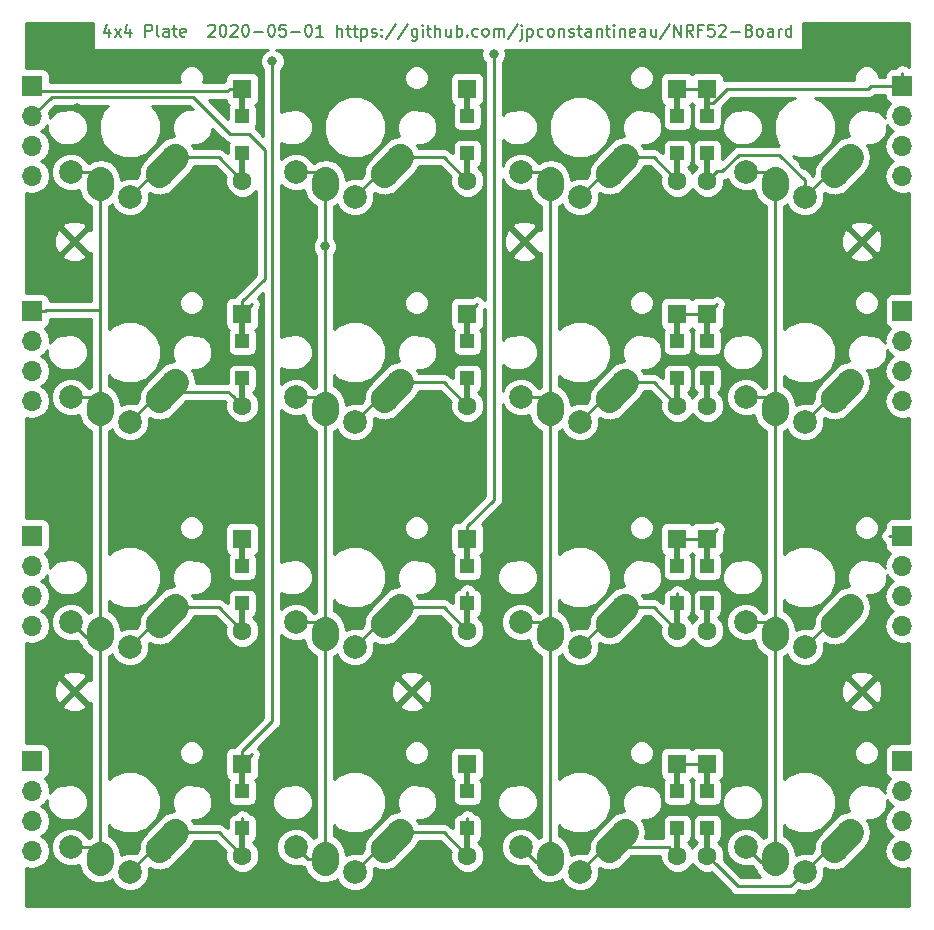
<source format=gbr>
G04 #@! TF.GenerationSoftware,KiCad,Pcbnew,(5.0.0)*
G04 #@! TF.CreationDate,2020-05-01T15:56:33-06:00*
G04 #@! TF.ProjectId,4x4_backpack,3478345F6261636B7061636B2E6B6963,rev?*
G04 #@! TF.SameCoordinates,Original*
G04 #@! TF.FileFunction,Copper,L1,Top,Signal*
G04 #@! TF.FilePolarity,Positive*
%FSLAX46Y46*%
G04 Gerber Fmt 4.6, Leading zero omitted, Abs format (unit mm)*
G04 Created by KiCad (PCBNEW (5.0.0)) date 05/01/20 15:56:33*
%MOMM*%
%LPD*%
G01*
G04 APERTURE LIST*
G04 #@! TA.AperFunction,NonConductor*
%ADD10C,0.200000*%
G04 #@! TD*
G04 #@! TA.AperFunction,ComponentPad*
%ADD11C,2.000000*%
G04 #@! TD*
G04 #@! TA.AperFunction,ComponentPad*
%ADD12C,2.250000*%
G04 #@! TD*
G04 #@! TA.AperFunction,Conductor*
%ADD13C,2.250000*%
G04 #@! TD*
G04 #@! TA.AperFunction,Conductor*
%ADD14R,0.500000X2.500000*%
G04 #@! TD*
G04 #@! TA.AperFunction,ComponentPad*
%ADD15C,1.600000*%
G04 #@! TD*
G04 #@! TA.AperFunction,ComponentPad*
%ADD16R,1.600000X1.600000*%
G04 #@! TD*
G04 #@! TA.AperFunction,SMDPad,CuDef*
%ADD17R,1.200000X1.200000*%
G04 #@! TD*
G04 #@! TA.AperFunction,ComponentPad*
%ADD18R,1.700000X1.700000*%
G04 #@! TD*
G04 #@! TA.AperFunction,ComponentPad*
%ADD19O,1.700000X1.700000*%
G04 #@! TD*
G04 #@! TA.AperFunction,ViaPad*
%ADD20C,0.800000*%
G04 #@! TD*
G04 #@! TA.AperFunction,Conductor*
%ADD21C,0.250000*%
G04 #@! TD*
G04 #@! TA.AperFunction,Conductor*
%ADD22C,0.254000*%
G04 #@! TD*
G04 APERTURE END LIST*
D10*
X84006142Y-77382714D02*
X84006142Y-78049380D01*
X83768047Y-77001761D02*
X83529952Y-77716047D01*
X84149000Y-77716047D01*
X84434714Y-78049380D02*
X84958523Y-77382714D01*
X84434714Y-77382714D02*
X84958523Y-78049380D01*
X85768047Y-77382714D02*
X85768047Y-78049380D01*
X85529952Y-77001761D02*
X85291857Y-77716047D01*
X85910904Y-77716047D01*
X87053761Y-78049380D02*
X87053761Y-77049380D01*
X87434714Y-77049380D01*
X87529952Y-77097000D01*
X87577571Y-77144619D01*
X87625190Y-77239857D01*
X87625190Y-77382714D01*
X87577571Y-77477952D01*
X87529952Y-77525571D01*
X87434714Y-77573190D01*
X87053761Y-77573190D01*
X88196619Y-78049380D02*
X88101380Y-78001761D01*
X88053761Y-77906523D01*
X88053761Y-77049380D01*
X89006142Y-78049380D02*
X89006142Y-77525571D01*
X88958523Y-77430333D01*
X88863285Y-77382714D01*
X88672809Y-77382714D01*
X88577571Y-77430333D01*
X89006142Y-78001761D02*
X88910904Y-78049380D01*
X88672809Y-78049380D01*
X88577571Y-78001761D01*
X88529952Y-77906523D01*
X88529952Y-77811285D01*
X88577571Y-77716047D01*
X88672809Y-77668428D01*
X88910904Y-77668428D01*
X89006142Y-77620809D01*
X89339476Y-77382714D02*
X89720428Y-77382714D01*
X89482333Y-77049380D02*
X89482333Y-77906523D01*
X89529952Y-78001761D01*
X89625190Y-78049380D01*
X89720428Y-78049380D01*
X90434714Y-78001761D02*
X90339476Y-78049380D01*
X90149000Y-78049380D01*
X90053761Y-78001761D01*
X90006142Y-77906523D01*
X90006142Y-77525571D01*
X90053761Y-77430333D01*
X90149000Y-77382714D01*
X90339476Y-77382714D01*
X90434714Y-77430333D01*
X90482333Y-77525571D01*
X90482333Y-77620809D01*
X90006142Y-77716047D01*
X92387095Y-77144619D02*
X92434714Y-77097000D01*
X92529952Y-77049380D01*
X92768047Y-77049380D01*
X92863285Y-77097000D01*
X92910904Y-77144619D01*
X92958523Y-77239857D01*
X92958523Y-77335095D01*
X92910904Y-77477952D01*
X92339476Y-78049380D01*
X92958523Y-78049380D01*
X93577571Y-77049380D02*
X93672809Y-77049380D01*
X93768047Y-77097000D01*
X93815666Y-77144619D01*
X93863285Y-77239857D01*
X93910904Y-77430333D01*
X93910904Y-77668428D01*
X93863285Y-77858904D01*
X93815666Y-77954142D01*
X93768047Y-78001761D01*
X93672809Y-78049380D01*
X93577571Y-78049380D01*
X93482333Y-78001761D01*
X93434714Y-77954142D01*
X93387095Y-77858904D01*
X93339476Y-77668428D01*
X93339476Y-77430333D01*
X93387095Y-77239857D01*
X93434714Y-77144619D01*
X93482333Y-77097000D01*
X93577571Y-77049380D01*
X94291857Y-77144619D02*
X94339476Y-77097000D01*
X94434714Y-77049380D01*
X94672809Y-77049380D01*
X94768047Y-77097000D01*
X94815666Y-77144619D01*
X94863285Y-77239857D01*
X94863285Y-77335095D01*
X94815666Y-77477952D01*
X94244238Y-78049380D01*
X94863285Y-78049380D01*
X95482333Y-77049380D02*
X95577571Y-77049380D01*
X95672809Y-77097000D01*
X95720428Y-77144619D01*
X95768047Y-77239857D01*
X95815666Y-77430333D01*
X95815666Y-77668428D01*
X95768047Y-77858904D01*
X95720428Y-77954142D01*
X95672809Y-78001761D01*
X95577571Y-78049380D01*
X95482333Y-78049380D01*
X95387095Y-78001761D01*
X95339476Y-77954142D01*
X95291857Y-77858904D01*
X95244238Y-77668428D01*
X95244238Y-77430333D01*
X95291857Y-77239857D01*
X95339476Y-77144619D01*
X95387095Y-77097000D01*
X95482333Y-77049380D01*
X96244238Y-77668428D02*
X97006142Y-77668428D01*
X97672809Y-77049380D02*
X97768047Y-77049380D01*
X97863285Y-77097000D01*
X97910904Y-77144619D01*
X97958523Y-77239857D01*
X98006142Y-77430333D01*
X98006142Y-77668428D01*
X97958523Y-77858904D01*
X97910904Y-77954142D01*
X97863285Y-78001761D01*
X97768047Y-78049380D01*
X97672809Y-78049380D01*
X97577571Y-78001761D01*
X97529952Y-77954142D01*
X97482333Y-77858904D01*
X97434714Y-77668428D01*
X97434714Y-77430333D01*
X97482333Y-77239857D01*
X97529952Y-77144619D01*
X97577571Y-77097000D01*
X97672809Y-77049380D01*
X98910904Y-77049380D02*
X98434714Y-77049380D01*
X98387095Y-77525571D01*
X98434714Y-77477952D01*
X98529952Y-77430333D01*
X98768047Y-77430333D01*
X98863285Y-77477952D01*
X98910904Y-77525571D01*
X98958523Y-77620809D01*
X98958523Y-77858904D01*
X98910904Y-77954142D01*
X98863285Y-78001761D01*
X98768047Y-78049380D01*
X98529952Y-78049380D01*
X98434714Y-78001761D01*
X98387095Y-77954142D01*
X99387095Y-77668428D02*
X100149000Y-77668428D01*
X100815666Y-77049380D02*
X100910904Y-77049380D01*
X101006142Y-77097000D01*
X101053761Y-77144619D01*
X101101380Y-77239857D01*
X101149000Y-77430333D01*
X101149000Y-77668428D01*
X101101380Y-77858904D01*
X101053761Y-77954142D01*
X101006142Y-78001761D01*
X100910904Y-78049380D01*
X100815666Y-78049380D01*
X100720428Y-78001761D01*
X100672809Y-77954142D01*
X100625190Y-77858904D01*
X100577571Y-77668428D01*
X100577571Y-77430333D01*
X100625190Y-77239857D01*
X100672809Y-77144619D01*
X100720428Y-77097000D01*
X100815666Y-77049380D01*
X102101380Y-78049380D02*
X101529952Y-78049380D01*
X101815666Y-78049380D02*
X101815666Y-77049380D01*
X101720428Y-77192238D01*
X101625190Y-77287476D01*
X101529952Y-77335095D01*
X103291857Y-78049380D02*
X103291857Y-77049380D01*
X103720428Y-78049380D02*
X103720428Y-77525571D01*
X103672809Y-77430333D01*
X103577571Y-77382714D01*
X103434714Y-77382714D01*
X103339476Y-77430333D01*
X103291857Y-77477952D01*
X104053761Y-77382714D02*
X104434714Y-77382714D01*
X104196619Y-77049380D02*
X104196619Y-77906523D01*
X104244238Y-78001761D01*
X104339476Y-78049380D01*
X104434714Y-78049380D01*
X104625190Y-77382714D02*
X105006142Y-77382714D01*
X104768047Y-77049380D02*
X104768047Y-77906523D01*
X104815666Y-78001761D01*
X104910904Y-78049380D01*
X105006142Y-78049380D01*
X105339476Y-77382714D02*
X105339476Y-78382714D01*
X105339476Y-77430333D02*
X105434714Y-77382714D01*
X105625190Y-77382714D01*
X105720428Y-77430333D01*
X105768047Y-77477952D01*
X105815666Y-77573190D01*
X105815666Y-77858904D01*
X105768047Y-77954142D01*
X105720428Y-78001761D01*
X105625190Y-78049380D01*
X105434714Y-78049380D01*
X105339476Y-78001761D01*
X106196619Y-78001761D02*
X106291857Y-78049380D01*
X106482333Y-78049380D01*
X106577571Y-78001761D01*
X106625190Y-77906523D01*
X106625190Y-77858904D01*
X106577571Y-77763666D01*
X106482333Y-77716047D01*
X106339476Y-77716047D01*
X106244238Y-77668428D01*
X106196619Y-77573190D01*
X106196619Y-77525571D01*
X106244238Y-77430333D01*
X106339476Y-77382714D01*
X106482333Y-77382714D01*
X106577571Y-77430333D01*
X107053761Y-77954142D02*
X107101380Y-78001761D01*
X107053761Y-78049380D01*
X107006142Y-78001761D01*
X107053761Y-77954142D01*
X107053761Y-78049380D01*
X107053761Y-77430333D02*
X107101380Y-77477952D01*
X107053761Y-77525571D01*
X107006142Y-77477952D01*
X107053761Y-77430333D01*
X107053761Y-77525571D01*
X108244238Y-77001761D02*
X107387095Y-78287476D01*
X109291857Y-77001761D02*
X108434714Y-78287476D01*
X110053761Y-77382714D02*
X110053761Y-78192238D01*
X110006142Y-78287476D01*
X109958523Y-78335095D01*
X109863285Y-78382714D01*
X109720428Y-78382714D01*
X109625190Y-78335095D01*
X110053761Y-78001761D02*
X109958523Y-78049380D01*
X109768047Y-78049380D01*
X109672809Y-78001761D01*
X109625190Y-77954142D01*
X109577571Y-77858904D01*
X109577571Y-77573190D01*
X109625190Y-77477952D01*
X109672809Y-77430333D01*
X109768047Y-77382714D01*
X109958523Y-77382714D01*
X110053761Y-77430333D01*
X110529952Y-78049380D02*
X110529952Y-77382714D01*
X110529952Y-77049380D02*
X110482333Y-77097000D01*
X110529952Y-77144619D01*
X110577571Y-77097000D01*
X110529952Y-77049380D01*
X110529952Y-77144619D01*
X110863285Y-77382714D02*
X111244238Y-77382714D01*
X111006142Y-77049380D02*
X111006142Y-77906523D01*
X111053761Y-78001761D01*
X111149000Y-78049380D01*
X111244238Y-78049380D01*
X111577571Y-78049380D02*
X111577571Y-77049380D01*
X112006142Y-78049380D02*
X112006142Y-77525571D01*
X111958523Y-77430333D01*
X111863285Y-77382714D01*
X111720428Y-77382714D01*
X111625190Y-77430333D01*
X111577571Y-77477952D01*
X112910904Y-77382714D02*
X112910904Y-78049380D01*
X112482333Y-77382714D02*
X112482333Y-77906523D01*
X112529952Y-78001761D01*
X112625190Y-78049380D01*
X112768047Y-78049380D01*
X112863285Y-78001761D01*
X112910904Y-77954142D01*
X113387095Y-78049380D02*
X113387095Y-77049380D01*
X113387095Y-77430333D02*
X113482333Y-77382714D01*
X113672809Y-77382714D01*
X113768047Y-77430333D01*
X113815666Y-77477952D01*
X113863285Y-77573190D01*
X113863285Y-77858904D01*
X113815666Y-77954142D01*
X113768047Y-78001761D01*
X113672809Y-78049380D01*
X113482333Y-78049380D01*
X113387095Y-78001761D01*
X114291857Y-77954142D02*
X114339476Y-78001761D01*
X114291857Y-78049380D01*
X114244238Y-78001761D01*
X114291857Y-77954142D01*
X114291857Y-78049380D01*
X115196619Y-78001761D02*
X115101380Y-78049380D01*
X114910904Y-78049380D01*
X114815666Y-78001761D01*
X114768047Y-77954142D01*
X114720428Y-77858904D01*
X114720428Y-77573190D01*
X114768047Y-77477952D01*
X114815666Y-77430333D01*
X114910904Y-77382714D01*
X115101380Y-77382714D01*
X115196619Y-77430333D01*
X115768047Y-78049380D02*
X115672809Y-78001761D01*
X115625190Y-77954142D01*
X115577571Y-77858904D01*
X115577571Y-77573190D01*
X115625190Y-77477952D01*
X115672809Y-77430333D01*
X115768047Y-77382714D01*
X115910904Y-77382714D01*
X116006142Y-77430333D01*
X116053761Y-77477952D01*
X116101380Y-77573190D01*
X116101380Y-77858904D01*
X116053761Y-77954142D01*
X116006142Y-78001761D01*
X115910904Y-78049380D01*
X115768047Y-78049380D01*
X116529952Y-78049380D02*
X116529952Y-77382714D01*
X116529952Y-77477952D02*
X116577571Y-77430333D01*
X116672809Y-77382714D01*
X116815666Y-77382714D01*
X116910904Y-77430333D01*
X116958523Y-77525571D01*
X116958523Y-78049380D01*
X116958523Y-77525571D02*
X117006142Y-77430333D01*
X117101380Y-77382714D01*
X117244238Y-77382714D01*
X117339476Y-77430333D01*
X117387095Y-77525571D01*
X117387095Y-78049380D01*
X118577571Y-77001761D02*
X117720428Y-78287476D01*
X118910904Y-77382714D02*
X118910904Y-78239857D01*
X118863285Y-78335095D01*
X118768047Y-78382714D01*
X118720428Y-78382714D01*
X118910904Y-77049380D02*
X118863285Y-77097000D01*
X118910904Y-77144619D01*
X118958523Y-77097000D01*
X118910904Y-77049380D01*
X118910904Y-77144619D01*
X119387095Y-77382714D02*
X119387095Y-78382714D01*
X119387095Y-77430333D02*
X119482333Y-77382714D01*
X119672809Y-77382714D01*
X119768047Y-77430333D01*
X119815666Y-77477952D01*
X119863285Y-77573190D01*
X119863285Y-77858904D01*
X119815666Y-77954142D01*
X119768047Y-78001761D01*
X119672809Y-78049380D01*
X119482333Y-78049380D01*
X119387095Y-78001761D01*
X120720428Y-78001761D02*
X120625190Y-78049380D01*
X120434714Y-78049380D01*
X120339476Y-78001761D01*
X120291857Y-77954142D01*
X120244238Y-77858904D01*
X120244238Y-77573190D01*
X120291857Y-77477952D01*
X120339476Y-77430333D01*
X120434714Y-77382714D01*
X120625190Y-77382714D01*
X120720428Y-77430333D01*
X121291857Y-78049380D02*
X121196619Y-78001761D01*
X121148999Y-77954142D01*
X121101380Y-77858904D01*
X121101380Y-77573190D01*
X121148999Y-77477952D01*
X121196619Y-77430333D01*
X121291857Y-77382714D01*
X121434714Y-77382714D01*
X121529952Y-77430333D01*
X121577571Y-77477952D01*
X121625190Y-77573190D01*
X121625190Y-77858904D01*
X121577571Y-77954142D01*
X121529952Y-78001761D01*
X121434714Y-78049380D01*
X121291857Y-78049380D01*
X122053761Y-77382714D02*
X122053761Y-78049380D01*
X122053761Y-77477952D02*
X122101380Y-77430333D01*
X122196619Y-77382714D01*
X122339476Y-77382714D01*
X122434714Y-77430333D01*
X122482333Y-77525571D01*
X122482333Y-78049380D01*
X122910904Y-78001761D02*
X123006142Y-78049380D01*
X123196619Y-78049380D01*
X123291857Y-78001761D01*
X123339476Y-77906523D01*
X123339476Y-77858904D01*
X123291857Y-77763666D01*
X123196619Y-77716047D01*
X123053761Y-77716047D01*
X122958523Y-77668428D01*
X122910904Y-77573190D01*
X122910904Y-77525571D01*
X122958523Y-77430333D01*
X123053761Y-77382714D01*
X123196619Y-77382714D01*
X123291857Y-77430333D01*
X123625190Y-77382714D02*
X124006142Y-77382714D01*
X123768047Y-77049380D02*
X123768047Y-77906523D01*
X123815666Y-78001761D01*
X123910904Y-78049380D01*
X124006142Y-78049380D01*
X124768047Y-78049380D02*
X124768047Y-77525571D01*
X124720428Y-77430333D01*
X124625190Y-77382714D01*
X124434714Y-77382714D01*
X124339476Y-77430333D01*
X124768047Y-78001761D02*
X124672809Y-78049380D01*
X124434714Y-78049380D01*
X124339476Y-78001761D01*
X124291857Y-77906523D01*
X124291857Y-77811285D01*
X124339476Y-77716047D01*
X124434714Y-77668428D01*
X124672809Y-77668428D01*
X124768047Y-77620809D01*
X125244238Y-77382714D02*
X125244238Y-78049380D01*
X125244238Y-77477952D02*
X125291857Y-77430333D01*
X125387095Y-77382714D01*
X125529952Y-77382714D01*
X125625190Y-77430333D01*
X125672809Y-77525571D01*
X125672809Y-78049380D01*
X126006142Y-77382714D02*
X126387095Y-77382714D01*
X126148999Y-77049380D02*
X126148999Y-77906523D01*
X126196619Y-78001761D01*
X126291857Y-78049380D01*
X126387095Y-78049380D01*
X126720428Y-78049380D02*
X126720428Y-77382714D01*
X126720428Y-77049380D02*
X126672809Y-77097000D01*
X126720428Y-77144619D01*
X126768047Y-77097000D01*
X126720428Y-77049380D01*
X126720428Y-77144619D01*
X127196619Y-77382714D02*
X127196619Y-78049380D01*
X127196619Y-77477952D02*
X127244238Y-77430333D01*
X127339476Y-77382714D01*
X127482333Y-77382714D01*
X127577571Y-77430333D01*
X127625190Y-77525571D01*
X127625190Y-78049380D01*
X128482333Y-78001761D02*
X128387095Y-78049380D01*
X128196619Y-78049380D01*
X128101380Y-78001761D01*
X128053761Y-77906523D01*
X128053761Y-77525571D01*
X128101380Y-77430333D01*
X128196619Y-77382714D01*
X128387095Y-77382714D01*
X128482333Y-77430333D01*
X128529952Y-77525571D01*
X128529952Y-77620809D01*
X128053761Y-77716047D01*
X129387095Y-78049380D02*
X129387095Y-77525571D01*
X129339476Y-77430333D01*
X129244238Y-77382714D01*
X129053761Y-77382714D01*
X128958523Y-77430333D01*
X129387095Y-78001761D02*
X129291857Y-78049380D01*
X129053761Y-78049380D01*
X128958523Y-78001761D01*
X128910904Y-77906523D01*
X128910904Y-77811285D01*
X128958523Y-77716047D01*
X129053761Y-77668428D01*
X129291857Y-77668428D01*
X129387095Y-77620809D01*
X130291857Y-77382714D02*
X130291857Y-78049380D01*
X129863285Y-77382714D02*
X129863285Y-77906523D01*
X129910904Y-78001761D01*
X130006142Y-78049380D01*
X130148999Y-78049380D01*
X130244238Y-78001761D01*
X130291857Y-77954142D01*
X131482333Y-77001761D02*
X130625190Y-78287476D01*
X131815666Y-78049380D02*
X131815666Y-77049380D01*
X132387095Y-78049380D01*
X132387095Y-77049380D01*
X133434714Y-78049380D02*
X133101380Y-77573190D01*
X132863285Y-78049380D02*
X132863285Y-77049380D01*
X133244238Y-77049380D01*
X133339476Y-77097000D01*
X133387095Y-77144619D01*
X133434714Y-77239857D01*
X133434714Y-77382714D01*
X133387095Y-77477952D01*
X133339476Y-77525571D01*
X133244238Y-77573190D01*
X132863285Y-77573190D01*
X134196619Y-77525571D02*
X133863285Y-77525571D01*
X133863285Y-78049380D02*
X133863285Y-77049380D01*
X134339476Y-77049380D01*
X135196619Y-77049380D02*
X134720428Y-77049380D01*
X134672809Y-77525571D01*
X134720428Y-77477952D01*
X134815666Y-77430333D01*
X135053761Y-77430333D01*
X135148999Y-77477952D01*
X135196619Y-77525571D01*
X135244238Y-77620809D01*
X135244238Y-77858904D01*
X135196619Y-77954142D01*
X135148999Y-78001761D01*
X135053761Y-78049380D01*
X134815666Y-78049380D01*
X134720428Y-78001761D01*
X134672809Y-77954142D01*
X135625190Y-77144619D02*
X135672809Y-77097000D01*
X135768047Y-77049380D01*
X136006142Y-77049380D01*
X136101380Y-77097000D01*
X136148999Y-77144619D01*
X136196619Y-77239857D01*
X136196619Y-77335095D01*
X136148999Y-77477952D01*
X135577571Y-78049380D01*
X136196619Y-78049380D01*
X136625190Y-77668428D02*
X137387095Y-77668428D01*
X138196619Y-77525571D02*
X138339476Y-77573190D01*
X138387095Y-77620809D01*
X138434714Y-77716047D01*
X138434714Y-77858904D01*
X138387095Y-77954142D01*
X138339476Y-78001761D01*
X138244238Y-78049380D01*
X137863285Y-78049380D01*
X137863285Y-77049380D01*
X138196619Y-77049380D01*
X138291857Y-77097000D01*
X138339476Y-77144619D01*
X138387095Y-77239857D01*
X138387095Y-77335095D01*
X138339476Y-77430333D01*
X138291857Y-77477952D01*
X138196619Y-77525571D01*
X137863285Y-77525571D01*
X139006142Y-78049380D02*
X138910904Y-78001761D01*
X138863285Y-77954142D01*
X138815666Y-77858904D01*
X138815666Y-77573190D01*
X138863285Y-77477952D01*
X138910904Y-77430333D01*
X139006142Y-77382714D01*
X139148999Y-77382714D01*
X139244238Y-77430333D01*
X139291857Y-77477952D01*
X139339476Y-77573190D01*
X139339476Y-77858904D01*
X139291857Y-77954142D01*
X139244238Y-78001761D01*
X139148999Y-78049380D01*
X139006142Y-78049380D01*
X140196619Y-78049380D02*
X140196619Y-77525571D01*
X140148999Y-77430333D01*
X140053761Y-77382714D01*
X139863285Y-77382714D01*
X139768047Y-77430333D01*
X140196619Y-78001761D02*
X140101380Y-78049380D01*
X139863285Y-78049380D01*
X139768047Y-78001761D01*
X139720428Y-77906523D01*
X139720428Y-77811285D01*
X139768047Y-77716047D01*
X139863285Y-77668428D01*
X140101380Y-77668428D01*
X140196619Y-77620809D01*
X140672809Y-78049380D02*
X140672809Y-77382714D01*
X140672809Y-77573190D02*
X140720428Y-77477952D01*
X140768047Y-77430333D01*
X140863285Y-77382714D01*
X140958523Y-77382714D01*
X141720428Y-78049380D02*
X141720428Y-77049380D01*
X141720428Y-78001761D02*
X141625190Y-78049380D01*
X141434714Y-78049380D01*
X141339476Y-78001761D01*
X141291857Y-77954142D01*
X141244238Y-77858904D01*
X141244238Y-77573190D01*
X141291857Y-77477952D01*
X141339476Y-77430333D01*
X141434714Y-77382714D01*
X141625190Y-77382714D01*
X141720428Y-77430333D01*
D11*
G04 #@! TO.P,S16,1*
G04 #@! TO.N,Net-(D16-Pad2)*
X142875000Y-148775000D03*
G04 #@! TO.P,S16,2*
G04 #@! TO.N,COL4*
X137875000Y-146675000D03*
D12*
G04 #@! TO.P,S16,1*
G04 #@! TO.N,Net-(D16-Pad2)*
X145375000Y-146875000D03*
X146030005Y-146145004D03*
D13*
G04 #@! TD*
G04 #@! TO.N,Net-(D16-Pad2)*
G04 #@! TO.C,S16*
X146685000Y-145415000D02*
X145375010Y-146875008D01*
D12*
G04 #@! TO.P,S16,2*
G04 #@! TO.N,COL4*
X140335000Y-147955000D03*
X140355229Y-147665016D03*
D13*
G04 #@! TD*
G04 #@! TO.N,COL4*
G04 #@! TO.C,S16*
X140375000Y-147375000D02*
X140335458Y-147955032D01*
D14*
G04 #@! TO.N,Net-(D16-Pad2)*
G04 #@! TO.C,D16*
X134620000Y-146210000D03*
G04 #@! TO.N,ROW4*
X134620000Y-140810000D03*
D15*
G04 #@! TD*
G04 #@! TO.P,D16,2*
G04 #@! TO.N,Net-(D16-Pad2)*
X134620000Y-147410000D03*
D16*
G04 #@! TO.P,D16,1*
G04 #@! TO.N,ROW4*
X134620000Y-139610000D03*
D17*
X134620000Y-141935000D03*
G04 #@! TO.P,D16,2*
G04 #@! TO.N,Net-(D16-Pad2)*
X134620000Y-145085000D03*
G04 #@! TD*
D12*
G04 #@! TO.P,S7,2*
G04 #@! TO.N,COL3*
X121305229Y-109565016D03*
D13*
G04 #@! TD*
G04 #@! TO.N,COL3*
G04 #@! TO.C,S7*
X121325000Y-109275000D02*
X121285458Y-109855032D01*
D12*
G04 #@! TO.P,S7,2*
G04 #@! TO.N,COL3*
X121285000Y-109855000D03*
G04 #@! TO.P,S7,1*
G04 #@! TO.N,Net-(D7-Pad2)*
X126980005Y-108045004D03*
D13*
G04 #@! TD*
G04 #@! TO.N,Net-(D7-Pad2)*
G04 #@! TO.C,S7*
X127635000Y-107315000D02*
X126325010Y-108775008D01*
D12*
G04 #@! TO.P,S7,1*
G04 #@! TO.N,Net-(D7-Pad2)*
X126325000Y-108775000D03*
D11*
G04 #@! TO.P,S7,2*
G04 #@! TO.N,COL3*
X118825000Y-108575000D03*
G04 #@! TO.P,S7,1*
G04 #@! TO.N,Net-(D7-Pad2)*
X123825000Y-110675000D03*
G04 #@! TD*
D14*
G04 #@! TO.N,Net-(D2-Pad2)*
G04 #@! TO.C,D2*
X114300000Y-89060000D03*
G04 #@! TO.N,ROW1*
X114300000Y-83660000D03*
D15*
G04 #@! TD*
G04 #@! TO.P,D2,2*
G04 #@! TO.N,Net-(D2-Pad2)*
X114300000Y-90260000D03*
D16*
G04 #@! TO.P,D2,1*
G04 #@! TO.N,ROW1*
X114300000Y-82460000D03*
D17*
X114300000Y-84785000D03*
G04 #@! TO.P,D2,2*
G04 #@! TO.N,Net-(D2-Pad2)*
X114300000Y-87935000D03*
G04 #@! TD*
D18*
G04 #@! TO.P,J1,1*
G04 #@! TO.N,ROW1*
X77470000Y-82232500D03*
D19*
G04 #@! TO.P,J1,2*
G04 #@! TO.N,ROW2*
X77470000Y-84772500D03*
G04 #@! TO.P,J1,3*
G04 #@! TO.N,ROW3*
X77470000Y-87312500D03*
G04 #@! TO.P,J1,4*
G04 #@! TO.N,ROW4*
X77470000Y-89852500D03*
G04 #@! TD*
G04 #@! TO.P,J2,4*
G04 #@! TO.N,COL4*
X77470000Y-108902500D03*
G04 #@! TO.P,J2,3*
G04 #@! TO.N,COL3*
X77470000Y-106362500D03*
G04 #@! TO.P,J2,2*
G04 #@! TO.N,COL2*
X77470000Y-103822500D03*
D18*
G04 #@! TO.P,J2,1*
G04 #@! TO.N,COL1*
X77470000Y-101282500D03*
G04 #@! TD*
G04 #@! TO.P,J3,1*
G04 #@! TO.N,COL5*
X77470000Y-120332500D03*
D19*
G04 #@! TO.P,J3,2*
G04 #@! TO.N,COL6*
X77470000Y-122872500D03*
G04 #@! TO.P,J3,3*
G04 #@! TO.N,COL7*
X77470000Y-125412500D03*
G04 #@! TO.P,J3,4*
G04 #@! TO.N,COL8*
X77470000Y-127952500D03*
G04 #@! TD*
G04 #@! TO.P,J4,4*
G04 #@! TO.N,COL12*
X77470000Y-147002500D03*
G04 #@! TO.P,J4,3*
G04 #@! TO.N,COL11*
X77470000Y-144462500D03*
G04 #@! TO.P,J4,2*
G04 #@! TO.N,COL10*
X77470000Y-141922500D03*
D18*
G04 #@! TO.P,J4,1*
G04 #@! TO.N,COL9*
X77470000Y-139382500D03*
G04 #@! TD*
G04 #@! TO.P,J5,1*
G04 #@! TO.N,ROW1*
X151130000Y-82232500D03*
D19*
G04 #@! TO.P,J5,2*
G04 #@! TO.N,ROW2*
X151130000Y-84772500D03*
G04 #@! TO.P,J5,3*
G04 #@! TO.N,ROW3*
X151130000Y-87312500D03*
G04 #@! TO.P,J5,4*
G04 #@! TO.N,ROW4*
X151130000Y-89852500D03*
G04 #@! TD*
G04 #@! TO.P,J6,4*
G04 #@! TO.N,COL8*
X151130000Y-108902500D03*
G04 #@! TO.P,J6,3*
G04 #@! TO.N,COL7*
X151130000Y-106362500D03*
G04 #@! TO.P,J6,2*
G04 #@! TO.N,COL6*
X151130000Y-103822500D03*
D18*
G04 #@! TO.P,J6,1*
G04 #@! TO.N,COL5*
X151130000Y-101282500D03*
G04 #@! TD*
G04 #@! TO.P,J7,1*
G04 #@! TO.N,COL9*
X151130000Y-120332500D03*
D19*
G04 #@! TO.P,J7,2*
G04 #@! TO.N,COL10*
X151130000Y-122872500D03*
G04 #@! TO.P,J7,3*
G04 #@! TO.N,COL11*
X151130000Y-125412500D03*
G04 #@! TO.P,J7,4*
G04 #@! TO.N,COL12*
X151130000Y-127952500D03*
G04 #@! TD*
G04 #@! TO.P,J8,4*
G04 #@! TO.N,N/C*
X151130000Y-147002500D03*
G04 #@! TO.P,J8,3*
X151130000Y-144462500D03*
G04 #@! TO.P,J8,2*
X151130000Y-141922500D03*
D18*
G04 #@! TO.P,J8,1*
X151130000Y-139382500D03*
G04 #@! TD*
D14*
G04 #@! TO.N,Net-(D1-Pad2)*
G04 #@! TO.C,D1*
X95250000Y-89060000D03*
G04 #@! TO.N,ROW1*
X95250000Y-83660000D03*
D15*
G04 #@! TD*
G04 #@! TO.P,D1,2*
G04 #@! TO.N,Net-(D1-Pad2)*
X95250000Y-90260000D03*
D16*
G04 #@! TO.P,D1,1*
G04 #@! TO.N,ROW1*
X95250000Y-82460000D03*
D17*
X95250000Y-84785000D03*
G04 #@! TO.P,D1,2*
G04 #@! TO.N,Net-(D1-Pad2)*
X95250000Y-87935000D03*
G04 #@! TD*
G04 #@! TO.P,D3,2*
G04 #@! TO.N,Net-(D3-Pad2)*
X132080000Y-87935000D03*
G04 #@! TO.P,D3,1*
G04 #@! TO.N,ROW1*
X132080000Y-84785000D03*
D16*
X132080000Y-82460000D03*
D15*
G04 #@! TO.P,D3,2*
G04 #@! TO.N,Net-(D3-Pad2)*
X132080000Y-90260000D03*
D14*
G04 #@! TD*
G04 #@! TO.N,ROW1*
G04 #@! TO.C,D3*
X132080000Y-83660000D03*
G04 #@! TO.N,Net-(D3-Pad2)*
G04 #@! TO.C,D3*
X132080000Y-89060000D03*
G04 #@! TD*
D17*
G04 #@! TO.P,D4,2*
G04 #@! TO.N,Net-(D4-Pad2)*
X134620000Y-87935000D03*
G04 #@! TO.P,D4,1*
G04 #@! TO.N,ROW1*
X134620000Y-84785000D03*
D16*
X134620000Y-82460000D03*
D15*
G04 #@! TO.P,D4,2*
G04 #@! TO.N,Net-(D4-Pad2)*
X134620000Y-90260000D03*
D14*
G04 #@! TD*
G04 #@! TO.N,ROW1*
G04 #@! TO.C,D4*
X134620000Y-83660000D03*
G04 #@! TO.N,Net-(D4-Pad2)*
G04 #@! TO.C,D4*
X134620000Y-89060000D03*
G04 #@! TD*
G04 #@! TO.N,Net-(D5-Pad2)*
G04 #@! TO.C,D5*
X95250000Y-108110000D03*
G04 #@! TO.N,ROW2*
X95250000Y-102710000D03*
D15*
G04 #@! TD*
G04 #@! TO.P,D5,2*
G04 #@! TO.N,Net-(D5-Pad2)*
X95250000Y-109310000D03*
D16*
G04 #@! TO.P,D5,1*
G04 #@! TO.N,ROW2*
X95250000Y-101510000D03*
D17*
X95250000Y-103835000D03*
G04 #@! TO.P,D5,2*
G04 #@! TO.N,Net-(D5-Pad2)*
X95250000Y-106985000D03*
G04 #@! TD*
G04 #@! TO.P,D6,2*
G04 #@! TO.N,Net-(D6-Pad2)*
X114300000Y-106985000D03*
G04 #@! TO.P,D6,1*
G04 #@! TO.N,ROW2*
X114300000Y-103835000D03*
D16*
X114300000Y-101510000D03*
D15*
G04 #@! TO.P,D6,2*
G04 #@! TO.N,Net-(D6-Pad2)*
X114300000Y-109310000D03*
D14*
G04 #@! TD*
G04 #@! TO.N,ROW2*
G04 #@! TO.C,D6*
X114300000Y-102710000D03*
G04 #@! TO.N,Net-(D6-Pad2)*
G04 #@! TO.C,D6*
X114300000Y-108110000D03*
G04 #@! TD*
G04 #@! TO.N,Net-(D7-Pad2)*
G04 #@! TO.C,D7*
X132080000Y-108110000D03*
G04 #@! TO.N,ROW2*
X132080000Y-102710000D03*
D15*
G04 #@! TD*
G04 #@! TO.P,D7,2*
G04 #@! TO.N,Net-(D7-Pad2)*
X132080000Y-109310000D03*
D16*
G04 #@! TO.P,D7,1*
G04 #@! TO.N,ROW2*
X132080000Y-101510000D03*
D17*
X132080000Y-103835000D03*
G04 #@! TO.P,D7,2*
G04 #@! TO.N,Net-(D7-Pad2)*
X132080000Y-106985000D03*
G04 #@! TD*
G04 #@! TO.P,D8,2*
G04 #@! TO.N,Net-(D8-Pad2)*
X134620000Y-106985000D03*
G04 #@! TO.P,D8,1*
G04 #@! TO.N,ROW2*
X134620000Y-103835000D03*
D16*
X134620000Y-101510000D03*
D15*
G04 #@! TO.P,D8,2*
G04 #@! TO.N,Net-(D8-Pad2)*
X134620000Y-109310000D03*
D14*
G04 #@! TD*
G04 #@! TO.N,ROW2*
G04 #@! TO.C,D8*
X134620000Y-102710000D03*
G04 #@! TO.N,Net-(D8-Pad2)*
G04 #@! TO.C,D8*
X134620000Y-108110000D03*
G04 #@! TD*
D17*
G04 #@! TO.P,D9,2*
G04 #@! TO.N,Net-(D9-Pad2)*
X95250000Y-126035000D03*
G04 #@! TO.P,D9,1*
G04 #@! TO.N,ROW3*
X95250000Y-122885000D03*
D16*
X95250000Y-120560000D03*
D15*
G04 #@! TO.P,D9,2*
G04 #@! TO.N,Net-(D9-Pad2)*
X95250000Y-128360000D03*
D14*
G04 #@! TD*
G04 #@! TO.N,ROW3*
G04 #@! TO.C,D9*
X95250000Y-121760000D03*
G04 #@! TO.N,Net-(D9-Pad2)*
G04 #@! TO.C,D9*
X95250000Y-127160000D03*
G04 #@! TD*
G04 #@! TO.N,Net-(D10-Pad2)*
G04 #@! TO.C,D10*
X114300000Y-127160000D03*
G04 #@! TO.N,ROW3*
X114300000Y-121760000D03*
D15*
G04 #@! TD*
G04 #@! TO.P,D10,2*
G04 #@! TO.N,Net-(D10-Pad2)*
X114300000Y-128360000D03*
D16*
G04 #@! TO.P,D10,1*
G04 #@! TO.N,ROW3*
X114300000Y-120560000D03*
D17*
X114300000Y-122885000D03*
G04 #@! TO.P,D10,2*
G04 #@! TO.N,Net-(D10-Pad2)*
X114300000Y-126035000D03*
G04 #@! TD*
G04 #@! TO.P,D11,2*
G04 #@! TO.N,Net-(D11-Pad2)*
X132080000Y-126035000D03*
G04 #@! TO.P,D11,1*
G04 #@! TO.N,ROW3*
X132080000Y-122885000D03*
D16*
X132080000Y-120560000D03*
D15*
G04 #@! TO.P,D11,2*
G04 #@! TO.N,Net-(D11-Pad2)*
X132080000Y-128360000D03*
D14*
G04 #@! TD*
G04 #@! TO.N,ROW3*
G04 #@! TO.C,D11*
X132080000Y-121760000D03*
G04 #@! TO.N,Net-(D11-Pad2)*
G04 #@! TO.C,D11*
X132080000Y-127160000D03*
G04 #@! TD*
G04 #@! TO.N,Net-(D12-Pad2)*
G04 #@! TO.C,D12*
X134620000Y-127160000D03*
G04 #@! TO.N,ROW3*
X134620000Y-121760000D03*
D15*
G04 #@! TD*
G04 #@! TO.P,D12,2*
G04 #@! TO.N,Net-(D12-Pad2)*
X134620000Y-128360000D03*
D16*
G04 #@! TO.P,D12,1*
G04 #@! TO.N,ROW3*
X134620000Y-120560000D03*
D17*
X134620000Y-122885000D03*
G04 #@! TO.P,D12,2*
G04 #@! TO.N,Net-(D12-Pad2)*
X134620000Y-126035000D03*
G04 #@! TD*
D14*
G04 #@! TO.N,Net-(D13-Pad2)*
G04 #@! TO.C,D13*
X95250000Y-146210000D03*
G04 #@! TO.N,ROW4*
X95250000Y-140810000D03*
D15*
G04 #@! TD*
G04 #@! TO.P,D13,2*
G04 #@! TO.N,Net-(D13-Pad2)*
X95250000Y-147410000D03*
D16*
G04 #@! TO.P,D13,1*
G04 #@! TO.N,ROW4*
X95250000Y-139610000D03*
D17*
X95250000Y-141935000D03*
G04 #@! TO.P,D13,2*
G04 #@! TO.N,Net-(D13-Pad2)*
X95250000Y-145085000D03*
G04 #@! TD*
G04 #@! TO.P,D14,2*
G04 #@! TO.N,Net-(D14-Pad2)*
X114300000Y-145085000D03*
G04 #@! TO.P,D14,1*
G04 #@! TO.N,ROW4*
X114300000Y-141935000D03*
D16*
X114300000Y-139610000D03*
D15*
G04 #@! TO.P,D14,2*
G04 #@! TO.N,Net-(D14-Pad2)*
X114300000Y-147410000D03*
D14*
G04 #@! TD*
G04 #@! TO.N,ROW4*
G04 #@! TO.C,D14*
X114300000Y-140810000D03*
G04 #@! TO.N,Net-(D14-Pad2)*
G04 #@! TO.C,D14*
X114300000Y-146210000D03*
G04 #@! TD*
D17*
G04 #@! TO.P,D15,2*
G04 #@! TO.N,Net-(D15-Pad2)*
X132080000Y-145085000D03*
G04 #@! TO.P,D15,1*
G04 #@! TO.N,ROW4*
X132080000Y-141935000D03*
D16*
X132080000Y-139610000D03*
D15*
G04 #@! TO.P,D15,2*
G04 #@! TO.N,Net-(D15-Pad2)*
X132080000Y-147410000D03*
D14*
G04 #@! TD*
G04 #@! TO.N,ROW4*
G04 #@! TO.C,D15*
X132080000Y-140810000D03*
G04 #@! TO.N,Net-(D15-Pad2)*
G04 #@! TO.C,D15*
X132080000Y-146210000D03*
G04 #@! TD*
D12*
G04 #@! TO.P,S1,2*
G04 #@! TO.N,COL1*
X83205229Y-90515016D03*
D13*
G04 #@! TD*
G04 #@! TO.N,COL1*
G04 #@! TO.C,S1*
X83225000Y-90225000D02*
X83185458Y-90805032D01*
D12*
G04 #@! TO.P,S1,2*
G04 #@! TO.N,COL1*
X83185000Y-90805000D03*
G04 #@! TO.P,S1,1*
G04 #@! TO.N,Net-(D1-Pad2)*
X88880005Y-88995004D03*
D13*
G04 #@! TD*
G04 #@! TO.N,Net-(D1-Pad2)*
G04 #@! TO.C,S1*
X89535000Y-88265000D02*
X88225010Y-89725008D01*
D12*
G04 #@! TO.P,S1,1*
G04 #@! TO.N,Net-(D1-Pad2)*
X88225000Y-89725000D03*
D11*
G04 #@! TO.P,S1,2*
G04 #@! TO.N,COL1*
X80725000Y-89525000D03*
G04 #@! TO.P,S1,1*
G04 #@! TO.N,Net-(D1-Pad2)*
X85725000Y-91625000D03*
G04 #@! TD*
G04 #@! TO.P,S2,1*
G04 #@! TO.N,Net-(D2-Pad2)*
X104775000Y-91625000D03*
G04 #@! TO.P,S2,2*
G04 #@! TO.N,COL2*
X99775000Y-89525000D03*
D12*
G04 #@! TO.P,S2,1*
G04 #@! TO.N,Net-(D2-Pad2)*
X107275000Y-89725000D03*
X107930005Y-88995004D03*
D13*
G04 #@! TD*
G04 #@! TO.N,Net-(D2-Pad2)*
G04 #@! TO.C,S2*
X108585000Y-88265000D02*
X107275010Y-89725008D01*
D12*
G04 #@! TO.P,S2,2*
G04 #@! TO.N,COL2*
X102235000Y-90805000D03*
X102255229Y-90515016D03*
D13*
G04 #@! TD*
G04 #@! TO.N,COL2*
G04 #@! TO.C,S2*
X102275000Y-90225000D02*
X102235458Y-90805032D01*
D12*
G04 #@! TO.P,S3,2*
G04 #@! TO.N,COL3*
X121305229Y-90515016D03*
D13*
G04 #@! TD*
G04 #@! TO.N,COL3*
G04 #@! TO.C,S3*
X121325000Y-90225000D02*
X121285458Y-90805032D01*
D12*
G04 #@! TO.P,S3,2*
G04 #@! TO.N,COL3*
X121285000Y-90805000D03*
G04 #@! TO.P,S3,1*
G04 #@! TO.N,Net-(D3-Pad2)*
X126980005Y-88995004D03*
D13*
G04 #@! TD*
G04 #@! TO.N,Net-(D3-Pad2)*
G04 #@! TO.C,S3*
X127635000Y-88265000D02*
X126325010Y-89725008D01*
D12*
G04 #@! TO.P,S3,1*
G04 #@! TO.N,Net-(D3-Pad2)*
X126325000Y-89725000D03*
D11*
G04 #@! TO.P,S3,2*
G04 #@! TO.N,COL3*
X118825000Y-89525000D03*
G04 #@! TO.P,S3,1*
G04 #@! TO.N,Net-(D3-Pad2)*
X123825000Y-91625000D03*
G04 #@! TD*
G04 #@! TO.P,S4,1*
G04 #@! TO.N,Net-(D4-Pad2)*
X142875000Y-91625000D03*
G04 #@! TO.P,S4,2*
G04 #@! TO.N,COL4*
X137875000Y-89525000D03*
D12*
G04 #@! TO.P,S4,1*
G04 #@! TO.N,Net-(D4-Pad2)*
X145375000Y-89725000D03*
X146030005Y-88995004D03*
D13*
G04 #@! TD*
G04 #@! TO.N,Net-(D4-Pad2)*
G04 #@! TO.C,S4*
X146685000Y-88265000D02*
X145375010Y-89725008D01*
D12*
G04 #@! TO.P,S4,2*
G04 #@! TO.N,COL4*
X140335000Y-90805000D03*
X140355229Y-90515016D03*
D13*
G04 #@! TD*
G04 #@! TO.N,COL4*
G04 #@! TO.C,S4*
X140375000Y-90225000D02*
X140335458Y-90805032D01*
D11*
G04 #@! TO.P,S5,1*
G04 #@! TO.N,Net-(D5-Pad2)*
X85725000Y-110675000D03*
G04 #@! TO.P,S5,2*
G04 #@! TO.N,COL1*
X80725000Y-108575000D03*
D12*
G04 #@! TO.P,S5,1*
G04 #@! TO.N,Net-(D5-Pad2)*
X88225000Y-108775000D03*
X88880005Y-108045004D03*
D13*
G04 #@! TD*
G04 #@! TO.N,Net-(D5-Pad2)*
G04 #@! TO.C,S5*
X89535000Y-107315000D02*
X88225010Y-108775008D01*
D12*
G04 #@! TO.P,S5,2*
G04 #@! TO.N,COL1*
X83185000Y-109855000D03*
X83205229Y-109565016D03*
D13*
G04 #@! TD*
G04 #@! TO.N,COL1*
G04 #@! TO.C,S5*
X83225000Y-109275000D02*
X83185458Y-109855032D01*
D12*
G04 #@! TO.P,S6,2*
G04 #@! TO.N,COL2*
X102255229Y-109565016D03*
D13*
G04 #@! TD*
G04 #@! TO.N,COL2*
G04 #@! TO.C,S6*
X102275000Y-109275000D02*
X102235458Y-109855032D01*
D12*
G04 #@! TO.P,S6,2*
G04 #@! TO.N,COL2*
X102235000Y-109855000D03*
G04 #@! TO.P,S6,1*
G04 #@! TO.N,Net-(D6-Pad2)*
X107930005Y-108045004D03*
D13*
G04 #@! TD*
G04 #@! TO.N,Net-(D6-Pad2)*
G04 #@! TO.C,S6*
X108585000Y-107315000D02*
X107275010Y-108775008D01*
D12*
G04 #@! TO.P,S6,1*
G04 #@! TO.N,Net-(D6-Pad2)*
X107275000Y-108775000D03*
D11*
G04 #@! TO.P,S6,2*
G04 #@! TO.N,COL2*
X99775000Y-108575000D03*
G04 #@! TO.P,S6,1*
G04 #@! TO.N,Net-(D6-Pad2)*
X104775000Y-110675000D03*
G04 #@! TD*
G04 #@! TO.P,S8,1*
G04 #@! TO.N,Net-(D8-Pad2)*
X142875000Y-110675000D03*
G04 #@! TO.P,S8,2*
G04 #@! TO.N,COL4*
X137875000Y-108575000D03*
D12*
G04 #@! TO.P,S8,1*
G04 #@! TO.N,Net-(D8-Pad2)*
X145375000Y-108775000D03*
X146030005Y-108045004D03*
D13*
G04 #@! TD*
G04 #@! TO.N,Net-(D8-Pad2)*
G04 #@! TO.C,S8*
X146685000Y-107315000D02*
X145375010Y-108775008D01*
D12*
G04 #@! TO.P,S8,2*
G04 #@! TO.N,COL4*
X140335000Y-109855000D03*
X140355229Y-109565016D03*
D13*
G04 #@! TD*
G04 #@! TO.N,COL4*
G04 #@! TO.C,S8*
X140375000Y-109275000D02*
X140335458Y-109855032D01*
D11*
G04 #@! TO.P,S9,1*
G04 #@! TO.N,Net-(D9-Pad2)*
X85725000Y-129725000D03*
G04 #@! TO.P,S9,2*
G04 #@! TO.N,COL1*
X80725000Y-127625000D03*
D12*
G04 #@! TO.P,S9,1*
G04 #@! TO.N,Net-(D9-Pad2)*
X88225000Y-127825000D03*
X88880005Y-127095004D03*
D13*
G04 #@! TD*
G04 #@! TO.N,Net-(D9-Pad2)*
G04 #@! TO.C,S9*
X89535000Y-126365000D02*
X88225010Y-127825008D01*
D12*
G04 #@! TO.P,S9,2*
G04 #@! TO.N,COL1*
X83185000Y-128905000D03*
X83205229Y-128615016D03*
D13*
G04 #@! TD*
G04 #@! TO.N,COL1*
G04 #@! TO.C,S9*
X83225000Y-128325000D02*
X83185458Y-128905032D01*
D12*
G04 #@! TO.P,S10,2*
G04 #@! TO.N,COL2*
X102255229Y-128615016D03*
D13*
G04 #@! TD*
G04 #@! TO.N,COL2*
G04 #@! TO.C,S10*
X102275000Y-128325000D02*
X102235458Y-128905032D01*
D12*
G04 #@! TO.P,S10,2*
G04 #@! TO.N,COL2*
X102235000Y-128905000D03*
G04 #@! TO.P,S10,1*
G04 #@! TO.N,Net-(D10-Pad2)*
X107930005Y-127095004D03*
D13*
G04 #@! TD*
G04 #@! TO.N,Net-(D10-Pad2)*
G04 #@! TO.C,S10*
X108585000Y-126365000D02*
X107275010Y-127825008D01*
D12*
G04 #@! TO.P,S10,1*
G04 #@! TO.N,Net-(D10-Pad2)*
X107275000Y-127825000D03*
D11*
G04 #@! TO.P,S10,2*
G04 #@! TO.N,COL2*
X99775000Y-127625000D03*
G04 #@! TO.P,S10,1*
G04 #@! TO.N,Net-(D10-Pad2)*
X104775000Y-129725000D03*
G04 #@! TD*
D12*
G04 #@! TO.P,S11,2*
G04 #@! TO.N,COL3*
X121305229Y-128615016D03*
D13*
G04 #@! TD*
G04 #@! TO.N,COL3*
G04 #@! TO.C,S11*
X121325000Y-128325000D02*
X121285458Y-128905032D01*
D12*
G04 #@! TO.P,S11,2*
G04 #@! TO.N,COL3*
X121285000Y-128905000D03*
G04 #@! TO.P,S11,1*
G04 #@! TO.N,Net-(D11-Pad2)*
X126980005Y-127095004D03*
D13*
G04 #@! TD*
G04 #@! TO.N,Net-(D11-Pad2)*
G04 #@! TO.C,S11*
X127635000Y-126365000D02*
X126325010Y-127825008D01*
D12*
G04 #@! TO.P,S11,1*
G04 #@! TO.N,Net-(D11-Pad2)*
X126325000Y-127825000D03*
D11*
G04 #@! TO.P,S11,2*
G04 #@! TO.N,COL3*
X118825000Y-127625000D03*
G04 #@! TO.P,S11,1*
G04 #@! TO.N,Net-(D11-Pad2)*
X123825000Y-129725000D03*
G04 #@! TD*
D12*
G04 #@! TO.P,S12,2*
G04 #@! TO.N,COL4*
X140355229Y-128615016D03*
D13*
G04 #@! TD*
G04 #@! TO.N,COL4*
G04 #@! TO.C,S12*
X140375000Y-128325000D02*
X140335458Y-128905032D01*
D12*
G04 #@! TO.P,S12,2*
G04 #@! TO.N,COL4*
X140335000Y-128905000D03*
G04 #@! TO.P,S12,1*
G04 #@! TO.N,Net-(D12-Pad2)*
X146030005Y-127095004D03*
D13*
G04 #@! TD*
G04 #@! TO.N,Net-(D12-Pad2)*
G04 #@! TO.C,S12*
X146685000Y-126365000D02*
X145375010Y-127825008D01*
D12*
G04 #@! TO.P,S12,1*
G04 #@! TO.N,Net-(D12-Pad2)*
X145375000Y-127825000D03*
D11*
G04 #@! TO.P,S12,2*
G04 #@! TO.N,COL4*
X137875000Y-127625000D03*
G04 #@! TO.P,S12,1*
G04 #@! TO.N,Net-(D12-Pad2)*
X142875000Y-129725000D03*
G04 #@! TD*
G04 #@! TO.P,S13,1*
G04 #@! TO.N,Net-(D13-Pad2)*
X85725000Y-148775000D03*
G04 #@! TO.P,S13,2*
G04 #@! TO.N,COL1*
X80725000Y-146675000D03*
D12*
G04 #@! TO.P,S13,1*
G04 #@! TO.N,Net-(D13-Pad2)*
X88225000Y-146875000D03*
X88880005Y-146145004D03*
D13*
G04 #@! TD*
G04 #@! TO.N,Net-(D13-Pad2)*
G04 #@! TO.C,S13*
X89535000Y-145415000D02*
X88225010Y-146875008D01*
D12*
G04 #@! TO.P,S13,2*
G04 #@! TO.N,COL1*
X83185000Y-147955000D03*
X83205229Y-147665016D03*
D13*
G04 #@! TD*
G04 #@! TO.N,COL1*
G04 #@! TO.C,S13*
X83225000Y-147375000D02*
X83185458Y-147955032D01*
D11*
G04 #@! TO.P,S14,1*
G04 #@! TO.N,Net-(D14-Pad2)*
X104775000Y-148775000D03*
G04 #@! TO.P,S14,2*
G04 #@! TO.N,COL2*
X99775000Y-146675000D03*
D12*
G04 #@! TO.P,S14,1*
G04 #@! TO.N,Net-(D14-Pad2)*
X107275000Y-146875000D03*
X107930005Y-146145004D03*
D13*
G04 #@! TD*
G04 #@! TO.N,Net-(D14-Pad2)*
G04 #@! TO.C,S14*
X108585000Y-145415000D02*
X107275010Y-146875008D01*
D12*
G04 #@! TO.P,S14,2*
G04 #@! TO.N,COL2*
X102235000Y-147955000D03*
X102255229Y-147665016D03*
D13*
G04 #@! TD*
G04 #@! TO.N,COL2*
G04 #@! TO.C,S14*
X102275000Y-147375000D02*
X102235458Y-147955032D01*
D12*
G04 #@! TO.P,S15,2*
G04 #@! TO.N,COL3*
X121305229Y-147665016D03*
D13*
G04 #@! TD*
G04 #@! TO.N,COL3*
G04 #@! TO.C,S15*
X121325000Y-147375000D02*
X121285458Y-147955032D01*
D12*
G04 #@! TO.P,S15,2*
G04 #@! TO.N,COL3*
X121285000Y-147955000D03*
G04 #@! TO.P,S15,1*
G04 #@! TO.N,Net-(D15-Pad2)*
X126980005Y-146145004D03*
D13*
G04 #@! TD*
G04 #@! TO.N,Net-(D15-Pad2)*
G04 #@! TO.C,S15*
X127635000Y-145415000D02*
X126325010Y-146875008D01*
D12*
G04 #@! TO.P,S15,1*
G04 #@! TO.N,Net-(D15-Pad2)*
X126325000Y-146875000D03*
D11*
G04 #@! TO.P,S15,2*
G04 #@! TO.N,COL3*
X118825000Y-146675000D03*
G04 #@! TO.P,S15,1*
G04 #@! TO.N,Net-(D15-Pad2)*
X123825000Y-148775000D03*
G04 #@! TD*
D20*
G04 #@! TO.N,ROW3*
X116522500Y-79528510D03*
G04 #@! TO.N,ROW4*
X97790000Y-80137000D03*
G04 #@! TO.N,GND*
X143891000Y-100711000D03*
X130048000Y-131953000D03*
X101219000Y-121920000D03*
X126619000Y-94234000D03*
X137922000Y-96520000D03*
X98933000Y-92011500D03*
X93408500Y-86931500D03*
X93281500Y-83820000D03*
X141986000Y-119697500D03*
X80645000Y-115633500D03*
X85344000Y-115570000D03*
X94932500Y-114109500D03*
X100139500Y-113792000D03*
X109601000Y-113601500D03*
X118554500Y-113855500D03*
X127952500Y-113538000D03*
X142938500Y-113601500D03*
X147637500Y-113601500D03*
X146050000Y-118110000D03*
X90551000Y-129540000D03*
X87884000Y-101536500D03*
X89535000Y-111442500D03*
X85217000Y-97726500D03*
X108140500Y-102616000D03*
X119189500Y-102235000D03*
X127381000Y-102552500D03*
X137350500Y-102743000D03*
X146494500Y-102870000D03*
X81026000Y-121094500D03*
X124015500Y-100520500D03*
X118935500Y-100520500D03*
X121856500Y-81153000D03*
X81026000Y-149098000D03*
X92456000Y-141224000D03*
X148907500Y-125920500D03*
X91313000Y-121729500D03*
X79184500Y-126238000D03*
X107950000Y-100584000D03*
X111760000Y-100584000D03*
X81280000Y-84074000D03*
X142811500Y-88963500D03*
X147002500Y-83947000D03*
X141795500Y-132524500D03*
X130683000Y-99975510D03*
X77470000Y-149860000D03*
X78740000Y-151130000D03*
X151130000Y-149860000D03*
X149860000Y-151130000D03*
X151130000Y-78740000D03*
X149860000Y-77470000D03*
X77470000Y-78740000D03*
X78740000Y-77470000D03*
X77470000Y-95250000D03*
X77470000Y-114300000D03*
X77470000Y-133350000D03*
X151130000Y-133350000D03*
X151130000Y-114300000D03*
X151130000Y-95250000D03*
X139065000Y-83693000D03*
X120269000Y-84074000D03*
G04 #@! TO.N,COL2*
X102235000Y-95821500D03*
G04 #@! TO.N,Net-(D15-Pad2)*
X126365000Y-146685000D03*
G04 #@! TO.N,Net-(D14-Pad2)*
X107950000Y-146050000D03*
G04 #@! TD*
D21*
G04 #@! TO.N,ROW1*
X95250000Y-83660000D02*
X95250000Y-82660000D01*
X151130000Y-81132500D02*
X151130000Y-82232500D01*
X135120000Y-83660000D02*
X134620000Y-83660000D01*
X136320000Y-82460000D02*
X135120000Y-83660000D01*
X148233002Y-82460000D02*
X136320000Y-82460000D01*
X148460502Y-82232500D02*
X148233002Y-82460000D01*
X151130000Y-82232500D02*
X148460502Y-82232500D01*
X133570000Y-82460000D02*
X132080000Y-82460000D01*
X134620000Y-82460000D02*
X133570000Y-82460000D01*
X77697500Y-82460000D02*
X77470000Y-82232500D01*
X94200000Y-82460000D02*
X95250000Y-82460000D01*
X93983000Y-82677000D02*
X94200000Y-82460000D01*
X77470000Y-82232500D02*
X77914500Y-82677000D01*
X77914500Y-82677000D02*
X93983000Y-82677000D01*
G04 #@! TO.N,ROW2*
X95250000Y-101510000D02*
X96049999Y-100710001D01*
X132080000Y-101510000D02*
X134620000Y-101510000D01*
X134620000Y-101510000D02*
X135419999Y-100710001D01*
X132080000Y-101710000D02*
X132080000Y-102710000D01*
X114300000Y-101510000D02*
X115099999Y-100710001D01*
X77470000Y-84772500D02*
X79115489Y-83127011D01*
X79115489Y-83127011D02*
X91064511Y-83127011D01*
X97155000Y-87630000D02*
X97155000Y-98555000D01*
X97155000Y-98555000D02*
X95250000Y-100460000D01*
X95821500Y-86296500D02*
X97155000Y-87630000D01*
X95250000Y-100460000D02*
X95250000Y-101510000D01*
X94234000Y-86296500D02*
X95821500Y-86296500D01*
X91064511Y-83127011D02*
X94234000Y-86296500D01*
G04 #@! TO.N,ROW3*
X135419999Y-119760001D02*
X134620000Y-120560000D01*
X134620000Y-120560000D02*
X132080000Y-120560000D01*
X116522500Y-117287500D02*
X116522500Y-80094195D01*
X116522500Y-80094195D02*
X116522500Y-79528510D01*
X114300000Y-119510000D02*
X116522500Y-117287500D01*
X114300000Y-120560000D02*
X114300000Y-119510000D01*
G04 #@! TO.N,ROW4*
X134620000Y-139610000D02*
X132080000Y-139610000D01*
X96049999Y-138810001D02*
X95250000Y-139610000D01*
X95250000Y-140810000D02*
X95250000Y-139310000D01*
X95250000Y-139610000D02*
X95250000Y-138560000D01*
X95250000Y-138560000D02*
X97790000Y-136020000D01*
X97790000Y-80702685D02*
X97790000Y-80137000D01*
X97790000Y-136020000D02*
X97790000Y-80702685D01*
G04 #@! TO.N,COL9*
X151130000Y-120332500D02*
X150030000Y-120332500D01*
G04 #@! TO.N,COL4*
X139675000Y-89525000D02*
X137875000Y-89525000D01*
X140375000Y-90225000D02*
X139675000Y-89525000D01*
X139675000Y-108575000D02*
X140375000Y-109275000D01*
X137875000Y-108575000D02*
X139675000Y-108575000D01*
X140375000Y-90225000D02*
X140375000Y-109275000D01*
X139155000Y-147955000D02*
X140335000Y-147955000D01*
X137875000Y-146675000D02*
X139155000Y-147955000D01*
X139675000Y-127625000D02*
X137875000Y-127625000D01*
X140375000Y-128325000D02*
X139675000Y-127625000D01*
X140335000Y-109315000D02*
X140335000Y-128905000D01*
X140375000Y-109275000D02*
X140335000Y-109315000D01*
X140335000Y-128365000D02*
X140335000Y-147955000D01*
X140375000Y-128325000D02*
X140335000Y-128365000D01*
G04 #@! TO.N,COL3*
X121325000Y-90225000D02*
X121325000Y-109275000D01*
X120625000Y-108575000D02*
X121325000Y-109275000D01*
X118825000Y-108575000D02*
X120625000Y-108575000D01*
X120105000Y-147955000D02*
X121285000Y-147955000D01*
X118825000Y-146675000D02*
X120105000Y-147955000D01*
X120625000Y-127625000D02*
X118825000Y-127625000D01*
X121325000Y-128325000D02*
X120625000Y-127625000D01*
X121285000Y-146364010D02*
X121285000Y-147955000D01*
X121285000Y-128365000D02*
X121285000Y-146364010D01*
X121325000Y-128325000D02*
X121285000Y-128365000D01*
X121285000Y-128285000D02*
X121285000Y-109855000D01*
X121325000Y-128325000D02*
X121285000Y-128285000D01*
X120625000Y-89525000D02*
X121325000Y-90225000D01*
X118825000Y-89525000D02*
X120625000Y-89525000D01*
G04 #@! TO.N,COL2*
X102275000Y-90225000D02*
X102235000Y-90265000D01*
X101575000Y-108575000D02*
X102275000Y-109275000D01*
X99775000Y-108575000D02*
X101575000Y-108575000D01*
X102235000Y-109315000D02*
X102275000Y-109275000D01*
X102235000Y-128285000D02*
X102235000Y-109315000D01*
X102275000Y-128325000D02*
X102235000Y-128285000D01*
X101575000Y-127625000D02*
X99775000Y-127625000D01*
X102275000Y-128325000D02*
X101575000Y-127625000D01*
X101954999Y-147674999D02*
X102235000Y-147955000D01*
X100774999Y-147674999D02*
X101954999Y-147674999D01*
X99775000Y-146675000D02*
X100774999Y-147674999D01*
X102235000Y-128365000D02*
X102275000Y-128325000D01*
X102235000Y-147335000D02*
X102235000Y-128365000D01*
X102275000Y-147375000D02*
X102235000Y-147335000D01*
X101575000Y-89525000D02*
X102275000Y-90225000D01*
X99775000Y-89525000D02*
X101575000Y-89525000D01*
X102235000Y-90265000D02*
X102235000Y-95821500D01*
X102235000Y-95821500D02*
X102235000Y-109855000D01*
G04 #@! TO.N,COL1*
X83185000Y-90170000D02*
X83185000Y-90805000D01*
X82540000Y-89525000D02*
X83185000Y-90170000D01*
X80725000Y-89525000D02*
X82540000Y-89525000D01*
X83185000Y-109235000D02*
X83225000Y-109275000D01*
X83225000Y-90225000D02*
X83185000Y-90265000D01*
X78633500Y-101219000D02*
X83185000Y-101219000D01*
X78570000Y-101282500D02*
X78633500Y-101219000D01*
X77470000Y-101282500D02*
X78570000Y-101282500D01*
X83185000Y-90265000D02*
X83185000Y-101219000D01*
X83185000Y-101219000D02*
X83185000Y-109235000D01*
X83225000Y-109275000D02*
X83225000Y-128325000D01*
X83185000Y-128365000D02*
X83185000Y-147955000D01*
X83225000Y-128325000D02*
X83185000Y-128365000D01*
X82525000Y-146675000D02*
X80725000Y-146675000D01*
X83225000Y-147375000D02*
X82525000Y-146675000D01*
X82525000Y-108575000D02*
X83225000Y-109275000D01*
X80725000Y-108575000D02*
X82525000Y-108575000D01*
X82005000Y-128905000D02*
X83185000Y-128905000D01*
X80725000Y-127625000D02*
X82005000Y-128905000D01*
G04 #@! TO.N,Net-(D1-Pad2)*
X89085000Y-88265000D02*
X89535000Y-88265000D01*
X85725000Y-91625000D02*
X89085000Y-88265000D01*
X93255000Y-88265000D02*
X95250000Y-90260000D01*
X89535000Y-88265000D02*
X93255000Y-88265000D01*
G04 #@! TO.N,Net-(D2-Pad2)*
X112305000Y-88265000D02*
X114300000Y-90260000D01*
X108585000Y-88265000D02*
X112305000Y-88265000D01*
X108135000Y-88265000D02*
X108585000Y-88265000D01*
X104775000Y-91625000D02*
X108135000Y-88265000D01*
G04 #@! TO.N,Net-(D3-Pad2)*
X132080000Y-87560000D02*
X132080000Y-89060000D01*
X127185000Y-88265000D02*
X127635000Y-88265000D01*
X123825000Y-91625000D02*
X127185000Y-88265000D01*
X130085000Y-88265000D02*
X132080000Y-90260000D01*
X127635000Y-88265000D02*
X130085000Y-88265000D01*
G04 #@! TO.N,Net-(D4-Pad2)*
X144775000Y-89725000D02*
X145375000Y-89725000D01*
X142875000Y-91625000D02*
X144775000Y-89725000D01*
X135419999Y-89460001D02*
X135901499Y-89460001D01*
X134620000Y-90260000D02*
X135419999Y-89460001D01*
X142875000Y-90210787D02*
X142875000Y-91625000D01*
X140708114Y-88043901D02*
X142875000Y-90210787D01*
X137317599Y-88043901D02*
X140708114Y-88043901D01*
X135901499Y-89460001D02*
X137317599Y-88043901D01*
G04 #@! TO.N,Net-(D5-Pad2)*
X89085000Y-107315000D02*
X89535000Y-107315000D01*
X85725000Y-110675000D02*
X89085000Y-107315000D01*
X94450001Y-108510001D02*
X95250000Y-109310000D01*
X94050000Y-108110000D02*
X94450001Y-108510001D01*
X90330000Y-108110000D02*
X94050000Y-108110000D01*
X89535000Y-107315000D02*
X90330000Y-108110000D01*
G04 #@! TO.N,Net-(D6-Pad2)*
X114300000Y-106610000D02*
X114300000Y-108110000D01*
X106675000Y-108775000D02*
X107275000Y-108775000D01*
X104775000Y-110675000D02*
X106675000Y-108775000D01*
X112305000Y-107315000D02*
X114300000Y-109310000D01*
X108585000Y-107315000D02*
X112305000Y-107315000D01*
G04 #@! TO.N,Net-(D7-Pad2)*
X127185000Y-107315000D02*
X127635000Y-107315000D01*
X123825000Y-110675000D02*
X127185000Y-107315000D01*
X130085000Y-107315000D02*
X132080000Y-109310000D01*
X127635000Y-107315000D02*
X130085000Y-107315000D01*
G04 #@! TO.N,Net-(D8-Pad2)*
X144775000Y-108775000D02*
X145375000Y-108775000D01*
X142875000Y-110675000D02*
X144775000Y-108775000D01*
G04 #@! TO.N,Net-(D9-Pad2)*
X93255000Y-126365000D02*
X95250000Y-128360000D01*
X89535000Y-126365000D02*
X93255000Y-126365000D01*
X87625000Y-127825000D02*
X88225000Y-127825000D01*
X85725000Y-129725000D02*
X87625000Y-127825000D01*
G04 #@! TO.N,Net-(D10-Pad2)*
X114300000Y-125095000D02*
X114300000Y-126035000D01*
X108135000Y-126365000D02*
X108585000Y-126365000D01*
X104775000Y-129725000D02*
X108135000Y-126365000D01*
X112305000Y-126365000D02*
X114300000Y-128360000D01*
X108585000Y-126365000D02*
X112305000Y-126365000D01*
G04 #@! TO.N,Net-(D11-Pad2)*
X132080000Y-125185000D02*
X132080000Y-126035000D01*
X125725000Y-127825000D02*
X126325000Y-127825000D01*
X123825000Y-129725000D02*
X125725000Y-127825000D01*
X130085000Y-126365000D02*
X132080000Y-128360000D01*
X127635000Y-126365000D02*
X130085000Y-126365000D01*
G04 #@! TO.N,Net-(D12-Pad2)*
X144775000Y-127825000D02*
X145375000Y-127825000D01*
X142875000Y-129725000D02*
X144775000Y-127825000D01*
G04 #@! TO.N,Net-(D13-Pad2)*
X95250000Y-144235000D02*
X95250000Y-145085000D01*
X87625000Y-146875000D02*
X88225000Y-146875000D01*
X85725000Y-148775000D02*
X87625000Y-146875000D01*
X93255000Y-145415000D02*
X95250000Y-147410000D01*
X89535000Y-145415000D02*
X93255000Y-145415000D01*
G04 #@! TO.N,Net-(D14-Pad2)*
X114300000Y-144235000D02*
X114300000Y-145085000D01*
X108135000Y-145415000D02*
X108585000Y-145415000D01*
X104775000Y-148775000D02*
X108135000Y-145415000D01*
X112305000Y-145415000D02*
X114300000Y-147410000D01*
X108585000Y-145415000D02*
X112305000Y-145415000D01*
G04 #@! TO.N,Net-(D15-Pad2)*
X125725000Y-146875000D02*
X126325000Y-146875000D01*
X123825000Y-148775000D02*
X125725000Y-146875000D01*
X131355000Y-146685000D02*
X132080000Y-147410000D01*
X126365000Y-146685000D02*
X131355000Y-146685000D01*
G04 #@! TO.N,Net-(D16-Pad2)*
X146235000Y-145415000D02*
X146685000Y-145415000D01*
X142875000Y-148775000D02*
X146235000Y-145415000D01*
X135419999Y-148209999D02*
X134620000Y-147410000D01*
X137197000Y-149987000D02*
X135419999Y-148209999D01*
X141663000Y-149987000D02*
X137197000Y-149987000D01*
X142875000Y-148775000D02*
X141663000Y-149987000D01*
G04 #@! TD*
D22*
G04 #@! TO.N,GND*
G36*
X115487500Y-79322636D02*
X115487500Y-79734384D01*
X115645069Y-80114790D01*
X115762501Y-80232222D01*
X115762500Y-100333544D01*
X115647927Y-100162073D01*
X115396535Y-99994098D01*
X115099998Y-99935113D01*
X114803461Y-99994098D01*
X114701000Y-100062560D01*
X113500000Y-100062560D01*
X113252235Y-100111843D01*
X113042191Y-100252191D01*
X112901843Y-100462235D01*
X112852560Y-100710000D01*
X112852560Y-102310000D01*
X112901843Y-102557765D01*
X113042191Y-102767809D01*
X113184793Y-102863093D01*
X113101843Y-102987235D01*
X113052560Y-103235000D01*
X113052560Y-104435000D01*
X113101843Y-104682765D01*
X113242191Y-104892809D01*
X113452235Y-105033157D01*
X113700000Y-105082440D01*
X114900000Y-105082440D01*
X115147765Y-105033157D01*
X115357809Y-104892809D01*
X115498157Y-104682765D01*
X115547440Y-104435000D01*
X115547440Y-103235000D01*
X115498157Y-102987235D01*
X115415207Y-102863093D01*
X115557809Y-102767809D01*
X115698157Y-102557765D01*
X115747440Y-102310000D01*
X115747440Y-101109000D01*
X115762500Y-101086461D01*
X115762500Y-116972698D01*
X113815528Y-118919671D01*
X113752072Y-118962071D01*
X113709672Y-119025527D01*
X113709671Y-119025528D01*
X113651518Y-119112560D01*
X113500000Y-119112560D01*
X113252235Y-119161843D01*
X113042191Y-119302191D01*
X112901843Y-119512235D01*
X112852560Y-119760000D01*
X112852560Y-121360000D01*
X112901843Y-121607765D01*
X113042191Y-121817809D01*
X113184793Y-121913093D01*
X113101843Y-122037235D01*
X113052560Y-122285000D01*
X113052560Y-123485000D01*
X113101843Y-123732765D01*
X113242191Y-123942809D01*
X113452235Y-124083157D01*
X113700000Y-124132440D01*
X114900000Y-124132440D01*
X115147765Y-124083157D01*
X115357809Y-123942809D01*
X115498157Y-123732765D01*
X115538565Y-123529615D01*
X116840000Y-123529615D01*
X116840000Y-124120385D01*
X117066078Y-124666185D01*
X117483815Y-125083922D01*
X118029615Y-125310000D01*
X118384287Y-125310000D01*
X118444642Y-125335000D01*
X119045358Y-125335000D01*
X119600346Y-125105116D01*
X120025116Y-124680346D01*
X120255000Y-124125358D01*
X120255000Y-123524642D01*
X120025116Y-122969654D01*
X119600346Y-122544884D01*
X119045358Y-122315000D01*
X118444642Y-122315000D01*
X118384287Y-122340000D01*
X118029615Y-122340000D01*
X117483815Y-122566078D01*
X117066078Y-122983815D01*
X116840000Y-123529615D01*
X115538565Y-123529615D01*
X115547440Y-123485000D01*
X115547440Y-122285000D01*
X115498157Y-122037235D01*
X115415207Y-121913093D01*
X115557809Y-121817809D01*
X115698157Y-121607765D01*
X115747440Y-121360000D01*
X115747440Y-119760000D01*
X115698157Y-119512235D01*
X115567743Y-119317058D01*
X117006973Y-117877829D01*
X117070429Y-117835429D01*
X117238404Y-117584037D01*
X117282500Y-117362352D01*
X117282500Y-117362348D01*
X117297388Y-117287500D01*
X117282500Y-117212652D01*
X117282500Y-109123537D01*
X117438914Y-109501153D01*
X117898847Y-109961086D01*
X118499778Y-110210000D01*
X119150222Y-110210000D01*
X119525000Y-110054762D01*
X119525000Y-110205086D01*
X119570065Y-110313883D01*
X119584708Y-110427400D01*
X119701088Y-110630201D01*
X119792944Y-110851960D01*
X119876026Y-110935042D01*
X119933205Y-111034680D01*
X120119015Y-111178031D01*
X120288040Y-111347056D01*
X120396145Y-111391835D01*
X120487571Y-111462369D01*
X120525001Y-111472503D01*
X120525000Y-126754880D01*
X120333110Y-126865000D01*
X120279909Y-126865000D01*
X120211086Y-126698847D01*
X119751153Y-126238914D01*
X119150222Y-125990000D01*
X118499778Y-125990000D01*
X117898847Y-126238914D01*
X117438914Y-126698847D01*
X117190000Y-127299778D01*
X117190000Y-127950222D01*
X117438914Y-128551153D01*
X117898847Y-129011086D01*
X118499778Y-129260000D01*
X119150222Y-129260000D01*
X119525000Y-129104762D01*
X119525000Y-129255086D01*
X119570065Y-129363883D01*
X119584708Y-129477400D01*
X119701088Y-129680201D01*
X119792944Y-129901960D01*
X119876026Y-129985042D01*
X119933205Y-130084680D01*
X120119015Y-130228031D01*
X120288040Y-130397056D01*
X120396145Y-130441835D01*
X120487571Y-130512369D01*
X120525000Y-130522503D01*
X120525001Y-145804880D01*
X120290126Y-145939667D01*
X120211086Y-145748847D01*
X119751153Y-145288914D01*
X119150222Y-145040000D01*
X118499778Y-145040000D01*
X117898847Y-145288914D01*
X117438914Y-145748847D01*
X117190000Y-146349778D01*
X117190000Y-147000222D01*
X117438914Y-147601153D01*
X117898847Y-148061086D01*
X118499778Y-148310000D01*
X119150222Y-148310000D01*
X119316375Y-148241177D01*
X119514673Y-148439476D01*
X119557071Y-148502929D01*
X119583860Y-148520829D01*
X119584708Y-148527400D01*
X119701088Y-148730201D01*
X119792944Y-148951960D01*
X119876026Y-149035042D01*
X119933205Y-149134680D01*
X120119015Y-149278031D01*
X120288040Y-149447056D01*
X120396145Y-149491835D01*
X120487571Y-149562369D01*
X120715266Y-149624019D01*
X120934914Y-149715000D01*
X121051292Y-149715000D01*
X121163408Y-149745356D01*
X121398741Y-149715000D01*
X121635086Y-149715000D01*
X121741973Y-149670726D01*
X121857826Y-149655782D01*
X122064801Y-149537006D01*
X122281960Y-149447056D01*
X122318520Y-149410496D01*
X122438914Y-149701153D01*
X122898847Y-150161086D01*
X123499778Y-150410000D01*
X124150222Y-150410000D01*
X124751153Y-150161086D01*
X125211086Y-149701153D01*
X125460000Y-149100222D01*
X125460000Y-148449778D01*
X125445969Y-148415904D01*
X125535631Y-148453043D01*
X125728955Y-148567602D01*
X125856193Y-148585824D01*
X125974914Y-148635000D01*
X126199572Y-148635000D01*
X126422053Y-148666862D01*
X126546598Y-148635000D01*
X126675086Y-148635000D01*
X126882621Y-148549036D01*
X127100378Y-148493328D01*
X127203258Y-148416224D01*
X127321960Y-148367056D01*
X127480791Y-148208225D01*
X127519235Y-148179413D01*
X127603344Y-148085672D01*
X127817056Y-147871960D01*
X127835886Y-147826499D01*
X128178186Y-147445000D01*
X130645000Y-147445000D01*
X130645000Y-147695439D01*
X130863466Y-148222862D01*
X131267138Y-148626534D01*
X131794561Y-148845000D01*
X132365439Y-148845000D01*
X132892862Y-148626534D01*
X133296534Y-148222862D01*
X133350000Y-148093784D01*
X133403466Y-148222862D01*
X133807138Y-148626534D01*
X134334561Y-148845000D01*
X134905439Y-148845000D01*
X134958302Y-148823103D01*
X136606671Y-150471473D01*
X136649071Y-150534929D01*
X136900463Y-150702904D01*
X137122148Y-150747000D01*
X137122153Y-150747000D01*
X137197000Y-150761888D01*
X137271847Y-150747000D01*
X141588153Y-150747000D01*
X141663000Y-150761888D01*
X141737847Y-150747000D01*
X141737852Y-150747000D01*
X141959537Y-150702904D01*
X142210929Y-150534929D01*
X142253331Y-150471470D01*
X142383624Y-150341177D01*
X142549778Y-150410000D01*
X143200222Y-150410000D01*
X143801153Y-150161086D01*
X144261086Y-149701153D01*
X144510000Y-149100222D01*
X144510000Y-148449778D01*
X144495969Y-148415904D01*
X144585631Y-148453043D01*
X144778955Y-148567602D01*
X144906193Y-148585824D01*
X145024914Y-148635000D01*
X145249572Y-148635000D01*
X145472053Y-148666862D01*
X145596598Y-148635000D01*
X145725086Y-148635000D01*
X145932621Y-148549036D01*
X146150378Y-148493328D01*
X146253258Y-148416224D01*
X146371960Y-148367056D01*
X146530791Y-148208225D01*
X146569235Y-148179413D01*
X146653344Y-148085672D01*
X146867056Y-147871960D01*
X146885886Y-147826499D01*
X148110752Y-146461365D01*
X148377594Y-146011056D01*
X148476854Y-145317957D01*
X148303320Y-144639631D01*
X148112485Y-144385000D01*
X148255358Y-144385000D01*
X148315713Y-144360000D01*
X148670385Y-144360000D01*
X149216185Y-144133922D01*
X149633922Y-143716185D01*
X149860000Y-143170385D01*
X149860000Y-142694739D01*
X150059375Y-142993125D01*
X150357761Y-143192500D01*
X150059375Y-143391875D01*
X149731161Y-143883082D01*
X149615908Y-144462500D01*
X149731161Y-145041918D01*
X150059375Y-145533125D01*
X150357761Y-145732500D01*
X150059375Y-145931875D01*
X149731161Y-146423082D01*
X149615908Y-147002500D01*
X149731161Y-147581918D01*
X150059375Y-148073125D01*
X150550582Y-148401339D01*
X150983744Y-148487500D01*
X151276256Y-148487500D01*
X151690000Y-148405201D01*
X151690000Y-151690000D01*
X76910000Y-151690000D01*
X76910000Y-148405201D01*
X77323744Y-148487500D01*
X77616256Y-148487500D01*
X78049418Y-148401339D01*
X78540625Y-148073125D01*
X78868839Y-147581918D01*
X78984092Y-147002500D01*
X78868839Y-146423082D01*
X78540625Y-145931875D01*
X78242239Y-145732500D01*
X78540625Y-145533125D01*
X78868839Y-145041918D01*
X78984092Y-144462500D01*
X78868839Y-143883082D01*
X78540625Y-143391875D01*
X78242239Y-143192500D01*
X78540625Y-142993125D01*
X78740000Y-142694739D01*
X78740000Y-143170385D01*
X78966078Y-143716185D01*
X79383815Y-144133922D01*
X79929615Y-144360000D01*
X80284287Y-144360000D01*
X80344642Y-144385000D01*
X80945358Y-144385000D01*
X81500346Y-144155116D01*
X81925116Y-143730346D01*
X82155000Y-143175358D01*
X82155000Y-142574642D01*
X81925116Y-142019654D01*
X81500346Y-141594884D01*
X80945358Y-141365000D01*
X80344642Y-141365000D01*
X80284287Y-141390000D01*
X79929615Y-141390000D01*
X79383815Y-141616078D01*
X78966078Y-142033815D01*
X78958137Y-142052987D01*
X78984092Y-141922500D01*
X78868839Y-141343082D01*
X78540625Y-140851875D01*
X78522381Y-140839684D01*
X78567765Y-140830657D01*
X78777809Y-140690309D01*
X78918157Y-140480265D01*
X78967440Y-140232500D01*
X78967440Y-138532500D01*
X78918157Y-138284735D01*
X78777809Y-138074691D01*
X78567765Y-137934343D01*
X78320000Y-137885060D01*
X76910000Y-137885060D01*
X76910000Y-134701868D01*
X79980737Y-134701868D01*
X80091641Y-134979099D01*
X80737593Y-135222323D01*
X81427453Y-135199836D01*
X81960359Y-134979099D01*
X82071263Y-134701868D01*
X81026000Y-133656605D01*
X79980737Y-134701868D01*
X76910000Y-134701868D01*
X76910000Y-133188593D01*
X79280677Y-133188593D01*
X79303164Y-133878453D01*
X79523901Y-134411359D01*
X79801132Y-134522263D01*
X80846395Y-133477000D01*
X79801132Y-132431737D01*
X79523901Y-132542641D01*
X79280677Y-133188593D01*
X76910000Y-133188593D01*
X76910000Y-132252132D01*
X79980737Y-132252132D01*
X81026000Y-133297395D01*
X82071263Y-132252132D01*
X81960359Y-131974901D01*
X81314407Y-131731677D01*
X80624547Y-131754164D01*
X80091641Y-131974901D01*
X79980737Y-132252132D01*
X76910000Y-132252132D01*
X76910000Y-129355201D01*
X77323744Y-129437500D01*
X77616256Y-129437500D01*
X78049418Y-129351339D01*
X78540625Y-129023125D01*
X78868839Y-128531918D01*
X78984092Y-127952500D01*
X78868839Y-127373082D01*
X78540625Y-126881875D01*
X78242239Y-126682500D01*
X78540625Y-126483125D01*
X78868839Y-125991918D01*
X78984092Y-125412500D01*
X78868839Y-124833082D01*
X78540625Y-124341875D01*
X78242239Y-124142500D01*
X78540625Y-123943125D01*
X78740000Y-123644739D01*
X78740000Y-124120385D01*
X78966078Y-124666185D01*
X79383815Y-125083922D01*
X79929615Y-125310000D01*
X80284287Y-125310000D01*
X80344642Y-125335000D01*
X80945358Y-125335000D01*
X81500346Y-125105116D01*
X81925116Y-124680346D01*
X82155000Y-124125358D01*
X82155000Y-123524642D01*
X81925116Y-122969654D01*
X81500346Y-122544884D01*
X80945358Y-122315000D01*
X80344642Y-122315000D01*
X80284287Y-122340000D01*
X79929615Y-122340000D01*
X79383815Y-122566078D01*
X78966078Y-122983815D01*
X78958137Y-123002987D01*
X78984092Y-122872500D01*
X78868839Y-122293082D01*
X78540625Y-121801875D01*
X78522381Y-121789684D01*
X78567765Y-121780657D01*
X78777809Y-121640309D01*
X78918157Y-121430265D01*
X78967440Y-121182500D01*
X78967440Y-119482500D01*
X78918157Y-119234735D01*
X78777809Y-119024691D01*
X78567765Y-118884343D01*
X78320000Y-118835060D01*
X76910000Y-118835060D01*
X76910000Y-110305201D01*
X77323744Y-110387500D01*
X77616256Y-110387500D01*
X78049418Y-110301339D01*
X78540625Y-109973125D01*
X78868839Y-109481918D01*
X78984092Y-108902500D01*
X78868839Y-108323082D01*
X78540625Y-107831875D01*
X78242239Y-107632500D01*
X78540625Y-107433125D01*
X78868839Y-106941918D01*
X78984092Y-106362500D01*
X78868839Y-105783082D01*
X78540625Y-105291875D01*
X78242239Y-105092500D01*
X78540625Y-104893125D01*
X78740000Y-104594739D01*
X78740000Y-105070385D01*
X78966078Y-105616185D01*
X79383815Y-106033922D01*
X79929615Y-106260000D01*
X80284287Y-106260000D01*
X80344642Y-106285000D01*
X80945358Y-106285000D01*
X81500346Y-106055116D01*
X81925116Y-105630346D01*
X82155000Y-105075358D01*
X82155000Y-104474642D01*
X81925116Y-103919654D01*
X81500346Y-103494884D01*
X80945358Y-103265000D01*
X80344642Y-103265000D01*
X80284287Y-103290000D01*
X79929615Y-103290000D01*
X79383815Y-103516078D01*
X78966078Y-103933815D01*
X78958137Y-103952987D01*
X78984092Y-103822500D01*
X78868839Y-103243082D01*
X78540625Y-102751875D01*
X78522381Y-102739684D01*
X78567765Y-102730657D01*
X78777809Y-102590309D01*
X78918157Y-102380265D01*
X78967440Y-102132500D01*
X78967440Y-101979000D01*
X82425000Y-101979000D01*
X82425001Y-107704880D01*
X82233110Y-107815000D01*
X82179909Y-107815000D01*
X82111086Y-107648847D01*
X81651153Y-107188914D01*
X81050222Y-106940000D01*
X80399778Y-106940000D01*
X79798847Y-107188914D01*
X79338914Y-107648847D01*
X79090000Y-108249778D01*
X79090000Y-108900222D01*
X79338914Y-109501153D01*
X79798847Y-109961086D01*
X80399778Y-110210000D01*
X81050222Y-110210000D01*
X81425000Y-110054762D01*
X81425000Y-110205086D01*
X81470065Y-110313883D01*
X81484708Y-110427400D01*
X81601088Y-110630201D01*
X81692944Y-110851960D01*
X81776026Y-110935042D01*
X81833205Y-111034680D01*
X82019015Y-111178031D01*
X82188040Y-111347056D01*
X82296145Y-111391835D01*
X82387571Y-111462369D01*
X82465000Y-111483333D01*
X82465001Y-126731925D01*
X82190126Y-126889667D01*
X82111086Y-126698847D01*
X81651153Y-126238914D01*
X81050222Y-125990000D01*
X80399778Y-125990000D01*
X79798847Y-126238914D01*
X79338914Y-126698847D01*
X79090000Y-127299778D01*
X79090000Y-127950222D01*
X79338914Y-128551153D01*
X79798847Y-129011086D01*
X80399778Y-129260000D01*
X81050222Y-129260000D01*
X81216375Y-129191177D01*
X81414673Y-129389476D01*
X81457071Y-129452929D01*
X81483860Y-129470829D01*
X81484708Y-129477400D01*
X81601088Y-129680201D01*
X81692944Y-129901960D01*
X81776026Y-129985042D01*
X81833205Y-130084680D01*
X82019015Y-130228031D01*
X82188040Y-130397056D01*
X82296145Y-130441835D01*
X82387571Y-130512369D01*
X82425000Y-130522503D01*
X82425000Y-132501397D01*
X82250868Y-132431737D01*
X81205605Y-133477000D01*
X82250868Y-134522263D01*
X82425000Y-134452603D01*
X82425001Y-145804880D01*
X82233110Y-145915000D01*
X82179909Y-145915000D01*
X82111086Y-145748847D01*
X81651153Y-145288914D01*
X81050222Y-145040000D01*
X80399778Y-145040000D01*
X79798847Y-145288914D01*
X79338914Y-145748847D01*
X79090000Y-146349778D01*
X79090000Y-147000222D01*
X79338914Y-147601153D01*
X79798847Y-148061086D01*
X80399778Y-148310000D01*
X81050222Y-148310000D01*
X81425000Y-148154762D01*
X81425000Y-148305086D01*
X81470065Y-148413883D01*
X81484708Y-148527400D01*
X81601088Y-148730201D01*
X81692944Y-148951960D01*
X81776026Y-149035042D01*
X81833205Y-149134680D01*
X82019015Y-149278031D01*
X82188040Y-149447056D01*
X82296145Y-149491835D01*
X82387571Y-149562369D01*
X82615266Y-149624019D01*
X82834914Y-149715000D01*
X82951292Y-149715000D01*
X83063408Y-149745356D01*
X83298741Y-149715000D01*
X83535086Y-149715000D01*
X83641973Y-149670726D01*
X83757826Y-149655782D01*
X83964801Y-149537006D01*
X84181960Y-149447056D01*
X84218520Y-149410496D01*
X84338914Y-149701153D01*
X84798847Y-150161086D01*
X85399778Y-150410000D01*
X86050222Y-150410000D01*
X86651153Y-150161086D01*
X87111086Y-149701153D01*
X87360000Y-149100222D01*
X87360000Y-148449778D01*
X87345969Y-148415904D01*
X87435631Y-148453043D01*
X87628955Y-148567602D01*
X87756193Y-148585824D01*
X87874914Y-148635000D01*
X88099572Y-148635000D01*
X88322053Y-148666862D01*
X88446598Y-148635000D01*
X88575086Y-148635000D01*
X88782621Y-148549036D01*
X89000378Y-148493328D01*
X89103258Y-148416224D01*
X89221960Y-148367056D01*
X89380791Y-148208225D01*
X89419235Y-148179413D01*
X89503344Y-148085672D01*
X89717056Y-147871960D01*
X89735886Y-147826499D01*
X90960752Y-146461365D01*
X91130445Y-146175000D01*
X92940199Y-146175000D01*
X93836897Y-147071698D01*
X93815000Y-147124561D01*
X93815000Y-147695439D01*
X94033466Y-148222862D01*
X94437138Y-148626534D01*
X94964561Y-148845000D01*
X95535439Y-148845000D01*
X96062862Y-148626534D01*
X96466534Y-148222862D01*
X96685000Y-147695439D01*
X96685000Y-147124561D01*
X96466534Y-146597138D01*
X96147440Y-146278044D01*
X96147440Y-146249965D01*
X96307809Y-146142809D01*
X96448157Y-145932765D01*
X96497440Y-145685000D01*
X96497440Y-144485000D01*
X96448157Y-144237235D01*
X96307809Y-144027191D01*
X96097765Y-143886843D01*
X95905914Y-143848682D01*
X95797929Y-143687071D01*
X95546536Y-143519096D01*
X95250000Y-143460111D01*
X94953463Y-143519096D01*
X94702071Y-143687071D01*
X94594086Y-143848682D01*
X94402235Y-143886843D01*
X94192191Y-144027191D01*
X94051843Y-144237235D01*
X94002560Y-144485000D01*
X94002560Y-145087759D01*
X93845331Y-144930530D01*
X93802929Y-144867071D01*
X93551537Y-144699096D01*
X93329852Y-144655000D01*
X93329847Y-144655000D01*
X93255000Y-144640112D01*
X93180153Y-144655000D01*
X91157252Y-144655000D01*
X91153320Y-144639631D01*
X90962485Y-144385000D01*
X91105358Y-144385000D01*
X91165713Y-144360000D01*
X91520385Y-144360000D01*
X92066185Y-144133922D01*
X92483922Y-143716185D01*
X92710000Y-143170385D01*
X92710000Y-142579615D01*
X92483922Y-142033815D01*
X92066185Y-141616078D01*
X91520385Y-141390000D01*
X91165713Y-141390000D01*
X91105358Y-141365000D01*
X90504642Y-141365000D01*
X89949654Y-141594884D01*
X89524884Y-142019654D01*
X89295000Y-142574642D01*
X89295000Y-143175358D01*
X89483162Y-143629620D01*
X89437956Y-143623146D01*
X88759631Y-143796680D01*
X88340775Y-144110595D01*
X86946999Y-145663985D01*
X86732944Y-145878040D01*
X86646917Y-146085728D01*
X86532416Y-146278953D01*
X86514203Y-146406127D01*
X86465000Y-146524914D01*
X86465000Y-146749695D01*
X86433156Y-146972051D01*
X86437228Y-146987970D01*
X86216375Y-147208823D01*
X86050222Y-147140000D01*
X85399778Y-147140000D01*
X84991103Y-147309279D01*
X84925750Y-146802633D01*
X84577253Y-146195353D01*
X84022887Y-145767663D01*
X83945000Y-145746575D01*
X83945000Y-144812826D01*
X84235848Y-145103674D01*
X85202079Y-145503900D01*
X86247921Y-145503900D01*
X87214152Y-145103674D01*
X87953674Y-144364152D01*
X88353900Y-143397921D01*
X88353900Y-142352079D01*
X87953674Y-141385848D01*
X87214152Y-140646326D01*
X86247921Y-140246100D01*
X85202079Y-140246100D01*
X84235848Y-140646326D01*
X83945000Y-140937174D01*
X83945000Y-138469126D01*
X89910000Y-138469126D01*
X89910000Y-138880874D01*
X90067569Y-139261280D01*
X90358720Y-139552431D01*
X90739126Y-139710000D01*
X91150874Y-139710000D01*
X91531280Y-139552431D01*
X91822431Y-139261280D01*
X91980000Y-138880874D01*
X91980000Y-138469126D01*
X91822431Y-138088720D01*
X91531280Y-137797569D01*
X91150874Y-137640000D01*
X90739126Y-137640000D01*
X90358720Y-137797569D01*
X90067569Y-138088720D01*
X89910000Y-138469126D01*
X83945000Y-138469126D01*
X83945000Y-130498369D01*
X83964801Y-130487006D01*
X84181960Y-130397056D01*
X84218520Y-130360496D01*
X84338914Y-130651153D01*
X84798847Y-131111086D01*
X85399778Y-131360000D01*
X86050222Y-131360000D01*
X86651153Y-131111086D01*
X87111086Y-130651153D01*
X87360000Y-130050222D01*
X87360000Y-129399778D01*
X87345969Y-129365904D01*
X87435631Y-129403043D01*
X87628955Y-129517602D01*
X87756193Y-129535824D01*
X87874914Y-129585000D01*
X88099572Y-129585000D01*
X88322053Y-129616862D01*
X88446598Y-129585000D01*
X88575086Y-129585000D01*
X88782621Y-129499036D01*
X89000378Y-129443328D01*
X89103258Y-129366224D01*
X89221960Y-129317056D01*
X89380791Y-129158225D01*
X89419235Y-129129413D01*
X89503344Y-129035672D01*
X89717056Y-128821960D01*
X89735886Y-128776499D01*
X90960752Y-127411365D01*
X91130445Y-127125000D01*
X92940199Y-127125000D01*
X93836897Y-128021698D01*
X93815000Y-128074561D01*
X93815000Y-128645439D01*
X94033466Y-129172862D01*
X94437138Y-129576534D01*
X94964561Y-129795000D01*
X95535439Y-129795000D01*
X96062862Y-129576534D01*
X96466534Y-129172862D01*
X96685000Y-128645439D01*
X96685000Y-128074561D01*
X96466534Y-127547138D01*
X96147440Y-127228044D01*
X96147440Y-127199965D01*
X96307809Y-127092809D01*
X96448157Y-126882765D01*
X96497440Y-126635000D01*
X96497440Y-125435000D01*
X96448157Y-125187235D01*
X96307809Y-124977191D01*
X96097765Y-124836843D01*
X95850000Y-124787560D01*
X94650000Y-124787560D01*
X94402235Y-124836843D01*
X94192191Y-124977191D01*
X94051843Y-125187235D01*
X94002560Y-125435000D01*
X94002560Y-126037759D01*
X93845331Y-125880530D01*
X93802929Y-125817071D01*
X93551537Y-125649096D01*
X93329852Y-125605000D01*
X93329847Y-125605000D01*
X93255000Y-125590112D01*
X93180153Y-125605000D01*
X91157252Y-125605000D01*
X91153320Y-125589631D01*
X90962485Y-125335000D01*
X91105358Y-125335000D01*
X91165713Y-125310000D01*
X91520385Y-125310000D01*
X92066185Y-125083922D01*
X92483922Y-124666185D01*
X92710000Y-124120385D01*
X92710000Y-123529615D01*
X92483922Y-122983815D01*
X92066185Y-122566078D01*
X91520385Y-122340000D01*
X91165713Y-122340000D01*
X91105358Y-122315000D01*
X90504642Y-122315000D01*
X89949654Y-122544884D01*
X89524884Y-122969654D01*
X89295000Y-123524642D01*
X89295000Y-124125358D01*
X89483162Y-124579620D01*
X89437956Y-124573146D01*
X88759631Y-124746680D01*
X88340775Y-125060595D01*
X86946999Y-126613985D01*
X86732944Y-126828040D01*
X86646917Y-127035728D01*
X86532416Y-127228953D01*
X86514203Y-127356127D01*
X86465000Y-127474914D01*
X86465000Y-127699695D01*
X86433156Y-127922051D01*
X86437228Y-127937970D01*
X86216375Y-128158823D01*
X86050222Y-128090000D01*
X85399778Y-128090000D01*
X84991103Y-128259279D01*
X84925750Y-127752633D01*
X84577253Y-127145353D01*
X84022887Y-126717663D01*
X83985000Y-126707405D01*
X83985000Y-125802826D01*
X84235848Y-126053674D01*
X85202079Y-126453900D01*
X86247921Y-126453900D01*
X87214152Y-126053674D01*
X87953674Y-125314152D01*
X88353900Y-124347921D01*
X88353900Y-123302079D01*
X87953674Y-122335848D01*
X87214152Y-121596326D01*
X86247921Y-121196100D01*
X85202079Y-121196100D01*
X84235848Y-121596326D01*
X83985000Y-121847174D01*
X83985000Y-119419126D01*
X89910000Y-119419126D01*
X89910000Y-119830874D01*
X90067569Y-120211280D01*
X90358720Y-120502431D01*
X90739126Y-120660000D01*
X91150874Y-120660000D01*
X91531280Y-120502431D01*
X91822431Y-120211280D01*
X91980000Y-119830874D01*
X91980000Y-119760000D01*
X93802560Y-119760000D01*
X93802560Y-121360000D01*
X93851843Y-121607765D01*
X93992191Y-121817809D01*
X94134793Y-121913093D01*
X94051843Y-122037235D01*
X94002560Y-122285000D01*
X94002560Y-123485000D01*
X94051843Y-123732765D01*
X94192191Y-123942809D01*
X94402235Y-124083157D01*
X94650000Y-124132440D01*
X95850000Y-124132440D01*
X96097765Y-124083157D01*
X96307809Y-123942809D01*
X96448157Y-123732765D01*
X96497440Y-123485000D01*
X96497440Y-122285000D01*
X96448157Y-122037235D01*
X96365207Y-121913093D01*
X96507809Y-121817809D01*
X96648157Y-121607765D01*
X96697440Y-121360000D01*
X96697440Y-119760000D01*
X96648157Y-119512235D01*
X96507809Y-119302191D01*
X96297765Y-119161843D01*
X96050000Y-119112560D01*
X94450000Y-119112560D01*
X94202235Y-119161843D01*
X93992191Y-119302191D01*
X93851843Y-119512235D01*
X93802560Y-119760000D01*
X91980000Y-119760000D01*
X91980000Y-119419126D01*
X91822431Y-119038720D01*
X91531280Y-118747569D01*
X91150874Y-118590000D01*
X90739126Y-118590000D01*
X90358720Y-118747569D01*
X90067569Y-119038720D01*
X89910000Y-119419126D01*
X83985000Y-119419126D01*
X83985000Y-111428640D01*
X84181960Y-111347056D01*
X84218520Y-111310496D01*
X84338914Y-111601153D01*
X84798847Y-112061086D01*
X85399778Y-112310000D01*
X86050222Y-112310000D01*
X86651153Y-112061086D01*
X87111086Y-111601153D01*
X87360000Y-111000222D01*
X87360000Y-110349778D01*
X87345969Y-110315904D01*
X87435631Y-110353043D01*
X87628955Y-110467602D01*
X87756193Y-110485824D01*
X87874914Y-110535000D01*
X88099572Y-110535000D01*
X88322053Y-110566862D01*
X88446598Y-110535000D01*
X88575086Y-110535000D01*
X88782621Y-110449036D01*
X89000378Y-110393328D01*
X89103258Y-110316224D01*
X89221960Y-110267056D01*
X89380791Y-110108225D01*
X89419235Y-110079413D01*
X89503344Y-109985672D01*
X89717056Y-109771960D01*
X89735886Y-109726499D01*
X90504380Y-108870000D01*
X93735199Y-108870000D01*
X93836897Y-108971698D01*
X93815000Y-109024561D01*
X93815000Y-109595439D01*
X94033466Y-110122862D01*
X94437138Y-110526534D01*
X94964561Y-110745000D01*
X95535439Y-110745000D01*
X96062862Y-110526534D01*
X96466534Y-110122862D01*
X96685000Y-109595439D01*
X96685000Y-109024561D01*
X96466534Y-108497138D01*
X96147440Y-108178044D01*
X96147440Y-108149965D01*
X96307809Y-108042809D01*
X96448157Y-107832765D01*
X96497440Y-107585000D01*
X96497440Y-106385000D01*
X96448157Y-106137235D01*
X96307809Y-105927191D01*
X96097765Y-105786843D01*
X95850000Y-105737560D01*
X94650000Y-105737560D01*
X94402235Y-105786843D01*
X94192191Y-105927191D01*
X94051843Y-106137235D01*
X94002560Y-106385000D01*
X94002560Y-107344548D01*
X93975153Y-107350000D01*
X91307944Y-107350000D01*
X91326854Y-107217957D01*
X91153320Y-106539631D01*
X90962485Y-106285000D01*
X91105358Y-106285000D01*
X91165713Y-106260000D01*
X91520385Y-106260000D01*
X92066185Y-106033922D01*
X92483922Y-105616185D01*
X92710000Y-105070385D01*
X92710000Y-104479615D01*
X92483922Y-103933815D01*
X92066185Y-103516078D01*
X91520385Y-103290000D01*
X91165713Y-103290000D01*
X91105358Y-103265000D01*
X90504642Y-103265000D01*
X89949654Y-103494884D01*
X89524884Y-103919654D01*
X89295000Y-104474642D01*
X89295000Y-105075358D01*
X89483162Y-105529620D01*
X89437956Y-105523146D01*
X88759631Y-105696680D01*
X88340775Y-106010595D01*
X86946999Y-107563985D01*
X86732944Y-107778040D01*
X86646917Y-107985728D01*
X86532416Y-108178953D01*
X86514203Y-108306127D01*
X86465000Y-108424914D01*
X86465000Y-108649695D01*
X86433156Y-108872051D01*
X86437229Y-108887970D01*
X86216376Y-109108823D01*
X86050222Y-109040000D01*
X85399778Y-109040000D01*
X84991103Y-109209279D01*
X84925750Y-108702633D01*
X84577253Y-108095353D01*
X84022887Y-107667663D01*
X83945000Y-107646575D01*
X83945000Y-106712826D01*
X84235848Y-107003674D01*
X85202079Y-107403900D01*
X86247921Y-107403900D01*
X87214152Y-107003674D01*
X87953674Y-106264152D01*
X88353900Y-105297921D01*
X88353900Y-104252079D01*
X87953674Y-103285848D01*
X87214152Y-102546326D01*
X86247921Y-102146100D01*
X85202079Y-102146100D01*
X84235848Y-102546326D01*
X83945000Y-102837174D01*
X83945000Y-101293852D01*
X83959889Y-101219000D01*
X83945000Y-101144148D01*
X83945000Y-100369126D01*
X89910000Y-100369126D01*
X89910000Y-100780874D01*
X90067569Y-101161280D01*
X90358720Y-101452431D01*
X90739126Y-101610000D01*
X91150874Y-101610000D01*
X91531280Y-101452431D01*
X91822431Y-101161280D01*
X91980000Y-100780874D01*
X91980000Y-100369126D01*
X91822431Y-99988720D01*
X91531280Y-99697569D01*
X91150874Y-99540000D01*
X90739126Y-99540000D01*
X90358720Y-99697569D01*
X90067569Y-99988720D01*
X89910000Y-100369126D01*
X83945000Y-100369126D01*
X83945000Y-92398369D01*
X83964801Y-92387006D01*
X84181960Y-92297056D01*
X84218520Y-92260496D01*
X84338914Y-92551153D01*
X84798847Y-93011086D01*
X85399778Y-93260000D01*
X86050222Y-93260000D01*
X86651153Y-93011086D01*
X87111086Y-92551153D01*
X87360000Y-91950222D01*
X87360000Y-91299778D01*
X87345969Y-91265904D01*
X87435631Y-91303043D01*
X87628955Y-91417602D01*
X87756193Y-91435824D01*
X87874914Y-91485000D01*
X88099572Y-91485000D01*
X88322053Y-91516862D01*
X88446598Y-91485000D01*
X88575086Y-91485000D01*
X88782621Y-91399036D01*
X89000378Y-91343328D01*
X89103258Y-91266224D01*
X89221960Y-91217056D01*
X89380791Y-91058225D01*
X89419235Y-91029413D01*
X89503344Y-90935672D01*
X89717056Y-90721960D01*
X89735886Y-90676499D01*
X90960752Y-89311365D01*
X91130445Y-89025000D01*
X92940199Y-89025000D01*
X93836897Y-89921698D01*
X93815000Y-89974561D01*
X93815000Y-90545439D01*
X94033466Y-91072862D01*
X94437138Y-91476534D01*
X94964561Y-91695000D01*
X95535439Y-91695000D01*
X96062862Y-91476534D01*
X96395000Y-91144396D01*
X96395001Y-98240197D01*
X94765530Y-99869669D01*
X94702071Y-99912071D01*
X94601518Y-100062560D01*
X94450000Y-100062560D01*
X94202235Y-100111843D01*
X93992191Y-100252191D01*
X93851843Y-100462235D01*
X93802560Y-100710000D01*
X93802560Y-102310000D01*
X93851843Y-102557765D01*
X93992191Y-102767809D01*
X94134793Y-102863093D01*
X94051843Y-102987235D01*
X94002560Y-103235000D01*
X94002560Y-104435000D01*
X94051843Y-104682765D01*
X94192191Y-104892809D01*
X94402235Y-105033157D01*
X94650000Y-105082440D01*
X95850000Y-105082440D01*
X96097765Y-105033157D01*
X96307809Y-104892809D01*
X96448157Y-104682765D01*
X96497440Y-104435000D01*
X96497440Y-103235000D01*
X96448157Y-102987235D01*
X96365207Y-102863093D01*
X96507809Y-102767809D01*
X96648157Y-102557765D01*
X96697440Y-102310000D01*
X96697440Y-101109000D01*
X96765902Y-101006539D01*
X96824887Y-100710002D01*
X96765902Y-100413465D01*
X96607861Y-100176940D01*
X97030001Y-99754801D01*
X97030000Y-135705197D01*
X94765528Y-137969671D01*
X94702072Y-138012071D01*
X94659672Y-138075527D01*
X94659671Y-138075528D01*
X94601518Y-138162560D01*
X94450000Y-138162560D01*
X94202235Y-138211843D01*
X93992191Y-138352191D01*
X93851843Y-138562235D01*
X93802560Y-138810000D01*
X93802560Y-140410000D01*
X93851843Y-140657765D01*
X93992191Y-140867809D01*
X94134793Y-140963093D01*
X94051843Y-141087235D01*
X94002560Y-141335000D01*
X94002560Y-142535000D01*
X94051843Y-142782765D01*
X94192191Y-142992809D01*
X94402235Y-143133157D01*
X94650000Y-143182440D01*
X95850000Y-143182440D01*
X96097765Y-143133157D01*
X96307809Y-142992809D01*
X96448157Y-142782765D01*
X96488565Y-142579615D01*
X97790000Y-142579615D01*
X97790000Y-143170385D01*
X98016078Y-143716185D01*
X98433815Y-144133922D01*
X98979615Y-144360000D01*
X99334287Y-144360000D01*
X99394642Y-144385000D01*
X99995358Y-144385000D01*
X100550346Y-144155116D01*
X100975116Y-143730346D01*
X101205000Y-143175358D01*
X101205000Y-142574642D01*
X100975116Y-142019654D01*
X100550346Y-141594884D01*
X99995358Y-141365000D01*
X99394642Y-141365000D01*
X99334287Y-141390000D01*
X98979615Y-141390000D01*
X98433815Y-141616078D01*
X98016078Y-142033815D01*
X97790000Y-142579615D01*
X96488565Y-142579615D01*
X96497440Y-142535000D01*
X96497440Y-141335000D01*
X96448157Y-141087235D01*
X96365207Y-140963093D01*
X96507809Y-140867809D01*
X96648157Y-140657765D01*
X96697440Y-140410000D01*
X96697440Y-139209000D01*
X96765902Y-139106539D01*
X96824887Y-138810002D01*
X96765902Y-138513465D01*
X96607861Y-138276941D01*
X98274476Y-136610327D01*
X98337929Y-136567929D01*
X98380327Y-136504476D01*
X98380329Y-136504474D01*
X98505903Y-136316538D01*
X98505904Y-136316537D01*
X98550000Y-136094852D01*
X98550000Y-136094848D01*
X98564888Y-136020001D01*
X98550000Y-135945154D01*
X98550000Y-128712239D01*
X98848847Y-129011086D01*
X99449778Y-129260000D01*
X100100222Y-129260000D01*
X100475000Y-129104762D01*
X100475000Y-129255086D01*
X100520065Y-129363883D01*
X100534708Y-129477400D01*
X100651088Y-129680201D01*
X100742944Y-129901960D01*
X100826026Y-129985042D01*
X100883205Y-130084680D01*
X101069015Y-130228031D01*
X101238040Y-130397056D01*
X101346145Y-130441835D01*
X101437571Y-130512369D01*
X101475001Y-130522503D01*
X101475000Y-145804880D01*
X101240126Y-145939667D01*
X101161086Y-145748847D01*
X100701153Y-145288914D01*
X100100222Y-145040000D01*
X99449778Y-145040000D01*
X98848847Y-145288914D01*
X98388914Y-145748847D01*
X98140000Y-146349778D01*
X98140000Y-147000222D01*
X98388914Y-147601153D01*
X98848847Y-148061086D01*
X99449778Y-148310000D01*
X100100222Y-148310000D01*
X100258971Y-148244244D01*
X100478462Y-148390903D01*
X100513427Y-148397858D01*
X100520065Y-148413883D01*
X100534708Y-148527400D01*
X100651088Y-148730201D01*
X100742944Y-148951960D01*
X100826026Y-149035042D01*
X100883205Y-149134680D01*
X101069015Y-149278031D01*
X101238040Y-149447056D01*
X101346145Y-149491835D01*
X101437571Y-149562369D01*
X101665266Y-149624019D01*
X101884914Y-149715000D01*
X102001292Y-149715000D01*
X102113408Y-149745356D01*
X102348741Y-149715000D01*
X102585086Y-149715000D01*
X102691973Y-149670726D01*
X102807826Y-149655782D01*
X103014801Y-149537006D01*
X103231960Y-149447056D01*
X103268520Y-149410496D01*
X103388914Y-149701153D01*
X103848847Y-150161086D01*
X104449778Y-150410000D01*
X105100222Y-150410000D01*
X105701153Y-150161086D01*
X106161086Y-149701153D01*
X106410000Y-149100222D01*
X106410000Y-148449778D01*
X106395969Y-148415904D01*
X106485631Y-148453043D01*
X106678955Y-148567602D01*
X106806193Y-148585824D01*
X106924914Y-148635000D01*
X107149572Y-148635000D01*
X107372053Y-148666862D01*
X107496598Y-148635000D01*
X107625086Y-148635000D01*
X107832621Y-148549036D01*
X108050378Y-148493328D01*
X108153258Y-148416224D01*
X108271960Y-148367056D01*
X108430791Y-148208225D01*
X108469235Y-148179413D01*
X108553344Y-148085672D01*
X108767056Y-147871960D01*
X108785886Y-147826499D01*
X110010752Y-146461365D01*
X110180445Y-146175000D01*
X111990199Y-146175000D01*
X112886897Y-147071698D01*
X112865000Y-147124561D01*
X112865000Y-147695439D01*
X113083466Y-148222862D01*
X113487138Y-148626534D01*
X114014561Y-148845000D01*
X114585439Y-148845000D01*
X115112862Y-148626534D01*
X115516534Y-148222862D01*
X115735000Y-147695439D01*
X115735000Y-147124561D01*
X115516534Y-146597138D01*
X115197440Y-146278044D01*
X115197440Y-146249965D01*
X115357809Y-146142809D01*
X115498157Y-145932765D01*
X115547440Y-145685000D01*
X115547440Y-144485000D01*
X115498157Y-144237235D01*
X115357809Y-144027191D01*
X115147765Y-143886843D01*
X114955914Y-143848682D01*
X114847929Y-143687071D01*
X114596536Y-143519096D01*
X114300000Y-143460111D01*
X114003463Y-143519096D01*
X113752071Y-143687071D01*
X113644086Y-143848682D01*
X113452235Y-143886843D01*
X113242191Y-144027191D01*
X113101843Y-144237235D01*
X113052560Y-144485000D01*
X113052560Y-145087759D01*
X112895331Y-144930530D01*
X112852929Y-144867071D01*
X112601537Y-144699096D01*
X112379852Y-144655000D01*
X112379847Y-144655000D01*
X112305000Y-144640112D01*
X112230153Y-144655000D01*
X110207252Y-144655000D01*
X110203320Y-144639631D01*
X110012485Y-144385000D01*
X110155358Y-144385000D01*
X110215713Y-144360000D01*
X110570385Y-144360000D01*
X111116185Y-144133922D01*
X111533922Y-143716185D01*
X111760000Y-143170385D01*
X111760000Y-142579615D01*
X111533922Y-142033815D01*
X111116185Y-141616078D01*
X110570385Y-141390000D01*
X110215713Y-141390000D01*
X110155358Y-141365000D01*
X109554642Y-141365000D01*
X108999654Y-141594884D01*
X108574884Y-142019654D01*
X108345000Y-142574642D01*
X108345000Y-143175358D01*
X108533162Y-143629620D01*
X108487956Y-143623146D01*
X107809631Y-143796680D01*
X107390775Y-144110595D01*
X105996999Y-145663985D01*
X105782944Y-145878040D01*
X105696917Y-146085728D01*
X105582416Y-146278953D01*
X105564203Y-146406127D01*
X105515000Y-146524914D01*
X105515000Y-146749695D01*
X105483156Y-146972051D01*
X105487229Y-146987970D01*
X105266376Y-147208823D01*
X105100222Y-147140000D01*
X104449778Y-147140000D01*
X104041103Y-147309279D01*
X103975750Y-146802633D01*
X103627253Y-146195353D01*
X103072887Y-145767663D01*
X102995000Y-145746575D01*
X102995000Y-144812826D01*
X103285848Y-145103674D01*
X104252079Y-145503900D01*
X105297921Y-145503900D01*
X106264152Y-145103674D01*
X107003674Y-144364152D01*
X107403900Y-143397921D01*
X107403900Y-142352079D01*
X107003674Y-141385848D01*
X106264152Y-140646326D01*
X105297921Y-140246100D01*
X104252079Y-140246100D01*
X103285848Y-140646326D01*
X102995000Y-140937174D01*
X102995000Y-138469126D01*
X108960000Y-138469126D01*
X108960000Y-138880874D01*
X109117569Y-139261280D01*
X109408720Y-139552431D01*
X109789126Y-139710000D01*
X110200874Y-139710000D01*
X110581280Y-139552431D01*
X110872431Y-139261280D01*
X111030000Y-138880874D01*
X111030000Y-138810000D01*
X112852560Y-138810000D01*
X112852560Y-140410000D01*
X112901843Y-140657765D01*
X113042191Y-140867809D01*
X113184793Y-140963093D01*
X113101843Y-141087235D01*
X113052560Y-141335000D01*
X113052560Y-142535000D01*
X113101843Y-142782765D01*
X113242191Y-142992809D01*
X113452235Y-143133157D01*
X113700000Y-143182440D01*
X114900000Y-143182440D01*
X115147765Y-143133157D01*
X115357809Y-142992809D01*
X115498157Y-142782765D01*
X115538565Y-142579615D01*
X116840000Y-142579615D01*
X116840000Y-143170385D01*
X117066078Y-143716185D01*
X117483815Y-144133922D01*
X118029615Y-144360000D01*
X118384287Y-144360000D01*
X118444642Y-144385000D01*
X119045358Y-144385000D01*
X119600346Y-144155116D01*
X120025116Y-143730346D01*
X120255000Y-143175358D01*
X120255000Y-142574642D01*
X120025116Y-142019654D01*
X119600346Y-141594884D01*
X119045358Y-141365000D01*
X118444642Y-141365000D01*
X118384287Y-141390000D01*
X118029615Y-141390000D01*
X117483815Y-141616078D01*
X117066078Y-142033815D01*
X116840000Y-142579615D01*
X115538565Y-142579615D01*
X115547440Y-142535000D01*
X115547440Y-141335000D01*
X115498157Y-141087235D01*
X115415207Y-140963093D01*
X115557809Y-140867809D01*
X115698157Y-140657765D01*
X115747440Y-140410000D01*
X115747440Y-138810000D01*
X115698157Y-138562235D01*
X115557809Y-138352191D01*
X115347765Y-138211843D01*
X115100000Y-138162560D01*
X113500000Y-138162560D01*
X113252235Y-138211843D01*
X113042191Y-138352191D01*
X112901843Y-138562235D01*
X112852560Y-138810000D01*
X111030000Y-138810000D01*
X111030000Y-138469126D01*
X110872431Y-138088720D01*
X110581280Y-137797569D01*
X110200874Y-137640000D01*
X109789126Y-137640000D01*
X109408720Y-137797569D01*
X109117569Y-138088720D01*
X108960000Y-138469126D01*
X102995000Y-138469126D01*
X102995000Y-134701868D01*
X108555737Y-134701868D01*
X108666641Y-134979099D01*
X109312593Y-135222323D01*
X110002453Y-135199836D01*
X110535359Y-134979099D01*
X110646263Y-134701868D01*
X109601000Y-133656605D01*
X108555737Y-134701868D01*
X102995000Y-134701868D01*
X102995000Y-133188593D01*
X107855677Y-133188593D01*
X107878164Y-133878453D01*
X108098901Y-134411359D01*
X108376132Y-134522263D01*
X109421395Y-133477000D01*
X109780605Y-133477000D01*
X110825868Y-134522263D01*
X111103099Y-134411359D01*
X111346323Y-133765407D01*
X111323836Y-133075547D01*
X111103099Y-132542641D01*
X110825868Y-132431737D01*
X109780605Y-133477000D01*
X109421395Y-133477000D01*
X108376132Y-132431737D01*
X108098901Y-132542641D01*
X107855677Y-133188593D01*
X102995000Y-133188593D01*
X102995000Y-132252132D01*
X108555737Y-132252132D01*
X109601000Y-133297395D01*
X110646263Y-132252132D01*
X110535359Y-131974901D01*
X109889407Y-131731677D01*
X109199547Y-131754164D01*
X108666641Y-131974901D01*
X108555737Y-132252132D01*
X102995000Y-132252132D01*
X102995000Y-130498369D01*
X103014801Y-130487006D01*
X103231960Y-130397056D01*
X103268520Y-130360496D01*
X103388914Y-130651153D01*
X103848847Y-131111086D01*
X104449778Y-131360000D01*
X105100222Y-131360000D01*
X105701153Y-131111086D01*
X106161086Y-130651153D01*
X106410000Y-130050222D01*
X106410000Y-129399778D01*
X106395969Y-129365904D01*
X106485631Y-129403043D01*
X106678955Y-129517602D01*
X106806193Y-129535824D01*
X106924914Y-129585000D01*
X107149572Y-129585000D01*
X107372053Y-129616862D01*
X107496598Y-129585000D01*
X107625086Y-129585000D01*
X107832621Y-129499036D01*
X108050378Y-129443328D01*
X108153258Y-129366224D01*
X108271960Y-129317056D01*
X108430791Y-129158225D01*
X108469235Y-129129413D01*
X108553344Y-129035672D01*
X108767056Y-128821960D01*
X108785886Y-128776499D01*
X110010752Y-127411365D01*
X110180445Y-127125000D01*
X111990199Y-127125000D01*
X112886897Y-128021698D01*
X112865000Y-128074561D01*
X112865000Y-128645439D01*
X113083466Y-129172862D01*
X113487138Y-129576534D01*
X114014561Y-129795000D01*
X114585439Y-129795000D01*
X115112862Y-129576534D01*
X115516534Y-129172862D01*
X115735000Y-128645439D01*
X115735000Y-128074561D01*
X115516534Y-127547138D01*
X115197440Y-127228044D01*
X115197440Y-127199965D01*
X115357809Y-127092809D01*
X115498157Y-126882765D01*
X115547440Y-126635000D01*
X115547440Y-125435000D01*
X115498157Y-125187235D01*
X115357809Y-124977191D01*
X115147765Y-124836843D01*
X115018421Y-124811115D01*
X115015904Y-124798463D01*
X114847929Y-124547071D01*
X114596536Y-124379096D01*
X114300000Y-124320111D01*
X114003463Y-124379096D01*
X113752071Y-124547071D01*
X113584096Y-124798464D01*
X113581580Y-124811115D01*
X113452235Y-124836843D01*
X113242191Y-124977191D01*
X113101843Y-125187235D01*
X113052560Y-125435000D01*
X113052560Y-126037759D01*
X112895331Y-125880530D01*
X112852929Y-125817071D01*
X112601537Y-125649096D01*
X112379852Y-125605000D01*
X112379847Y-125605000D01*
X112305000Y-125590112D01*
X112230153Y-125605000D01*
X110207252Y-125605000D01*
X110203320Y-125589631D01*
X110012485Y-125335000D01*
X110155358Y-125335000D01*
X110215713Y-125310000D01*
X110570385Y-125310000D01*
X111116185Y-125083922D01*
X111533922Y-124666185D01*
X111760000Y-124120385D01*
X111760000Y-123529615D01*
X111533922Y-122983815D01*
X111116185Y-122566078D01*
X110570385Y-122340000D01*
X110215713Y-122340000D01*
X110155358Y-122315000D01*
X109554642Y-122315000D01*
X108999654Y-122544884D01*
X108574884Y-122969654D01*
X108345000Y-123524642D01*
X108345000Y-124125358D01*
X108533162Y-124579620D01*
X108487956Y-124573146D01*
X107809631Y-124746680D01*
X107390775Y-125060595D01*
X105996999Y-126613985D01*
X105782944Y-126828040D01*
X105696917Y-127035728D01*
X105582416Y-127228953D01*
X105564203Y-127356127D01*
X105515000Y-127474914D01*
X105515000Y-127699695D01*
X105483156Y-127922051D01*
X105487229Y-127937970D01*
X105266376Y-128158823D01*
X105100222Y-128090000D01*
X104449778Y-128090000D01*
X104041103Y-128259279D01*
X103975750Y-127752633D01*
X103627253Y-127145353D01*
X103072887Y-126717663D01*
X102995000Y-126696575D01*
X102995000Y-125762826D01*
X103285848Y-126053674D01*
X104252079Y-126453900D01*
X105297921Y-126453900D01*
X106264152Y-126053674D01*
X107003674Y-125314152D01*
X107403900Y-124347921D01*
X107403900Y-123302079D01*
X107003674Y-122335848D01*
X106264152Y-121596326D01*
X105297921Y-121196100D01*
X104252079Y-121196100D01*
X103285848Y-121596326D01*
X102995000Y-121887174D01*
X102995000Y-119419126D01*
X108960000Y-119419126D01*
X108960000Y-119830874D01*
X109117569Y-120211280D01*
X109408720Y-120502431D01*
X109789126Y-120660000D01*
X110200874Y-120660000D01*
X110581280Y-120502431D01*
X110872431Y-120211280D01*
X111030000Y-119830874D01*
X111030000Y-119419126D01*
X110872431Y-119038720D01*
X110581280Y-118747569D01*
X110200874Y-118590000D01*
X109789126Y-118590000D01*
X109408720Y-118747569D01*
X109117569Y-119038720D01*
X108960000Y-119419126D01*
X102995000Y-119419126D01*
X102995000Y-111448369D01*
X103014801Y-111437006D01*
X103231960Y-111347056D01*
X103268520Y-111310496D01*
X103388914Y-111601153D01*
X103848847Y-112061086D01*
X104449778Y-112310000D01*
X105100222Y-112310000D01*
X105701153Y-112061086D01*
X106161086Y-111601153D01*
X106410000Y-111000222D01*
X106410000Y-110349778D01*
X106395969Y-110315904D01*
X106485631Y-110353043D01*
X106678955Y-110467602D01*
X106806193Y-110485824D01*
X106924914Y-110535000D01*
X107149572Y-110535000D01*
X107372053Y-110566862D01*
X107496598Y-110535000D01*
X107625086Y-110535000D01*
X107832621Y-110449036D01*
X108050378Y-110393328D01*
X108153258Y-110316224D01*
X108271960Y-110267056D01*
X108430791Y-110108225D01*
X108469235Y-110079413D01*
X108553344Y-109985672D01*
X108767056Y-109771960D01*
X108785886Y-109726499D01*
X110010752Y-108361365D01*
X110180445Y-108075000D01*
X111990199Y-108075000D01*
X112886897Y-108971698D01*
X112865000Y-109024561D01*
X112865000Y-109595439D01*
X113083466Y-110122862D01*
X113487138Y-110526534D01*
X114014561Y-110745000D01*
X114585439Y-110745000D01*
X115112862Y-110526534D01*
X115516534Y-110122862D01*
X115735000Y-109595439D01*
X115735000Y-109024561D01*
X115516534Y-108497138D01*
X115197440Y-108178044D01*
X115197440Y-108149965D01*
X115357809Y-108042809D01*
X115498157Y-107832765D01*
X115547440Y-107585000D01*
X115547440Y-106385000D01*
X115498157Y-106137235D01*
X115357809Y-105927191D01*
X115147765Y-105786843D01*
X114900000Y-105737560D01*
X113700000Y-105737560D01*
X113452235Y-105786843D01*
X113242191Y-105927191D01*
X113101843Y-106137235D01*
X113052560Y-106385000D01*
X113052560Y-106987759D01*
X112895331Y-106830530D01*
X112852929Y-106767071D01*
X112601537Y-106599096D01*
X112379852Y-106555000D01*
X112379847Y-106555000D01*
X112305000Y-106540112D01*
X112230153Y-106555000D01*
X110207252Y-106555000D01*
X110203320Y-106539631D01*
X110012485Y-106285000D01*
X110155358Y-106285000D01*
X110215713Y-106260000D01*
X110570385Y-106260000D01*
X111116185Y-106033922D01*
X111533922Y-105616185D01*
X111760000Y-105070385D01*
X111760000Y-104479615D01*
X111533922Y-103933815D01*
X111116185Y-103516078D01*
X110570385Y-103290000D01*
X110215713Y-103290000D01*
X110155358Y-103265000D01*
X109554642Y-103265000D01*
X108999654Y-103494884D01*
X108574884Y-103919654D01*
X108345000Y-104474642D01*
X108345000Y-105075358D01*
X108533162Y-105529620D01*
X108487956Y-105523146D01*
X107809631Y-105696680D01*
X107390775Y-106010595D01*
X105996999Y-107563985D01*
X105782944Y-107778040D01*
X105696917Y-107985728D01*
X105582416Y-108178953D01*
X105564203Y-108306127D01*
X105515000Y-108424914D01*
X105515000Y-108649695D01*
X105483156Y-108872051D01*
X105487228Y-108887970D01*
X105266375Y-109108823D01*
X105100222Y-109040000D01*
X104449778Y-109040000D01*
X104041103Y-109209279D01*
X103975750Y-108702633D01*
X103627253Y-108095353D01*
X103072887Y-107667663D01*
X102995000Y-107646575D01*
X102995000Y-106712826D01*
X103285848Y-107003674D01*
X104252079Y-107403900D01*
X105297921Y-107403900D01*
X106264152Y-107003674D01*
X107003674Y-106264152D01*
X107403900Y-105297921D01*
X107403900Y-104252079D01*
X107003674Y-103285848D01*
X106264152Y-102546326D01*
X105297921Y-102146100D01*
X104252079Y-102146100D01*
X103285848Y-102546326D01*
X102995000Y-102837174D01*
X102995000Y-100369126D01*
X108960000Y-100369126D01*
X108960000Y-100780874D01*
X109117569Y-101161280D01*
X109408720Y-101452431D01*
X109789126Y-101610000D01*
X110200874Y-101610000D01*
X110581280Y-101452431D01*
X110872431Y-101161280D01*
X111030000Y-100780874D01*
X111030000Y-100369126D01*
X110872431Y-99988720D01*
X110581280Y-99697569D01*
X110200874Y-99540000D01*
X109789126Y-99540000D01*
X109408720Y-99697569D01*
X109117569Y-99988720D01*
X108960000Y-100369126D01*
X102995000Y-100369126D01*
X102995000Y-96525211D01*
X103112431Y-96407780D01*
X103270000Y-96027374D01*
X103270000Y-95615626D01*
X103112431Y-95235220D01*
X102995000Y-95117789D01*
X102995000Y-92398369D01*
X103014801Y-92387006D01*
X103231960Y-92297056D01*
X103268520Y-92260496D01*
X103388914Y-92551153D01*
X103848847Y-93011086D01*
X104449778Y-93260000D01*
X105100222Y-93260000D01*
X105701153Y-93011086D01*
X106161086Y-92551153D01*
X106410000Y-91950222D01*
X106410000Y-91299778D01*
X106395969Y-91265904D01*
X106485631Y-91303043D01*
X106678955Y-91417602D01*
X106806193Y-91435824D01*
X106924914Y-91485000D01*
X107149572Y-91485000D01*
X107372053Y-91516862D01*
X107496598Y-91485000D01*
X107625086Y-91485000D01*
X107832621Y-91399036D01*
X108050378Y-91343328D01*
X108153258Y-91266224D01*
X108271960Y-91217056D01*
X108430791Y-91058225D01*
X108469235Y-91029413D01*
X108553344Y-90935672D01*
X108767056Y-90721960D01*
X108785886Y-90676499D01*
X110010752Y-89311365D01*
X110180445Y-89025000D01*
X111990199Y-89025000D01*
X112886897Y-89921698D01*
X112865000Y-89974561D01*
X112865000Y-90545439D01*
X113083466Y-91072862D01*
X113487138Y-91476534D01*
X114014561Y-91695000D01*
X114585439Y-91695000D01*
X115112862Y-91476534D01*
X115516534Y-91072862D01*
X115735000Y-90545439D01*
X115735000Y-89974561D01*
X115516534Y-89447138D01*
X115197440Y-89128044D01*
X115197440Y-89099965D01*
X115357809Y-88992809D01*
X115498157Y-88782765D01*
X115547440Y-88535000D01*
X115547440Y-87335000D01*
X115498157Y-87087235D01*
X115357809Y-86877191D01*
X115147765Y-86736843D01*
X114900000Y-86687560D01*
X113700000Y-86687560D01*
X113452235Y-86736843D01*
X113242191Y-86877191D01*
X113101843Y-87087235D01*
X113052560Y-87335000D01*
X113052560Y-87937759D01*
X112895331Y-87780530D01*
X112852929Y-87717071D01*
X112601537Y-87549096D01*
X112379852Y-87505000D01*
X112379847Y-87505000D01*
X112305000Y-87490112D01*
X112230153Y-87505000D01*
X110207252Y-87505000D01*
X110203320Y-87489631D01*
X110012485Y-87235000D01*
X110155358Y-87235000D01*
X110215713Y-87210000D01*
X110570385Y-87210000D01*
X111116185Y-86983922D01*
X111533922Y-86566185D01*
X111760000Y-86020385D01*
X111760000Y-85429615D01*
X111533922Y-84883815D01*
X111116185Y-84466078D01*
X110570385Y-84240000D01*
X110215713Y-84240000D01*
X110155358Y-84215000D01*
X109554642Y-84215000D01*
X108999654Y-84444884D01*
X108574884Y-84869654D01*
X108345000Y-85424642D01*
X108345000Y-86025358D01*
X108533162Y-86479620D01*
X108487956Y-86473146D01*
X107809631Y-86646680D01*
X107390775Y-86960595D01*
X105996999Y-88513985D01*
X105782944Y-88728040D01*
X105696917Y-88935728D01*
X105582416Y-89128953D01*
X105564203Y-89256127D01*
X105515000Y-89374914D01*
X105515000Y-89599695D01*
X105483156Y-89822051D01*
X105487229Y-89837970D01*
X105266376Y-90058823D01*
X105100222Y-89990000D01*
X104449778Y-89990000D01*
X104041103Y-90159279D01*
X103975750Y-89652633D01*
X103627253Y-89045353D01*
X103072887Y-88617663D01*
X102397050Y-88434676D01*
X101702632Y-88524250D01*
X101283110Y-88765000D01*
X101229909Y-88765000D01*
X101161086Y-88598847D01*
X100701153Y-88138914D01*
X100100222Y-87890000D01*
X99449778Y-87890000D01*
X98848847Y-88138914D01*
X98550000Y-88437761D01*
X98550000Y-87032047D01*
X98979615Y-87210000D01*
X99334287Y-87210000D01*
X99394642Y-87235000D01*
X99995358Y-87235000D01*
X100550346Y-87005116D01*
X100975116Y-86580346D01*
X101205000Y-86025358D01*
X101205000Y-85424642D01*
X101112812Y-85202079D01*
X102146100Y-85202079D01*
X102146100Y-86247921D01*
X102546326Y-87214152D01*
X103285848Y-87953674D01*
X104252079Y-88353900D01*
X105297921Y-88353900D01*
X106264152Y-87953674D01*
X107003674Y-87214152D01*
X107403900Y-86247921D01*
X107403900Y-85202079D01*
X107003674Y-84235848D01*
X106264152Y-83496326D01*
X105297921Y-83096100D01*
X104252079Y-83096100D01*
X103285848Y-83496326D01*
X102546326Y-84235848D01*
X102146100Y-85202079D01*
X101112812Y-85202079D01*
X100975116Y-84869654D01*
X100550346Y-84444884D01*
X99995358Y-84215000D01*
X99394642Y-84215000D01*
X99334287Y-84240000D01*
X98979615Y-84240000D01*
X98550000Y-84417953D01*
X98550000Y-81319126D01*
X108960000Y-81319126D01*
X108960000Y-81730874D01*
X109117569Y-82111280D01*
X109408720Y-82402431D01*
X109789126Y-82560000D01*
X110200874Y-82560000D01*
X110581280Y-82402431D01*
X110872431Y-82111280D01*
X111030000Y-81730874D01*
X111030000Y-81660000D01*
X112852560Y-81660000D01*
X112852560Y-83260000D01*
X112901843Y-83507765D01*
X113042191Y-83717809D01*
X113184793Y-83813093D01*
X113101843Y-83937235D01*
X113052560Y-84185000D01*
X113052560Y-85385000D01*
X113101843Y-85632765D01*
X113242191Y-85842809D01*
X113452235Y-85983157D01*
X113700000Y-86032440D01*
X114900000Y-86032440D01*
X115147765Y-85983157D01*
X115357809Y-85842809D01*
X115498157Y-85632765D01*
X115547440Y-85385000D01*
X115547440Y-84185000D01*
X115498157Y-83937235D01*
X115415207Y-83813093D01*
X115557809Y-83717809D01*
X115698157Y-83507765D01*
X115747440Y-83260000D01*
X115747440Y-81660000D01*
X115698157Y-81412235D01*
X115557809Y-81202191D01*
X115347765Y-81061843D01*
X115100000Y-81012560D01*
X113500000Y-81012560D01*
X113252235Y-81061843D01*
X113042191Y-81202191D01*
X112901843Y-81412235D01*
X112852560Y-81660000D01*
X111030000Y-81660000D01*
X111030000Y-81319126D01*
X110872431Y-80938720D01*
X110581280Y-80647569D01*
X110200874Y-80490000D01*
X109789126Y-80490000D01*
X109408720Y-80647569D01*
X109117569Y-80938720D01*
X108960000Y-81319126D01*
X98550000Y-81319126D01*
X98550000Y-80840711D01*
X98667431Y-80723280D01*
X98825000Y-80342874D01*
X98825000Y-79931126D01*
X98667431Y-79550720D01*
X98376280Y-79259569D01*
X98140727Y-79162000D01*
X115554037Y-79162000D01*
X115487500Y-79322636D01*
X115487500Y-79322636D01*
G37*
X115487500Y-79322636D02*
X115487500Y-79734384D01*
X115645069Y-80114790D01*
X115762501Y-80232222D01*
X115762500Y-100333544D01*
X115647927Y-100162073D01*
X115396535Y-99994098D01*
X115099998Y-99935113D01*
X114803461Y-99994098D01*
X114701000Y-100062560D01*
X113500000Y-100062560D01*
X113252235Y-100111843D01*
X113042191Y-100252191D01*
X112901843Y-100462235D01*
X112852560Y-100710000D01*
X112852560Y-102310000D01*
X112901843Y-102557765D01*
X113042191Y-102767809D01*
X113184793Y-102863093D01*
X113101843Y-102987235D01*
X113052560Y-103235000D01*
X113052560Y-104435000D01*
X113101843Y-104682765D01*
X113242191Y-104892809D01*
X113452235Y-105033157D01*
X113700000Y-105082440D01*
X114900000Y-105082440D01*
X115147765Y-105033157D01*
X115357809Y-104892809D01*
X115498157Y-104682765D01*
X115547440Y-104435000D01*
X115547440Y-103235000D01*
X115498157Y-102987235D01*
X115415207Y-102863093D01*
X115557809Y-102767809D01*
X115698157Y-102557765D01*
X115747440Y-102310000D01*
X115747440Y-101109000D01*
X115762500Y-101086461D01*
X115762500Y-116972698D01*
X113815528Y-118919671D01*
X113752072Y-118962071D01*
X113709672Y-119025527D01*
X113709671Y-119025528D01*
X113651518Y-119112560D01*
X113500000Y-119112560D01*
X113252235Y-119161843D01*
X113042191Y-119302191D01*
X112901843Y-119512235D01*
X112852560Y-119760000D01*
X112852560Y-121360000D01*
X112901843Y-121607765D01*
X113042191Y-121817809D01*
X113184793Y-121913093D01*
X113101843Y-122037235D01*
X113052560Y-122285000D01*
X113052560Y-123485000D01*
X113101843Y-123732765D01*
X113242191Y-123942809D01*
X113452235Y-124083157D01*
X113700000Y-124132440D01*
X114900000Y-124132440D01*
X115147765Y-124083157D01*
X115357809Y-123942809D01*
X115498157Y-123732765D01*
X115538565Y-123529615D01*
X116840000Y-123529615D01*
X116840000Y-124120385D01*
X117066078Y-124666185D01*
X117483815Y-125083922D01*
X118029615Y-125310000D01*
X118384287Y-125310000D01*
X118444642Y-125335000D01*
X119045358Y-125335000D01*
X119600346Y-125105116D01*
X120025116Y-124680346D01*
X120255000Y-124125358D01*
X120255000Y-123524642D01*
X120025116Y-122969654D01*
X119600346Y-122544884D01*
X119045358Y-122315000D01*
X118444642Y-122315000D01*
X118384287Y-122340000D01*
X118029615Y-122340000D01*
X117483815Y-122566078D01*
X117066078Y-122983815D01*
X116840000Y-123529615D01*
X115538565Y-123529615D01*
X115547440Y-123485000D01*
X115547440Y-122285000D01*
X115498157Y-122037235D01*
X115415207Y-121913093D01*
X115557809Y-121817809D01*
X115698157Y-121607765D01*
X115747440Y-121360000D01*
X115747440Y-119760000D01*
X115698157Y-119512235D01*
X115567743Y-119317058D01*
X117006973Y-117877829D01*
X117070429Y-117835429D01*
X117238404Y-117584037D01*
X117282500Y-117362352D01*
X117282500Y-117362348D01*
X117297388Y-117287500D01*
X117282500Y-117212652D01*
X117282500Y-109123537D01*
X117438914Y-109501153D01*
X117898847Y-109961086D01*
X118499778Y-110210000D01*
X119150222Y-110210000D01*
X119525000Y-110054762D01*
X119525000Y-110205086D01*
X119570065Y-110313883D01*
X119584708Y-110427400D01*
X119701088Y-110630201D01*
X119792944Y-110851960D01*
X119876026Y-110935042D01*
X119933205Y-111034680D01*
X120119015Y-111178031D01*
X120288040Y-111347056D01*
X120396145Y-111391835D01*
X120487571Y-111462369D01*
X120525001Y-111472503D01*
X120525000Y-126754880D01*
X120333110Y-126865000D01*
X120279909Y-126865000D01*
X120211086Y-126698847D01*
X119751153Y-126238914D01*
X119150222Y-125990000D01*
X118499778Y-125990000D01*
X117898847Y-126238914D01*
X117438914Y-126698847D01*
X117190000Y-127299778D01*
X117190000Y-127950222D01*
X117438914Y-128551153D01*
X117898847Y-129011086D01*
X118499778Y-129260000D01*
X119150222Y-129260000D01*
X119525000Y-129104762D01*
X119525000Y-129255086D01*
X119570065Y-129363883D01*
X119584708Y-129477400D01*
X119701088Y-129680201D01*
X119792944Y-129901960D01*
X119876026Y-129985042D01*
X119933205Y-130084680D01*
X120119015Y-130228031D01*
X120288040Y-130397056D01*
X120396145Y-130441835D01*
X120487571Y-130512369D01*
X120525000Y-130522503D01*
X120525001Y-145804880D01*
X120290126Y-145939667D01*
X120211086Y-145748847D01*
X119751153Y-145288914D01*
X119150222Y-145040000D01*
X118499778Y-145040000D01*
X117898847Y-145288914D01*
X117438914Y-145748847D01*
X117190000Y-146349778D01*
X117190000Y-147000222D01*
X117438914Y-147601153D01*
X117898847Y-148061086D01*
X118499778Y-148310000D01*
X119150222Y-148310000D01*
X119316375Y-148241177D01*
X119514673Y-148439476D01*
X119557071Y-148502929D01*
X119583860Y-148520829D01*
X119584708Y-148527400D01*
X119701088Y-148730201D01*
X119792944Y-148951960D01*
X119876026Y-149035042D01*
X119933205Y-149134680D01*
X120119015Y-149278031D01*
X120288040Y-149447056D01*
X120396145Y-149491835D01*
X120487571Y-149562369D01*
X120715266Y-149624019D01*
X120934914Y-149715000D01*
X121051292Y-149715000D01*
X121163408Y-149745356D01*
X121398741Y-149715000D01*
X121635086Y-149715000D01*
X121741973Y-149670726D01*
X121857826Y-149655782D01*
X122064801Y-149537006D01*
X122281960Y-149447056D01*
X122318520Y-149410496D01*
X122438914Y-149701153D01*
X122898847Y-150161086D01*
X123499778Y-150410000D01*
X124150222Y-150410000D01*
X124751153Y-150161086D01*
X125211086Y-149701153D01*
X125460000Y-149100222D01*
X125460000Y-148449778D01*
X125445969Y-148415904D01*
X125535631Y-148453043D01*
X125728955Y-148567602D01*
X125856193Y-148585824D01*
X125974914Y-148635000D01*
X126199572Y-148635000D01*
X126422053Y-148666862D01*
X126546598Y-148635000D01*
X126675086Y-148635000D01*
X126882621Y-148549036D01*
X127100378Y-148493328D01*
X127203258Y-148416224D01*
X127321960Y-148367056D01*
X127480791Y-148208225D01*
X127519235Y-148179413D01*
X127603344Y-148085672D01*
X127817056Y-147871960D01*
X127835886Y-147826499D01*
X128178186Y-147445000D01*
X130645000Y-147445000D01*
X130645000Y-147695439D01*
X130863466Y-148222862D01*
X131267138Y-148626534D01*
X131794561Y-148845000D01*
X132365439Y-148845000D01*
X132892862Y-148626534D01*
X133296534Y-148222862D01*
X133350000Y-148093784D01*
X133403466Y-148222862D01*
X133807138Y-148626534D01*
X134334561Y-148845000D01*
X134905439Y-148845000D01*
X134958302Y-148823103D01*
X136606671Y-150471473D01*
X136649071Y-150534929D01*
X136900463Y-150702904D01*
X137122148Y-150747000D01*
X137122153Y-150747000D01*
X137197000Y-150761888D01*
X137271847Y-150747000D01*
X141588153Y-150747000D01*
X141663000Y-150761888D01*
X141737847Y-150747000D01*
X141737852Y-150747000D01*
X141959537Y-150702904D01*
X142210929Y-150534929D01*
X142253331Y-150471470D01*
X142383624Y-150341177D01*
X142549778Y-150410000D01*
X143200222Y-150410000D01*
X143801153Y-150161086D01*
X144261086Y-149701153D01*
X144510000Y-149100222D01*
X144510000Y-148449778D01*
X144495969Y-148415904D01*
X144585631Y-148453043D01*
X144778955Y-148567602D01*
X144906193Y-148585824D01*
X145024914Y-148635000D01*
X145249572Y-148635000D01*
X145472053Y-148666862D01*
X145596598Y-148635000D01*
X145725086Y-148635000D01*
X145932621Y-148549036D01*
X146150378Y-148493328D01*
X146253258Y-148416224D01*
X146371960Y-148367056D01*
X146530791Y-148208225D01*
X146569235Y-148179413D01*
X146653344Y-148085672D01*
X146867056Y-147871960D01*
X146885886Y-147826499D01*
X148110752Y-146461365D01*
X148377594Y-146011056D01*
X148476854Y-145317957D01*
X148303320Y-144639631D01*
X148112485Y-144385000D01*
X148255358Y-144385000D01*
X148315713Y-144360000D01*
X148670385Y-144360000D01*
X149216185Y-144133922D01*
X149633922Y-143716185D01*
X149860000Y-143170385D01*
X149860000Y-142694739D01*
X150059375Y-142993125D01*
X150357761Y-143192500D01*
X150059375Y-143391875D01*
X149731161Y-143883082D01*
X149615908Y-144462500D01*
X149731161Y-145041918D01*
X150059375Y-145533125D01*
X150357761Y-145732500D01*
X150059375Y-145931875D01*
X149731161Y-146423082D01*
X149615908Y-147002500D01*
X149731161Y-147581918D01*
X150059375Y-148073125D01*
X150550582Y-148401339D01*
X150983744Y-148487500D01*
X151276256Y-148487500D01*
X151690000Y-148405201D01*
X151690000Y-151690000D01*
X76910000Y-151690000D01*
X76910000Y-148405201D01*
X77323744Y-148487500D01*
X77616256Y-148487500D01*
X78049418Y-148401339D01*
X78540625Y-148073125D01*
X78868839Y-147581918D01*
X78984092Y-147002500D01*
X78868839Y-146423082D01*
X78540625Y-145931875D01*
X78242239Y-145732500D01*
X78540625Y-145533125D01*
X78868839Y-145041918D01*
X78984092Y-144462500D01*
X78868839Y-143883082D01*
X78540625Y-143391875D01*
X78242239Y-143192500D01*
X78540625Y-142993125D01*
X78740000Y-142694739D01*
X78740000Y-143170385D01*
X78966078Y-143716185D01*
X79383815Y-144133922D01*
X79929615Y-144360000D01*
X80284287Y-144360000D01*
X80344642Y-144385000D01*
X80945358Y-144385000D01*
X81500346Y-144155116D01*
X81925116Y-143730346D01*
X82155000Y-143175358D01*
X82155000Y-142574642D01*
X81925116Y-142019654D01*
X81500346Y-141594884D01*
X80945358Y-141365000D01*
X80344642Y-141365000D01*
X80284287Y-141390000D01*
X79929615Y-141390000D01*
X79383815Y-141616078D01*
X78966078Y-142033815D01*
X78958137Y-142052987D01*
X78984092Y-141922500D01*
X78868839Y-141343082D01*
X78540625Y-140851875D01*
X78522381Y-140839684D01*
X78567765Y-140830657D01*
X78777809Y-140690309D01*
X78918157Y-140480265D01*
X78967440Y-140232500D01*
X78967440Y-138532500D01*
X78918157Y-138284735D01*
X78777809Y-138074691D01*
X78567765Y-137934343D01*
X78320000Y-137885060D01*
X76910000Y-137885060D01*
X76910000Y-134701868D01*
X79980737Y-134701868D01*
X80091641Y-134979099D01*
X80737593Y-135222323D01*
X81427453Y-135199836D01*
X81960359Y-134979099D01*
X82071263Y-134701868D01*
X81026000Y-133656605D01*
X79980737Y-134701868D01*
X76910000Y-134701868D01*
X76910000Y-133188593D01*
X79280677Y-133188593D01*
X79303164Y-133878453D01*
X79523901Y-134411359D01*
X79801132Y-134522263D01*
X80846395Y-133477000D01*
X79801132Y-132431737D01*
X79523901Y-132542641D01*
X79280677Y-133188593D01*
X76910000Y-133188593D01*
X76910000Y-132252132D01*
X79980737Y-132252132D01*
X81026000Y-133297395D01*
X82071263Y-132252132D01*
X81960359Y-131974901D01*
X81314407Y-131731677D01*
X80624547Y-131754164D01*
X80091641Y-131974901D01*
X79980737Y-132252132D01*
X76910000Y-132252132D01*
X76910000Y-129355201D01*
X77323744Y-129437500D01*
X77616256Y-129437500D01*
X78049418Y-129351339D01*
X78540625Y-129023125D01*
X78868839Y-128531918D01*
X78984092Y-127952500D01*
X78868839Y-127373082D01*
X78540625Y-126881875D01*
X78242239Y-126682500D01*
X78540625Y-126483125D01*
X78868839Y-125991918D01*
X78984092Y-125412500D01*
X78868839Y-124833082D01*
X78540625Y-124341875D01*
X78242239Y-124142500D01*
X78540625Y-123943125D01*
X78740000Y-123644739D01*
X78740000Y-124120385D01*
X78966078Y-124666185D01*
X79383815Y-125083922D01*
X79929615Y-125310000D01*
X80284287Y-125310000D01*
X80344642Y-125335000D01*
X80945358Y-125335000D01*
X81500346Y-125105116D01*
X81925116Y-124680346D01*
X82155000Y-124125358D01*
X82155000Y-123524642D01*
X81925116Y-122969654D01*
X81500346Y-122544884D01*
X80945358Y-122315000D01*
X80344642Y-122315000D01*
X80284287Y-122340000D01*
X79929615Y-122340000D01*
X79383815Y-122566078D01*
X78966078Y-122983815D01*
X78958137Y-123002987D01*
X78984092Y-122872500D01*
X78868839Y-122293082D01*
X78540625Y-121801875D01*
X78522381Y-121789684D01*
X78567765Y-121780657D01*
X78777809Y-121640309D01*
X78918157Y-121430265D01*
X78967440Y-121182500D01*
X78967440Y-119482500D01*
X78918157Y-119234735D01*
X78777809Y-119024691D01*
X78567765Y-118884343D01*
X78320000Y-118835060D01*
X76910000Y-118835060D01*
X76910000Y-110305201D01*
X77323744Y-110387500D01*
X77616256Y-110387500D01*
X78049418Y-110301339D01*
X78540625Y-109973125D01*
X78868839Y-109481918D01*
X78984092Y-108902500D01*
X78868839Y-108323082D01*
X78540625Y-107831875D01*
X78242239Y-107632500D01*
X78540625Y-107433125D01*
X78868839Y-106941918D01*
X78984092Y-106362500D01*
X78868839Y-105783082D01*
X78540625Y-105291875D01*
X78242239Y-105092500D01*
X78540625Y-104893125D01*
X78740000Y-104594739D01*
X78740000Y-105070385D01*
X78966078Y-105616185D01*
X79383815Y-106033922D01*
X79929615Y-106260000D01*
X80284287Y-106260000D01*
X80344642Y-106285000D01*
X80945358Y-106285000D01*
X81500346Y-106055116D01*
X81925116Y-105630346D01*
X82155000Y-105075358D01*
X82155000Y-104474642D01*
X81925116Y-103919654D01*
X81500346Y-103494884D01*
X80945358Y-103265000D01*
X80344642Y-103265000D01*
X80284287Y-103290000D01*
X79929615Y-103290000D01*
X79383815Y-103516078D01*
X78966078Y-103933815D01*
X78958137Y-103952987D01*
X78984092Y-103822500D01*
X78868839Y-103243082D01*
X78540625Y-102751875D01*
X78522381Y-102739684D01*
X78567765Y-102730657D01*
X78777809Y-102590309D01*
X78918157Y-102380265D01*
X78967440Y-102132500D01*
X78967440Y-101979000D01*
X82425000Y-101979000D01*
X82425001Y-107704880D01*
X82233110Y-107815000D01*
X82179909Y-107815000D01*
X82111086Y-107648847D01*
X81651153Y-107188914D01*
X81050222Y-106940000D01*
X80399778Y-106940000D01*
X79798847Y-107188914D01*
X79338914Y-107648847D01*
X79090000Y-108249778D01*
X79090000Y-108900222D01*
X79338914Y-109501153D01*
X79798847Y-109961086D01*
X80399778Y-110210000D01*
X81050222Y-110210000D01*
X81425000Y-110054762D01*
X81425000Y-110205086D01*
X81470065Y-110313883D01*
X81484708Y-110427400D01*
X81601088Y-110630201D01*
X81692944Y-110851960D01*
X81776026Y-110935042D01*
X81833205Y-111034680D01*
X82019015Y-111178031D01*
X82188040Y-111347056D01*
X82296145Y-111391835D01*
X82387571Y-111462369D01*
X82465000Y-111483333D01*
X82465001Y-126731925D01*
X82190126Y-126889667D01*
X82111086Y-126698847D01*
X81651153Y-126238914D01*
X81050222Y-125990000D01*
X80399778Y-125990000D01*
X79798847Y-126238914D01*
X79338914Y-126698847D01*
X79090000Y-127299778D01*
X79090000Y-127950222D01*
X79338914Y-128551153D01*
X79798847Y-129011086D01*
X80399778Y-129260000D01*
X81050222Y-129260000D01*
X81216375Y-129191177D01*
X81414673Y-129389476D01*
X81457071Y-129452929D01*
X81483860Y-129470829D01*
X81484708Y-129477400D01*
X81601088Y-129680201D01*
X81692944Y-129901960D01*
X81776026Y-129985042D01*
X81833205Y-130084680D01*
X82019015Y-130228031D01*
X82188040Y-130397056D01*
X82296145Y-130441835D01*
X82387571Y-130512369D01*
X82425000Y-130522503D01*
X82425000Y-132501397D01*
X82250868Y-132431737D01*
X81205605Y-133477000D01*
X82250868Y-134522263D01*
X82425000Y-134452603D01*
X82425001Y-145804880D01*
X82233110Y-145915000D01*
X82179909Y-145915000D01*
X82111086Y-145748847D01*
X81651153Y-145288914D01*
X81050222Y-145040000D01*
X80399778Y-145040000D01*
X79798847Y-145288914D01*
X79338914Y-145748847D01*
X79090000Y-146349778D01*
X79090000Y-147000222D01*
X79338914Y-147601153D01*
X79798847Y-148061086D01*
X80399778Y-148310000D01*
X81050222Y-148310000D01*
X81425000Y-148154762D01*
X81425000Y-148305086D01*
X81470065Y-148413883D01*
X81484708Y-148527400D01*
X81601088Y-148730201D01*
X81692944Y-148951960D01*
X81776026Y-149035042D01*
X81833205Y-149134680D01*
X82019015Y-149278031D01*
X82188040Y-149447056D01*
X82296145Y-149491835D01*
X82387571Y-149562369D01*
X82615266Y-149624019D01*
X82834914Y-149715000D01*
X82951292Y-149715000D01*
X83063408Y-149745356D01*
X83298741Y-149715000D01*
X83535086Y-149715000D01*
X83641973Y-149670726D01*
X83757826Y-149655782D01*
X83964801Y-149537006D01*
X84181960Y-149447056D01*
X84218520Y-149410496D01*
X84338914Y-149701153D01*
X84798847Y-150161086D01*
X85399778Y-150410000D01*
X86050222Y-150410000D01*
X86651153Y-150161086D01*
X87111086Y-149701153D01*
X87360000Y-149100222D01*
X87360000Y-148449778D01*
X87345969Y-148415904D01*
X87435631Y-148453043D01*
X87628955Y-148567602D01*
X87756193Y-148585824D01*
X87874914Y-148635000D01*
X88099572Y-148635000D01*
X88322053Y-148666862D01*
X88446598Y-148635000D01*
X88575086Y-148635000D01*
X88782621Y-148549036D01*
X89000378Y-148493328D01*
X89103258Y-148416224D01*
X89221960Y-148367056D01*
X89380791Y-148208225D01*
X89419235Y-148179413D01*
X89503344Y-148085672D01*
X89717056Y-147871960D01*
X89735886Y-147826499D01*
X90960752Y-146461365D01*
X91130445Y-146175000D01*
X92940199Y-146175000D01*
X93836897Y-147071698D01*
X93815000Y-147124561D01*
X93815000Y-147695439D01*
X94033466Y-148222862D01*
X94437138Y-148626534D01*
X94964561Y-148845000D01*
X95535439Y-148845000D01*
X96062862Y-148626534D01*
X96466534Y-148222862D01*
X96685000Y-147695439D01*
X96685000Y-147124561D01*
X96466534Y-146597138D01*
X96147440Y-146278044D01*
X96147440Y-146249965D01*
X96307809Y-146142809D01*
X96448157Y-145932765D01*
X96497440Y-145685000D01*
X96497440Y-144485000D01*
X96448157Y-144237235D01*
X96307809Y-144027191D01*
X96097765Y-143886843D01*
X95905914Y-143848682D01*
X95797929Y-143687071D01*
X95546536Y-143519096D01*
X95250000Y-143460111D01*
X94953463Y-143519096D01*
X94702071Y-143687071D01*
X94594086Y-143848682D01*
X94402235Y-143886843D01*
X94192191Y-144027191D01*
X94051843Y-144237235D01*
X94002560Y-144485000D01*
X94002560Y-145087759D01*
X93845331Y-144930530D01*
X93802929Y-144867071D01*
X93551537Y-144699096D01*
X93329852Y-144655000D01*
X93329847Y-144655000D01*
X93255000Y-144640112D01*
X93180153Y-144655000D01*
X91157252Y-144655000D01*
X91153320Y-144639631D01*
X90962485Y-144385000D01*
X91105358Y-144385000D01*
X91165713Y-144360000D01*
X91520385Y-144360000D01*
X92066185Y-144133922D01*
X92483922Y-143716185D01*
X92710000Y-143170385D01*
X92710000Y-142579615D01*
X92483922Y-142033815D01*
X92066185Y-141616078D01*
X91520385Y-141390000D01*
X91165713Y-141390000D01*
X91105358Y-141365000D01*
X90504642Y-141365000D01*
X89949654Y-141594884D01*
X89524884Y-142019654D01*
X89295000Y-142574642D01*
X89295000Y-143175358D01*
X89483162Y-143629620D01*
X89437956Y-143623146D01*
X88759631Y-143796680D01*
X88340775Y-144110595D01*
X86946999Y-145663985D01*
X86732944Y-145878040D01*
X86646917Y-146085728D01*
X86532416Y-146278953D01*
X86514203Y-146406127D01*
X86465000Y-146524914D01*
X86465000Y-146749695D01*
X86433156Y-146972051D01*
X86437228Y-146987970D01*
X86216375Y-147208823D01*
X86050222Y-147140000D01*
X85399778Y-147140000D01*
X84991103Y-147309279D01*
X84925750Y-146802633D01*
X84577253Y-146195353D01*
X84022887Y-145767663D01*
X83945000Y-145746575D01*
X83945000Y-144812826D01*
X84235848Y-145103674D01*
X85202079Y-145503900D01*
X86247921Y-145503900D01*
X87214152Y-145103674D01*
X87953674Y-144364152D01*
X88353900Y-143397921D01*
X88353900Y-142352079D01*
X87953674Y-141385848D01*
X87214152Y-140646326D01*
X86247921Y-140246100D01*
X85202079Y-140246100D01*
X84235848Y-140646326D01*
X83945000Y-140937174D01*
X83945000Y-138469126D01*
X89910000Y-138469126D01*
X89910000Y-138880874D01*
X90067569Y-139261280D01*
X90358720Y-139552431D01*
X90739126Y-139710000D01*
X91150874Y-139710000D01*
X91531280Y-139552431D01*
X91822431Y-139261280D01*
X91980000Y-138880874D01*
X91980000Y-138469126D01*
X91822431Y-138088720D01*
X91531280Y-137797569D01*
X91150874Y-137640000D01*
X90739126Y-137640000D01*
X90358720Y-137797569D01*
X90067569Y-138088720D01*
X89910000Y-138469126D01*
X83945000Y-138469126D01*
X83945000Y-130498369D01*
X83964801Y-130487006D01*
X84181960Y-130397056D01*
X84218520Y-130360496D01*
X84338914Y-130651153D01*
X84798847Y-131111086D01*
X85399778Y-131360000D01*
X86050222Y-131360000D01*
X86651153Y-131111086D01*
X87111086Y-130651153D01*
X87360000Y-130050222D01*
X87360000Y-129399778D01*
X87345969Y-129365904D01*
X87435631Y-129403043D01*
X87628955Y-129517602D01*
X87756193Y-129535824D01*
X87874914Y-129585000D01*
X88099572Y-129585000D01*
X88322053Y-129616862D01*
X88446598Y-129585000D01*
X88575086Y-129585000D01*
X88782621Y-129499036D01*
X89000378Y-129443328D01*
X89103258Y-129366224D01*
X89221960Y-129317056D01*
X89380791Y-129158225D01*
X89419235Y-129129413D01*
X89503344Y-129035672D01*
X89717056Y-128821960D01*
X89735886Y-128776499D01*
X90960752Y-127411365D01*
X91130445Y-127125000D01*
X92940199Y-127125000D01*
X93836897Y-128021698D01*
X93815000Y-128074561D01*
X93815000Y-128645439D01*
X94033466Y-129172862D01*
X94437138Y-129576534D01*
X94964561Y-129795000D01*
X95535439Y-129795000D01*
X96062862Y-129576534D01*
X96466534Y-129172862D01*
X96685000Y-128645439D01*
X96685000Y-128074561D01*
X96466534Y-127547138D01*
X96147440Y-127228044D01*
X96147440Y-127199965D01*
X96307809Y-127092809D01*
X96448157Y-126882765D01*
X96497440Y-126635000D01*
X96497440Y-125435000D01*
X96448157Y-125187235D01*
X96307809Y-124977191D01*
X96097765Y-124836843D01*
X95850000Y-124787560D01*
X94650000Y-124787560D01*
X94402235Y-124836843D01*
X94192191Y-124977191D01*
X94051843Y-125187235D01*
X94002560Y-125435000D01*
X94002560Y-126037759D01*
X93845331Y-125880530D01*
X93802929Y-125817071D01*
X93551537Y-125649096D01*
X93329852Y-125605000D01*
X93329847Y-125605000D01*
X93255000Y-125590112D01*
X93180153Y-125605000D01*
X91157252Y-125605000D01*
X91153320Y-125589631D01*
X90962485Y-125335000D01*
X91105358Y-125335000D01*
X91165713Y-125310000D01*
X91520385Y-125310000D01*
X92066185Y-125083922D01*
X92483922Y-124666185D01*
X92710000Y-124120385D01*
X92710000Y-123529615D01*
X92483922Y-122983815D01*
X92066185Y-122566078D01*
X91520385Y-122340000D01*
X91165713Y-122340000D01*
X91105358Y-122315000D01*
X90504642Y-122315000D01*
X89949654Y-122544884D01*
X89524884Y-122969654D01*
X89295000Y-123524642D01*
X89295000Y-124125358D01*
X89483162Y-124579620D01*
X89437956Y-124573146D01*
X88759631Y-124746680D01*
X88340775Y-125060595D01*
X86946999Y-126613985D01*
X86732944Y-126828040D01*
X86646917Y-127035728D01*
X86532416Y-127228953D01*
X86514203Y-127356127D01*
X86465000Y-127474914D01*
X86465000Y-127699695D01*
X86433156Y-127922051D01*
X86437228Y-127937970D01*
X86216375Y-128158823D01*
X86050222Y-128090000D01*
X85399778Y-128090000D01*
X84991103Y-128259279D01*
X84925750Y-127752633D01*
X84577253Y-127145353D01*
X84022887Y-126717663D01*
X83985000Y-126707405D01*
X83985000Y-125802826D01*
X84235848Y-126053674D01*
X85202079Y-126453900D01*
X86247921Y-126453900D01*
X87214152Y-126053674D01*
X87953674Y-125314152D01*
X88353900Y-124347921D01*
X88353900Y-123302079D01*
X87953674Y-122335848D01*
X87214152Y-121596326D01*
X86247921Y-121196100D01*
X85202079Y-121196100D01*
X84235848Y-121596326D01*
X83985000Y-121847174D01*
X83985000Y-119419126D01*
X89910000Y-119419126D01*
X89910000Y-119830874D01*
X90067569Y-120211280D01*
X90358720Y-120502431D01*
X90739126Y-120660000D01*
X91150874Y-120660000D01*
X91531280Y-120502431D01*
X91822431Y-120211280D01*
X91980000Y-119830874D01*
X91980000Y-119760000D01*
X93802560Y-119760000D01*
X93802560Y-121360000D01*
X93851843Y-121607765D01*
X93992191Y-121817809D01*
X94134793Y-121913093D01*
X94051843Y-122037235D01*
X94002560Y-122285000D01*
X94002560Y-123485000D01*
X94051843Y-123732765D01*
X94192191Y-123942809D01*
X94402235Y-124083157D01*
X94650000Y-124132440D01*
X95850000Y-124132440D01*
X96097765Y-124083157D01*
X96307809Y-123942809D01*
X96448157Y-123732765D01*
X96497440Y-123485000D01*
X96497440Y-122285000D01*
X96448157Y-122037235D01*
X96365207Y-121913093D01*
X96507809Y-121817809D01*
X96648157Y-121607765D01*
X96697440Y-121360000D01*
X96697440Y-119760000D01*
X96648157Y-119512235D01*
X96507809Y-119302191D01*
X96297765Y-119161843D01*
X96050000Y-119112560D01*
X94450000Y-119112560D01*
X94202235Y-119161843D01*
X93992191Y-119302191D01*
X93851843Y-119512235D01*
X93802560Y-119760000D01*
X91980000Y-119760000D01*
X91980000Y-119419126D01*
X91822431Y-119038720D01*
X91531280Y-118747569D01*
X91150874Y-118590000D01*
X90739126Y-118590000D01*
X90358720Y-118747569D01*
X90067569Y-119038720D01*
X89910000Y-119419126D01*
X83985000Y-119419126D01*
X83985000Y-111428640D01*
X84181960Y-111347056D01*
X84218520Y-111310496D01*
X84338914Y-111601153D01*
X84798847Y-112061086D01*
X85399778Y-112310000D01*
X86050222Y-112310000D01*
X86651153Y-112061086D01*
X87111086Y-111601153D01*
X87360000Y-111000222D01*
X87360000Y-110349778D01*
X87345969Y-110315904D01*
X87435631Y-110353043D01*
X87628955Y-110467602D01*
X87756193Y-110485824D01*
X87874914Y-110535000D01*
X88099572Y-110535000D01*
X88322053Y-110566862D01*
X88446598Y-110535000D01*
X88575086Y-110535000D01*
X88782621Y-110449036D01*
X89000378Y-110393328D01*
X89103258Y-110316224D01*
X89221960Y-110267056D01*
X89380791Y-110108225D01*
X89419235Y-110079413D01*
X89503344Y-109985672D01*
X89717056Y-109771960D01*
X89735886Y-109726499D01*
X90504380Y-108870000D01*
X93735199Y-108870000D01*
X93836897Y-108971698D01*
X93815000Y-109024561D01*
X93815000Y-109595439D01*
X94033466Y-110122862D01*
X94437138Y-110526534D01*
X94964561Y-110745000D01*
X95535439Y-110745000D01*
X96062862Y-110526534D01*
X96466534Y-110122862D01*
X96685000Y-109595439D01*
X96685000Y-109024561D01*
X96466534Y-108497138D01*
X96147440Y-108178044D01*
X96147440Y-108149965D01*
X96307809Y-108042809D01*
X96448157Y-107832765D01*
X96497440Y-107585000D01*
X96497440Y-106385000D01*
X96448157Y-106137235D01*
X96307809Y-105927191D01*
X96097765Y-105786843D01*
X95850000Y-105737560D01*
X94650000Y-105737560D01*
X94402235Y-105786843D01*
X94192191Y-105927191D01*
X94051843Y-106137235D01*
X94002560Y-106385000D01*
X94002560Y-107344548D01*
X93975153Y-107350000D01*
X91307944Y-107350000D01*
X91326854Y-107217957D01*
X91153320Y-106539631D01*
X90962485Y-106285000D01*
X91105358Y-106285000D01*
X91165713Y-106260000D01*
X91520385Y-106260000D01*
X92066185Y-106033922D01*
X92483922Y-105616185D01*
X92710000Y-105070385D01*
X92710000Y-104479615D01*
X92483922Y-103933815D01*
X92066185Y-103516078D01*
X91520385Y-103290000D01*
X91165713Y-103290000D01*
X91105358Y-103265000D01*
X90504642Y-103265000D01*
X89949654Y-103494884D01*
X89524884Y-103919654D01*
X89295000Y-104474642D01*
X89295000Y-105075358D01*
X89483162Y-105529620D01*
X89437956Y-105523146D01*
X88759631Y-105696680D01*
X88340775Y-106010595D01*
X86946999Y-107563985D01*
X86732944Y-107778040D01*
X86646917Y-107985728D01*
X86532416Y-108178953D01*
X86514203Y-108306127D01*
X86465000Y-108424914D01*
X86465000Y-108649695D01*
X86433156Y-108872051D01*
X86437229Y-108887970D01*
X86216376Y-109108823D01*
X86050222Y-109040000D01*
X85399778Y-109040000D01*
X84991103Y-109209279D01*
X84925750Y-108702633D01*
X84577253Y-108095353D01*
X84022887Y-107667663D01*
X83945000Y-107646575D01*
X83945000Y-106712826D01*
X84235848Y-107003674D01*
X85202079Y-107403900D01*
X86247921Y-107403900D01*
X87214152Y-107003674D01*
X87953674Y-106264152D01*
X88353900Y-105297921D01*
X88353900Y-104252079D01*
X87953674Y-103285848D01*
X87214152Y-102546326D01*
X86247921Y-102146100D01*
X85202079Y-102146100D01*
X84235848Y-102546326D01*
X83945000Y-102837174D01*
X83945000Y-101293852D01*
X83959889Y-101219000D01*
X83945000Y-101144148D01*
X83945000Y-100369126D01*
X89910000Y-100369126D01*
X89910000Y-100780874D01*
X90067569Y-101161280D01*
X90358720Y-101452431D01*
X90739126Y-101610000D01*
X91150874Y-101610000D01*
X91531280Y-101452431D01*
X91822431Y-101161280D01*
X91980000Y-100780874D01*
X91980000Y-100369126D01*
X91822431Y-99988720D01*
X91531280Y-99697569D01*
X91150874Y-99540000D01*
X90739126Y-99540000D01*
X90358720Y-99697569D01*
X90067569Y-99988720D01*
X89910000Y-100369126D01*
X83945000Y-100369126D01*
X83945000Y-92398369D01*
X83964801Y-92387006D01*
X84181960Y-92297056D01*
X84218520Y-92260496D01*
X84338914Y-92551153D01*
X84798847Y-93011086D01*
X85399778Y-93260000D01*
X86050222Y-93260000D01*
X86651153Y-93011086D01*
X87111086Y-92551153D01*
X87360000Y-91950222D01*
X87360000Y-91299778D01*
X87345969Y-91265904D01*
X87435631Y-91303043D01*
X87628955Y-91417602D01*
X87756193Y-91435824D01*
X87874914Y-91485000D01*
X88099572Y-91485000D01*
X88322053Y-91516862D01*
X88446598Y-91485000D01*
X88575086Y-91485000D01*
X88782621Y-91399036D01*
X89000378Y-91343328D01*
X89103258Y-91266224D01*
X89221960Y-91217056D01*
X89380791Y-91058225D01*
X89419235Y-91029413D01*
X89503344Y-90935672D01*
X89717056Y-90721960D01*
X89735886Y-90676499D01*
X90960752Y-89311365D01*
X91130445Y-89025000D01*
X92940199Y-89025000D01*
X93836897Y-89921698D01*
X93815000Y-89974561D01*
X93815000Y-90545439D01*
X94033466Y-91072862D01*
X94437138Y-91476534D01*
X94964561Y-91695000D01*
X95535439Y-91695000D01*
X96062862Y-91476534D01*
X96395000Y-91144396D01*
X96395001Y-98240197D01*
X94765530Y-99869669D01*
X94702071Y-99912071D01*
X94601518Y-100062560D01*
X94450000Y-100062560D01*
X94202235Y-100111843D01*
X93992191Y-100252191D01*
X93851843Y-100462235D01*
X93802560Y-100710000D01*
X93802560Y-102310000D01*
X93851843Y-102557765D01*
X93992191Y-102767809D01*
X94134793Y-102863093D01*
X94051843Y-102987235D01*
X94002560Y-103235000D01*
X94002560Y-104435000D01*
X94051843Y-104682765D01*
X94192191Y-104892809D01*
X94402235Y-105033157D01*
X94650000Y-105082440D01*
X95850000Y-105082440D01*
X96097765Y-105033157D01*
X96307809Y-104892809D01*
X96448157Y-104682765D01*
X96497440Y-104435000D01*
X96497440Y-103235000D01*
X96448157Y-102987235D01*
X96365207Y-102863093D01*
X96507809Y-102767809D01*
X96648157Y-102557765D01*
X96697440Y-102310000D01*
X96697440Y-101109000D01*
X96765902Y-101006539D01*
X96824887Y-100710002D01*
X96765902Y-100413465D01*
X96607861Y-100176940D01*
X97030001Y-99754801D01*
X97030000Y-135705197D01*
X94765528Y-137969671D01*
X94702072Y-138012071D01*
X94659672Y-138075527D01*
X94659671Y-138075528D01*
X94601518Y-138162560D01*
X94450000Y-138162560D01*
X94202235Y-138211843D01*
X93992191Y-138352191D01*
X93851843Y-138562235D01*
X93802560Y-138810000D01*
X93802560Y-140410000D01*
X93851843Y-140657765D01*
X93992191Y-140867809D01*
X94134793Y-140963093D01*
X94051843Y-141087235D01*
X94002560Y-141335000D01*
X94002560Y-142535000D01*
X94051843Y-142782765D01*
X94192191Y-142992809D01*
X94402235Y-143133157D01*
X94650000Y-143182440D01*
X95850000Y-143182440D01*
X96097765Y-143133157D01*
X96307809Y-142992809D01*
X96448157Y-142782765D01*
X96488565Y-142579615D01*
X97790000Y-142579615D01*
X97790000Y-143170385D01*
X98016078Y-143716185D01*
X98433815Y-144133922D01*
X98979615Y-144360000D01*
X99334287Y-144360000D01*
X99394642Y-144385000D01*
X99995358Y-144385000D01*
X100550346Y-144155116D01*
X100975116Y-143730346D01*
X101205000Y-143175358D01*
X101205000Y-142574642D01*
X100975116Y-142019654D01*
X100550346Y-141594884D01*
X99995358Y-141365000D01*
X99394642Y-141365000D01*
X99334287Y-141390000D01*
X98979615Y-141390000D01*
X98433815Y-141616078D01*
X98016078Y-142033815D01*
X97790000Y-142579615D01*
X96488565Y-142579615D01*
X96497440Y-142535000D01*
X96497440Y-141335000D01*
X96448157Y-141087235D01*
X96365207Y-140963093D01*
X96507809Y-140867809D01*
X96648157Y-140657765D01*
X96697440Y-140410000D01*
X96697440Y-139209000D01*
X96765902Y-139106539D01*
X96824887Y-138810002D01*
X96765902Y-138513465D01*
X96607861Y-138276941D01*
X98274476Y-136610327D01*
X98337929Y-136567929D01*
X98380327Y-136504476D01*
X98380329Y-136504474D01*
X98505903Y-136316538D01*
X98505904Y-136316537D01*
X98550000Y-136094852D01*
X98550000Y-136094848D01*
X98564888Y-136020001D01*
X98550000Y-135945154D01*
X98550000Y-128712239D01*
X98848847Y-129011086D01*
X99449778Y-129260000D01*
X100100222Y-129260000D01*
X100475000Y-129104762D01*
X100475000Y-129255086D01*
X100520065Y-129363883D01*
X100534708Y-129477400D01*
X100651088Y-129680201D01*
X100742944Y-129901960D01*
X100826026Y-129985042D01*
X100883205Y-130084680D01*
X101069015Y-130228031D01*
X101238040Y-130397056D01*
X101346145Y-130441835D01*
X101437571Y-130512369D01*
X101475001Y-130522503D01*
X101475000Y-145804880D01*
X101240126Y-145939667D01*
X101161086Y-145748847D01*
X100701153Y-145288914D01*
X100100222Y-145040000D01*
X99449778Y-145040000D01*
X98848847Y-145288914D01*
X98388914Y-145748847D01*
X98140000Y-146349778D01*
X98140000Y-147000222D01*
X98388914Y-147601153D01*
X98848847Y-148061086D01*
X99449778Y-148310000D01*
X100100222Y-148310000D01*
X100258971Y-148244244D01*
X100478462Y-148390903D01*
X100513427Y-148397858D01*
X100520065Y-148413883D01*
X100534708Y-148527400D01*
X100651088Y-148730201D01*
X100742944Y-148951960D01*
X100826026Y-149035042D01*
X100883205Y-149134680D01*
X101069015Y-149278031D01*
X101238040Y-149447056D01*
X101346145Y-149491835D01*
X101437571Y-149562369D01*
X101665266Y-149624019D01*
X101884914Y-149715000D01*
X102001292Y-149715000D01*
X102113408Y-149745356D01*
X102348741Y-149715000D01*
X102585086Y-149715000D01*
X102691973Y-149670726D01*
X102807826Y-149655782D01*
X103014801Y-149537006D01*
X103231960Y-149447056D01*
X103268520Y-149410496D01*
X103388914Y-149701153D01*
X103848847Y-150161086D01*
X104449778Y-150410000D01*
X105100222Y-150410000D01*
X105701153Y-150161086D01*
X106161086Y-149701153D01*
X106410000Y-149100222D01*
X106410000Y-148449778D01*
X106395969Y-148415904D01*
X106485631Y-148453043D01*
X106678955Y-148567602D01*
X106806193Y-148585824D01*
X106924914Y-148635000D01*
X107149572Y-148635000D01*
X107372053Y-148666862D01*
X107496598Y-148635000D01*
X107625086Y-148635000D01*
X107832621Y-148549036D01*
X108050378Y-148493328D01*
X108153258Y-148416224D01*
X108271960Y-148367056D01*
X108430791Y-148208225D01*
X108469235Y-148179413D01*
X108553344Y-148085672D01*
X108767056Y-147871960D01*
X108785886Y-147826499D01*
X110010752Y-146461365D01*
X110180445Y-146175000D01*
X111990199Y-146175000D01*
X112886897Y-147071698D01*
X112865000Y-147124561D01*
X112865000Y-147695439D01*
X113083466Y-148222862D01*
X113487138Y-148626534D01*
X114014561Y-148845000D01*
X114585439Y-148845000D01*
X115112862Y-148626534D01*
X115516534Y-148222862D01*
X115735000Y-147695439D01*
X115735000Y-147124561D01*
X115516534Y-146597138D01*
X115197440Y-146278044D01*
X115197440Y-146249965D01*
X115357809Y-146142809D01*
X115498157Y-145932765D01*
X115547440Y-145685000D01*
X115547440Y-144485000D01*
X115498157Y-144237235D01*
X115357809Y-144027191D01*
X115147765Y-143886843D01*
X114955914Y-143848682D01*
X114847929Y-143687071D01*
X114596536Y-143519096D01*
X114300000Y-143460111D01*
X114003463Y-143519096D01*
X113752071Y-143687071D01*
X113644086Y-143848682D01*
X113452235Y-143886843D01*
X113242191Y-144027191D01*
X113101843Y-144237235D01*
X113052560Y-144485000D01*
X113052560Y-145087759D01*
X112895331Y-144930530D01*
X112852929Y-144867071D01*
X112601537Y-144699096D01*
X112379852Y-144655000D01*
X112379847Y-144655000D01*
X112305000Y-144640112D01*
X112230153Y-144655000D01*
X110207252Y-144655000D01*
X110203320Y-144639631D01*
X110012485Y-144385000D01*
X110155358Y-144385000D01*
X110215713Y-144360000D01*
X110570385Y-144360000D01*
X111116185Y-144133922D01*
X111533922Y-143716185D01*
X111760000Y-143170385D01*
X111760000Y-142579615D01*
X111533922Y-142033815D01*
X111116185Y-141616078D01*
X110570385Y-141390000D01*
X110215713Y-141390000D01*
X110155358Y-141365000D01*
X109554642Y-141365000D01*
X108999654Y-141594884D01*
X108574884Y-142019654D01*
X108345000Y-142574642D01*
X108345000Y-143175358D01*
X108533162Y-143629620D01*
X108487956Y-143623146D01*
X107809631Y-143796680D01*
X107390775Y-144110595D01*
X105996999Y-145663985D01*
X105782944Y-145878040D01*
X105696917Y-146085728D01*
X105582416Y-146278953D01*
X105564203Y-146406127D01*
X105515000Y-146524914D01*
X105515000Y-146749695D01*
X105483156Y-146972051D01*
X105487229Y-146987970D01*
X105266376Y-147208823D01*
X105100222Y-147140000D01*
X104449778Y-147140000D01*
X104041103Y-147309279D01*
X103975750Y-146802633D01*
X103627253Y-146195353D01*
X103072887Y-145767663D01*
X102995000Y-145746575D01*
X102995000Y-144812826D01*
X103285848Y-145103674D01*
X104252079Y-145503900D01*
X105297921Y-145503900D01*
X106264152Y-145103674D01*
X107003674Y-144364152D01*
X107403900Y-143397921D01*
X107403900Y-142352079D01*
X107003674Y-141385848D01*
X106264152Y-140646326D01*
X105297921Y-140246100D01*
X104252079Y-140246100D01*
X103285848Y-140646326D01*
X102995000Y-140937174D01*
X102995000Y-138469126D01*
X108960000Y-138469126D01*
X108960000Y-138880874D01*
X109117569Y-139261280D01*
X109408720Y-139552431D01*
X109789126Y-139710000D01*
X110200874Y-139710000D01*
X110581280Y-139552431D01*
X110872431Y-139261280D01*
X111030000Y-138880874D01*
X111030000Y-138810000D01*
X112852560Y-138810000D01*
X112852560Y-140410000D01*
X112901843Y-140657765D01*
X113042191Y-140867809D01*
X113184793Y-140963093D01*
X113101843Y-141087235D01*
X113052560Y-141335000D01*
X113052560Y-142535000D01*
X113101843Y-142782765D01*
X113242191Y-142992809D01*
X113452235Y-143133157D01*
X113700000Y-143182440D01*
X114900000Y-143182440D01*
X115147765Y-143133157D01*
X115357809Y-142992809D01*
X115498157Y-142782765D01*
X115538565Y-142579615D01*
X116840000Y-142579615D01*
X116840000Y-143170385D01*
X117066078Y-143716185D01*
X117483815Y-144133922D01*
X118029615Y-144360000D01*
X118384287Y-144360000D01*
X118444642Y-144385000D01*
X119045358Y-144385000D01*
X119600346Y-144155116D01*
X120025116Y-143730346D01*
X120255000Y-143175358D01*
X120255000Y-142574642D01*
X120025116Y-142019654D01*
X119600346Y-141594884D01*
X119045358Y-141365000D01*
X118444642Y-141365000D01*
X118384287Y-141390000D01*
X118029615Y-141390000D01*
X117483815Y-141616078D01*
X117066078Y-142033815D01*
X116840000Y-142579615D01*
X115538565Y-142579615D01*
X115547440Y-142535000D01*
X115547440Y-141335000D01*
X115498157Y-141087235D01*
X115415207Y-140963093D01*
X115557809Y-140867809D01*
X115698157Y-140657765D01*
X115747440Y-140410000D01*
X115747440Y-138810000D01*
X115698157Y-138562235D01*
X115557809Y-138352191D01*
X115347765Y-138211843D01*
X115100000Y-138162560D01*
X113500000Y-138162560D01*
X113252235Y-138211843D01*
X113042191Y-138352191D01*
X112901843Y-138562235D01*
X112852560Y-138810000D01*
X111030000Y-138810000D01*
X111030000Y-138469126D01*
X110872431Y-138088720D01*
X110581280Y-137797569D01*
X110200874Y-137640000D01*
X109789126Y-137640000D01*
X109408720Y-137797569D01*
X109117569Y-138088720D01*
X108960000Y-138469126D01*
X102995000Y-138469126D01*
X102995000Y-134701868D01*
X108555737Y-134701868D01*
X108666641Y-134979099D01*
X109312593Y-135222323D01*
X110002453Y-135199836D01*
X110535359Y-134979099D01*
X110646263Y-134701868D01*
X109601000Y-133656605D01*
X108555737Y-134701868D01*
X102995000Y-134701868D01*
X102995000Y-133188593D01*
X107855677Y-133188593D01*
X107878164Y-133878453D01*
X108098901Y-134411359D01*
X108376132Y-134522263D01*
X109421395Y-133477000D01*
X109780605Y-133477000D01*
X110825868Y-134522263D01*
X111103099Y-134411359D01*
X111346323Y-133765407D01*
X111323836Y-133075547D01*
X111103099Y-132542641D01*
X110825868Y-132431737D01*
X109780605Y-133477000D01*
X109421395Y-133477000D01*
X108376132Y-132431737D01*
X108098901Y-132542641D01*
X107855677Y-133188593D01*
X102995000Y-133188593D01*
X102995000Y-132252132D01*
X108555737Y-132252132D01*
X109601000Y-133297395D01*
X110646263Y-132252132D01*
X110535359Y-131974901D01*
X109889407Y-131731677D01*
X109199547Y-131754164D01*
X108666641Y-131974901D01*
X108555737Y-132252132D01*
X102995000Y-132252132D01*
X102995000Y-130498369D01*
X103014801Y-130487006D01*
X103231960Y-130397056D01*
X103268520Y-130360496D01*
X103388914Y-130651153D01*
X103848847Y-131111086D01*
X104449778Y-131360000D01*
X105100222Y-131360000D01*
X105701153Y-131111086D01*
X106161086Y-130651153D01*
X106410000Y-130050222D01*
X106410000Y-129399778D01*
X106395969Y-129365904D01*
X106485631Y-129403043D01*
X106678955Y-129517602D01*
X106806193Y-129535824D01*
X106924914Y-129585000D01*
X107149572Y-129585000D01*
X107372053Y-129616862D01*
X107496598Y-129585000D01*
X107625086Y-129585000D01*
X107832621Y-129499036D01*
X108050378Y-129443328D01*
X108153258Y-129366224D01*
X108271960Y-129317056D01*
X108430791Y-129158225D01*
X108469235Y-129129413D01*
X108553344Y-129035672D01*
X108767056Y-128821960D01*
X108785886Y-128776499D01*
X110010752Y-127411365D01*
X110180445Y-127125000D01*
X111990199Y-127125000D01*
X112886897Y-128021698D01*
X112865000Y-128074561D01*
X112865000Y-128645439D01*
X113083466Y-129172862D01*
X113487138Y-129576534D01*
X114014561Y-129795000D01*
X114585439Y-129795000D01*
X115112862Y-129576534D01*
X115516534Y-129172862D01*
X115735000Y-128645439D01*
X115735000Y-128074561D01*
X115516534Y-127547138D01*
X115197440Y-127228044D01*
X115197440Y-127199965D01*
X115357809Y-127092809D01*
X115498157Y-126882765D01*
X115547440Y-126635000D01*
X115547440Y-125435000D01*
X115498157Y-125187235D01*
X115357809Y-124977191D01*
X115147765Y-124836843D01*
X115018421Y-124811115D01*
X115015904Y-124798463D01*
X114847929Y-124547071D01*
X114596536Y-124379096D01*
X114300000Y-124320111D01*
X114003463Y-124379096D01*
X113752071Y-124547071D01*
X113584096Y-124798464D01*
X113581580Y-124811115D01*
X113452235Y-124836843D01*
X113242191Y-124977191D01*
X113101843Y-125187235D01*
X113052560Y-125435000D01*
X113052560Y-126037759D01*
X112895331Y-125880530D01*
X112852929Y-125817071D01*
X112601537Y-125649096D01*
X112379852Y-125605000D01*
X112379847Y-125605000D01*
X112305000Y-125590112D01*
X112230153Y-125605000D01*
X110207252Y-125605000D01*
X110203320Y-125589631D01*
X110012485Y-125335000D01*
X110155358Y-125335000D01*
X110215713Y-125310000D01*
X110570385Y-125310000D01*
X111116185Y-125083922D01*
X111533922Y-124666185D01*
X111760000Y-124120385D01*
X111760000Y-123529615D01*
X111533922Y-122983815D01*
X111116185Y-122566078D01*
X110570385Y-122340000D01*
X110215713Y-122340000D01*
X110155358Y-122315000D01*
X109554642Y-122315000D01*
X108999654Y-122544884D01*
X108574884Y-122969654D01*
X108345000Y-123524642D01*
X108345000Y-124125358D01*
X108533162Y-124579620D01*
X108487956Y-124573146D01*
X107809631Y-124746680D01*
X107390775Y-125060595D01*
X105996999Y-126613985D01*
X105782944Y-126828040D01*
X105696917Y-127035728D01*
X105582416Y-127228953D01*
X105564203Y-127356127D01*
X105515000Y-127474914D01*
X105515000Y-127699695D01*
X105483156Y-127922051D01*
X105487229Y-127937970D01*
X105266376Y-128158823D01*
X105100222Y-128090000D01*
X104449778Y-128090000D01*
X104041103Y-128259279D01*
X103975750Y-127752633D01*
X103627253Y-127145353D01*
X103072887Y-126717663D01*
X102995000Y-126696575D01*
X102995000Y-125762826D01*
X103285848Y-126053674D01*
X104252079Y-126453900D01*
X105297921Y-126453900D01*
X106264152Y-126053674D01*
X107003674Y-125314152D01*
X107403900Y-124347921D01*
X107403900Y-123302079D01*
X107003674Y-122335848D01*
X106264152Y-121596326D01*
X105297921Y-121196100D01*
X104252079Y-121196100D01*
X103285848Y-121596326D01*
X102995000Y-121887174D01*
X102995000Y-119419126D01*
X108960000Y-119419126D01*
X108960000Y-119830874D01*
X109117569Y-120211280D01*
X109408720Y-120502431D01*
X109789126Y-120660000D01*
X110200874Y-120660000D01*
X110581280Y-120502431D01*
X110872431Y-120211280D01*
X111030000Y-119830874D01*
X111030000Y-119419126D01*
X110872431Y-119038720D01*
X110581280Y-118747569D01*
X110200874Y-118590000D01*
X109789126Y-118590000D01*
X109408720Y-118747569D01*
X109117569Y-119038720D01*
X108960000Y-119419126D01*
X102995000Y-119419126D01*
X102995000Y-111448369D01*
X103014801Y-111437006D01*
X103231960Y-111347056D01*
X103268520Y-111310496D01*
X103388914Y-111601153D01*
X103848847Y-112061086D01*
X104449778Y-112310000D01*
X105100222Y-112310000D01*
X105701153Y-112061086D01*
X106161086Y-111601153D01*
X106410000Y-111000222D01*
X106410000Y-110349778D01*
X106395969Y-110315904D01*
X106485631Y-110353043D01*
X106678955Y-110467602D01*
X106806193Y-110485824D01*
X106924914Y-110535000D01*
X107149572Y-110535000D01*
X107372053Y-110566862D01*
X107496598Y-110535000D01*
X107625086Y-110535000D01*
X107832621Y-110449036D01*
X108050378Y-110393328D01*
X108153258Y-110316224D01*
X108271960Y-110267056D01*
X108430791Y-110108225D01*
X108469235Y-110079413D01*
X108553344Y-109985672D01*
X108767056Y-109771960D01*
X108785886Y-109726499D01*
X110010752Y-108361365D01*
X110180445Y-108075000D01*
X111990199Y-108075000D01*
X112886897Y-108971698D01*
X112865000Y-109024561D01*
X112865000Y-109595439D01*
X113083466Y-110122862D01*
X113487138Y-110526534D01*
X114014561Y-110745000D01*
X114585439Y-110745000D01*
X115112862Y-110526534D01*
X115516534Y-110122862D01*
X115735000Y-109595439D01*
X115735000Y-109024561D01*
X115516534Y-108497138D01*
X115197440Y-108178044D01*
X115197440Y-108149965D01*
X115357809Y-108042809D01*
X115498157Y-107832765D01*
X115547440Y-107585000D01*
X115547440Y-106385000D01*
X115498157Y-106137235D01*
X115357809Y-105927191D01*
X115147765Y-105786843D01*
X114900000Y-105737560D01*
X113700000Y-105737560D01*
X113452235Y-105786843D01*
X113242191Y-105927191D01*
X113101843Y-106137235D01*
X113052560Y-106385000D01*
X113052560Y-106987759D01*
X112895331Y-106830530D01*
X112852929Y-106767071D01*
X112601537Y-106599096D01*
X112379852Y-106555000D01*
X112379847Y-106555000D01*
X112305000Y-106540112D01*
X112230153Y-106555000D01*
X110207252Y-106555000D01*
X110203320Y-106539631D01*
X110012485Y-106285000D01*
X110155358Y-106285000D01*
X110215713Y-106260000D01*
X110570385Y-106260000D01*
X111116185Y-106033922D01*
X111533922Y-105616185D01*
X111760000Y-105070385D01*
X111760000Y-104479615D01*
X111533922Y-103933815D01*
X111116185Y-103516078D01*
X110570385Y-103290000D01*
X110215713Y-103290000D01*
X110155358Y-103265000D01*
X109554642Y-103265000D01*
X108999654Y-103494884D01*
X108574884Y-103919654D01*
X108345000Y-104474642D01*
X108345000Y-105075358D01*
X108533162Y-105529620D01*
X108487956Y-105523146D01*
X107809631Y-105696680D01*
X107390775Y-106010595D01*
X105996999Y-107563985D01*
X105782944Y-107778040D01*
X105696917Y-107985728D01*
X105582416Y-108178953D01*
X105564203Y-108306127D01*
X105515000Y-108424914D01*
X105515000Y-108649695D01*
X105483156Y-108872051D01*
X105487228Y-108887970D01*
X105266375Y-109108823D01*
X105100222Y-109040000D01*
X104449778Y-109040000D01*
X104041103Y-109209279D01*
X103975750Y-108702633D01*
X103627253Y-108095353D01*
X103072887Y-107667663D01*
X102995000Y-107646575D01*
X102995000Y-106712826D01*
X103285848Y-107003674D01*
X104252079Y-107403900D01*
X105297921Y-107403900D01*
X106264152Y-107003674D01*
X107003674Y-106264152D01*
X107403900Y-105297921D01*
X107403900Y-104252079D01*
X107003674Y-103285848D01*
X106264152Y-102546326D01*
X105297921Y-102146100D01*
X104252079Y-102146100D01*
X103285848Y-102546326D01*
X102995000Y-102837174D01*
X102995000Y-100369126D01*
X108960000Y-100369126D01*
X108960000Y-100780874D01*
X109117569Y-101161280D01*
X109408720Y-101452431D01*
X109789126Y-101610000D01*
X110200874Y-101610000D01*
X110581280Y-101452431D01*
X110872431Y-101161280D01*
X111030000Y-100780874D01*
X111030000Y-100369126D01*
X110872431Y-99988720D01*
X110581280Y-99697569D01*
X110200874Y-99540000D01*
X109789126Y-99540000D01*
X109408720Y-99697569D01*
X109117569Y-99988720D01*
X108960000Y-100369126D01*
X102995000Y-100369126D01*
X102995000Y-96525211D01*
X103112431Y-96407780D01*
X103270000Y-96027374D01*
X103270000Y-95615626D01*
X103112431Y-95235220D01*
X102995000Y-95117789D01*
X102995000Y-92398369D01*
X103014801Y-92387006D01*
X103231960Y-92297056D01*
X103268520Y-92260496D01*
X103388914Y-92551153D01*
X103848847Y-93011086D01*
X104449778Y-93260000D01*
X105100222Y-93260000D01*
X105701153Y-93011086D01*
X106161086Y-92551153D01*
X106410000Y-91950222D01*
X106410000Y-91299778D01*
X106395969Y-91265904D01*
X106485631Y-91303043D01*
X106678955Y-91417602D01*
X106806193Y-91435824D01*
X106924914Y-91485000D01*
X107149572Y-91485000D01*
X107372053Y-91516862D01*
X107496598Y-91485000D01*
X107625086Y-91485000D01*
X107832621Y-91399036D01*
X108050378Y-91343328D01*
X108153258Y-91266224D01*
X108271960Y-91217056D01*
X108430791Y-91058225D01*
X108469235Y-91029413D01*
X108553344Y-90935672D01*
X108767056Y-90721960D01*
X108785886Y-90676499D01*
X110010752Y-89311365D01*
X110180445Y-89025000D01*
X111990199Y-89025000D01*
X112886897Y-89921698D01*
X112865000Y-89974561D01*
X112865000Y-90545439D01*
X113083466Y-91072862D01*
X113487138Y-91476534D01*
X114014561Y-91695000D01*
X114585439Y-91695000D01*
X115112862Y-91476534D01*
X115516534Y-91072862D01*
X115735000Y-90545439D01*
X115735000Y-89974561D01*
X115516534Y-89447138D01*
X115197440Y-89128044D01*
X115197440Y-89099965D01*
X115357809Y-88992809D01*
X115498157Y-88782765D01*
X115547440Y-88535000D01*
X115547440Y-87335000D01*
X115498157Y-87087235D01*
X115357809Y-86877191D01*
X115147765Y-86736843D01*
X114900000Y-86687560D01*
X113700000Y-86687560D01*
X113452235Y-86736843D01*
X113242191Y-86877191D01*
X113101843Y-87087235D01*
X113052560Y-87335000D01*
X113052560Y-87937759D01*
X112895331Y-87780530D01*
X112852929Y-87717071D01*
X112601537Y-87549096D01*
X112379852Y-87505000D01*
X112379847Y-87505000D01*
X112305000Y-87490112D01*
X112230153Y-87505000D01*
X110207252Y-87505000D01*
X110203320Y-87489631D01*
X110012485Y-87235000D01*
X110155358Y-87235000D01*
X110215713Y-87210000D01*
X110570385Y-87210000D01*
X111116185Y-86983922D01*
X111533922Y-86566185D01*
X111760000Y-86020385D01*
X111760000Y-85429615D01*
X111533922Y-84883815D01*
X111116185Y-84466078D01*
X110570385Y-84240000D01*
X110215713Y-84240000D01*
X110155358Y-84215000D01*
X109554642Y-84215000D01*
X108999654Y-84444884D01*
X108574884Y-84869654D01*
X108345000Y-85424642D01*
X108345000Y-86025358D01*
X108533162Y-86479620D01*
X108487956Y-86473146D01*
X107809631Y-86646680D01*
X107390775Y-86960595D01*
X105996999Y-88513985D01*
X105782944Y-88728040D01*
X105696917Y-88935728D01*
X105582416Y-89128953D01*
X105564203Y-89256127D01*
X105515000Y-89374914D01*
X105515000Y-89599695D01*
X105483156Y-89822051D01*
X105487229Y-89837970D01*
X105266376Y-90058823D01*
X105100222Y-89990000D01*
X104449778Y-89990000D01*
X104041103Y-90159279D01*
X103975750Y-89652633D01*
X103627253Y-89045353D01*
X103072887Y-88617663D01*
X102397050Y-88434676D01*
X101702632Y-88524250D01*
X101283110Y-88765000D01*
X101229909Y-88765000D01*
X101161086Y-88598847D01*
X100701153Y-88138914D01*
X100100222Y-87890000D01*
X99449778Y-87890000D01*
X98848847Y-88138914D01*
X98550000Y-88437761D01*
X98550000Y-87032047D01*
X98979615Y-87210000D01*
X99334287Y-87210000D01*
X99394642Y-87235000D01*
X99995358Y-87235000D01*
X100550346Y-87005116D01*
X100975116Y-86580346D01*
X101205000Y-86025358D01*
X101205000Y-85424642D01*
X101112812Y-85202079D01*
X102146100Y-85202079D01*
X102146100Y-86247921D01*
X102546326Y-87214152D01*
X103285848Y-87953674D01*
X104252079Y-88353900D01*
X105297921Y-88353900D01*
X106264152Y-87953674D01*
X107003674Y-87214152D01*
X107403900Y-86247921D01*
X107403900Y-85202079D01*
X107003674Y-84235848D01*
X106264152Y-83496326D01*
X105297921Y-83096100D01*
X104252079Y-83096100D01*
X103285848Y-83496326D01*
X102546326Y-84235848D01*
X102146100Y-85202079D01*
X101112812Y-85202079D01*
X100975116Y-84869654D01*
X100550346Y-84444884D01*
X99995358Y-84215000D01*
X99394642Y-84215000D01*
X99334287Y-84240000D01*
X98979615Y-84240000D01*
X98550000Y-84417953D01*
X98550000Y-81319126D01*
X108960000Y-81319126D01*
X108960000Y-81730874D01*
X109117569Y-82111280D01*
X109408720Y-82402431D01*
X109789126Y-82560000D01*
X110200874Y-82560000D01*
X110581280Y-82402431D01*
X110872431Y-82111280D01*
X111030000Y-81730874D01*
X111030000Y-81660000D01*
X112852560Y-81660000D01*
X112852560Y-83260000D01*
X112901843Y-83507765D01*
X113042191Y-83717809D01*
X113184793Y-83813093D01*
X113101843Y-83937235D01*
X113052560Y-84185000D01*
X113052560Y-85385000D01*
X113101843Y-85632765D01*
X113242191Y-85842809D01*
X113452235Y-85983157D01*
X113700000Y-86032440D01*
X114900000Y-86032440D01*
X115147765Y-85983157D01*
X115357809Y-85842809D01*
X115498157Y-85632765D01*
X115547440Y-85385000D01*
X115547440Y-84185000D01*
X115498157Y-83937235D01*
X115415207Y-83813093D01*
X115557809Y-83717809D01*
X115698157Y-83507765D01*
X115747440Y-83260000D01*
X115747440Y-81660000D01*
X115698157Y-81412235D01*
X115557809Y-81202191D01*
X115347765Y-81061843D01*
X115100000Y-81012560D01*
X113500000Y-81012560D01*
X113252235Y-81061843D01*
X113042191Y-81202191D01*
X112901843Y-81412235D01*
X112852560Y-81660000D01*
X111030000Y-81660000D01*
X111030000Y-81319126D01*
X110872431Y-80938720D01*
X110581280Y-80647569D01*
X110200874Y-80490000D01*
X109789126Y-80490000D01*
X109408720Y-80647569D01*
X109117569Y-80938720D01*
X108960000Y-81319126D01*
X98550000Y-81319126D01*
X98550000Y-80840711D01*
X98667431Y-80723280D01*
X98825000Y-80342874D01*
X98825000Y-79931126D01*
X98667431Y-79550720D01*
X98376280Y-79259569D01*
X98140727Y-79162000D01*
X115554037Y-79162000D01*
X115487500Y-79322636D01*
G36*
X130666897Y-89921698D02*
X130645000Y-89974561D01*
X130645000Y-90545439D01*
X130863466Y-91072862D01*
X131267138Y-91476534D01*
X131794561Y-91695000D01*
X132365439Y-91695000D01*
X132892862Y-91476534D01*
X133296534Y-91072862D01*
X133350000Y-90943784D01*
X133403466Y-91072862D01*
X133807138Y-91476534D01*
X134334561Y-91695000D01*
X134905439Y-91695000D01*
X135432862Y-91476534D01*
X135836534Y-91072862D01*
X136055000Y-90545439D01*
X136055000Y-90204357D01*
X136198036Y-90175905D01*
X136336563Y-90083344D01*
X136488914Y-90451153D01*
X136948847Y-90911086D01*
X137549778Y-91160000D01*
X138200222Y-91160000D01*
X138575000Y-91004762D01*
X138575000Y-91155086D01*
X138620065Y-91263883D01*
X138634708Y-91377400D01*
X138751088Y-91580201D01*
X138842944Y-91801960D01*
X138926026Y-91885042D01*
X138983205Y-91984680D01*
X139169015Y-92128031D01*
X139338040Y-92297056D01*
X139446145Y-92341835D01*
X139537571Y-92412369D01*
X139615000Y-92433333D01*
X139615001Y-107681925D01*
X139383110Y-107815000D01*
X139329909Y-107815000D01*
X139261086Y-107648847D01*
X138801153Y-107188914D01*
X138200222Y-106940000D01*
X137549778Y-106940000D01*
X136948847Y-107188914D01*
X136488914Y-107648847D01*
X136240000Y-108249778D01*
X136240000Y-108900222D01*
X136488914Y-109501153D01*
X136948847Y-109961086D01*
X137549778Y-110210000D01*
X138200222Y-110210000D01*
X138575000Y-110054762D01*
X138575000Y-110205086D01*
X138620065Y-110313883D01*
X138634708Y-110427400D01*
X138751088Y-110630201D01*
X138842944Y-110851960D01*
X138926026Y-110935042D01*
X138983205Y-111034680D01*
X139169015Y-111178031D01*
X139338040Y-111347056D01*
X139446145Y-111391835D01*
X139537571Y-111462369D01*
X139575000Y-111472503D01*
X139575001Y-126754880D01*
X139383110Y-126865000D01*
X139329909Y-126865000D01*
X139261086Y-126698847D01*
X138801153Y-126238914D01*
X138200222Y-125990000D01*
X137549778Y-125990000D01*
X136948847Y-126238914D01*
X136488914Y-126698847D01*
X136240000Y-127299778D01*
X136240000Y-127950222D01*
X136488914Y-128551153D01*
X136948847Y-129011086D01*
X137549778Y-129260000D01*
X138200222Y-129260000D01*
X138575000Y-129104762D01*
X138575000Y-129255086D01*
X138620065Y-129363883D01*
X138634708Y-129477400D01*
X138751088Y-129680201D01*
X138842944Y-129901960D01*
X138926026Y-129985042D01*
X138983205Y-130084680D01*
X139169015Y-130228031D01*
X139338040Y-130397056D01*
X139446145Y-130441835D01*
X139537571Y-130512369D01*
X139575000Y-130522503D01*
X139575001Y-145804880D01*
X139340126Y-145939667D01*
X139261086Y-145748847D01*
X138801153Y-145288914D01*
X138200222Y-145040000D01*
X137549778Y-145040000D01*
X136948847Y-145288914D01*
X136488914Y-145748847D01*
X136240000Y-146349778D01*
X136240000Y-147000222D01*
X136488914Y-147601153D01*
X136948847Y-148061086D01*
X137549778Y-148310000D01*
X138200222Y-148310000D01*
X138366375Y-148241177D01*
X138564673Y-148439476D01*
X138607071Y-148502929D01*
X138633860Y-148520829D01*
X138634708Y-148527400D01*
X138751088Y-148730201D01*
X138842944Y-148951960D01*
X138926026Y-149035042D01*
X138983205Y-149134680D01*
X139102869Y-149227000D01*
X137511802Y-149227000D01*
X136033103Y-147748302D01*
X136055000Y-147695439D01*
X136055000Y-147124561D01*
X135836534Y-146597138D01*
X135517440Y-146278044D01*
X135517440Y-146249965D01*
X135677809Y-146142809D01*
X135818157Y-145932765D01*
X135867440Y-145685000D01*
X135867440Y-144485000D01*
X135818157Y-144237235D01*
X135677809Y-144027191D01*
X135467765Y-143886843D01*
X135220000Y-143837560D01*
X134020000Y-143837560D01*
X133772235Y-143886843D01*
X133562191Y-144027191D01*
X133421843Y-144237235D01*
X133372560Y-144485000D01*
X133372560Y-145685000D01*
X133421843Y-145932765D01*
X133562191Y-146142809D01*
X133722560Y-146249965D01*
X133722560Y-146278044D01*
X133403466Y-146597138D01*
X133350000Y-146726216D01*
X133296534Y-146597138D01*
X132977440Y-146278044D01*
X132977440Y-146249965D01*
X133137809Y-146142809D01*
X133278157Y-145932765D01*
X133327440Y-145685000D01*
X133327440Y-144485000D01*
X133278157Y-144237235D01*
X133137809Y-144027191D01*
X132927765Y-143886843D01*
X132680000Y-143837560D01*
X131480000Y-143837560D01*
X131232235Y-143886843D01*
X131022191Y-144027191D01*
X130881843Y-144237235D01*
X130832560Y-144485000D01*
X130832560Y-145685000D01*
X130880298Y-145925000D01*
X129339918Y-145925000D01*
X129426854Y-145317957D01*
X129253320Y-144639631D01*
X129062485Y-144385000D01*
X129205358Y-144385000D01*
X129265713Y-144360000D01*
X129620385Y-144360000D01*
X130166185Y-144133922D01*
X130583922Y-143716185D01*
X130810000Y-143170385D01*
X130810000Y-142579615D01*
X130583922Y-142033815D01*
X130166185Y-141616078D01*
X129620385Y-141390000D01*
X129265713Y-141390000D01*
X129205358Y-141365000D01*
X128604642Y-141365000D01*
X128049654Y-141594884D01*
X127624884Y-142019654D01*
X127395000Y-142574642D01*
X127395000Y-143175358D01*
X127583162Y-143629620D01*
X127537956Y-143623146D01*
X126859631Y-143796680D01*
X126440775Y-144110595D01*
X125046999Y-145663985D01*
X124832944Y-145878040D01*
X124746917Y-146085728D01*
X124632416Y-146278953D01*
X124614203Y-146406127D01*
X124565000Y-146524914D01*
X124565000Y-146749695D01*
X124533156Y-146972051D01*
X124537228Y-146987970D01*
X124316375Y-147208823D01*
X124150222Y-147140000D01*
X123499778Y-147140000D01*
X123091103Y-147309279D01*
X123025750Y-146802633D01*
X122677253Y-146195353D01*
X122122887Y-145767663D01*
X122045000Y-145746575D01*
X122045000Y-144812826D01*
X122335848Y-145103674D01*
X123302079Y-145503900D01*
X124347921Y-145503900D01*
X125314152Y-145103674D01*
X126053674Y-144364152D01*
X126453900Y-143397921D01*
X126453900Y-142352079D01*
X126053674Y-141385848D01*
X125314152Y-140646326D01*
X124347921Y-140246100D01*
X123302079Y-140246100D01*
X122335848Y-140646326D01*
X122045000Y-140937174D01*
X122045000Y-138469126D01*
X128010000Y-138469126D01*
X128010000Y-138880874D01*
X128167569Y-139261280D01*
X128458720Y-139552431D01*
X128839126Y-139710000D01*
X129250874Y-139710000D01*
X129631280Y-139552431D01*
X129922431Y-139261280D01*
X130080000Y-138880874D01*
X130080000Y-138810000D01*
X130632560Y-138810000D01*
X130632560Y-140410000D01*
X130681843Y-140657765D01*
X130822191Y-140867809D01*
X130964793Y-140963093D01*
X130881843Y-141087235D01*
X130832560Y-141335000D01*
X130832560Y-142535000D01*
X130881843Y-142782765D01*
X131022191Y-142992809D01*
X131232235Y-143133157D01*
X131480000Y-143182440D01*
X132680000Y-143182440D01*
X132927765Y-143133157D01*
X133137809Y-142992809D01*
X133278157Y-142782765D01*
X133327440Y-142535000D01*
X133327440Y-141335000D01*
X133278157Y-141087235D01*
X133195207Y-140963093D01*
X133337809Y-140867809D01*
X133350000Y-140849564D01*
X133362191Y-140867809D01*
X133504793Y-140963093D01*
X133421843Y-141087235D01*
X133372560Y-141335000D01*
X133372560Y-142535000D01*
X133421843Y-142782765D01*
X133562191Y-142992809D01*
X133772235Y-143133157D01*
X134020000Y-143182440D01*
X135220000Y-143182440D01*
X135467765Y-143133157D01*
X135677809Y-142992809D01*
X135818157Y-142782765D01*
X135858565Y-142579615D01*
X135890000Y-142579615D01*
X135890000Y-143170385D01*
X136116078Y-143716185D01*
X136533815Y-144133922D01*
X137079615Y-144360000D01*
X137434287Y-144360000D01*
X137494642Y-144385000D01*
X138095358Y-144385000D01*
X138650346Y-144155116D01*
X139075116Y-143730346D01*
X139305000Y-143175358D01*
X139305000Y-142574642D01*
X139075116Y-142019654D01*
X138650346Y-141594884D01*
X138095358Y-141365000D01*
X137494642Y-141365000D01*
X137434287Y-141390000D01*
X137079615Y-141390000D01*
X136533815Y-141616078D01*
X136116078Y-142033815D01*
X135890000Y-142579615D01*
X135858565Y-142579615D01*
X135867440Y-142535000D01*
X135867440Y-141335000D01*
X135818157Y-141087235D01*
X135735207Y-140963093D01*
X135877809Y-140867809D01*
X136018157Y-140657765D01*
X136067440Y-140410000D01*
X136067440Y-138810000D01*
X136018157Y-138562235D01*
X135877809Y-138352191D01*
X135667765Y-138211843D01*
X135420000Y-138162560D01*
X133820000Y-138162560D01*
X133572235Y-138211843D01*
X133362191Y-138352191D01*
X133350000Y-138370436D01*
X133337809Y-138352191D01*
X133127765Y-138211843D01*
X132880000Y-138162560D01*
X131280000Y-138162560D01*
X131032235Y-138211843D01*
X130822191Y-138352191D01*
X130681843Y-138562235D01*
X130632560Y-138810000D01*
X130080000Y-138810000D01*
X130080000Y-138469126D01*
X129922431Y-138088720D01*
X129631280Y-137797569D01*
X129250874Y-137640000D01*
X128839126Y-137640000D01*
X128458720Y-137797569D01*
X128167569Y-138088720D01*
X128010000Y-138469126D01*
X122045000Y-138469126D01*
X122045000Y-130498369D01*
X122064801Y-130487006D01*
X122281960Y-130397056D01*
X122318520Y-130360496D01*
X122438914Y-130651153D01*
X122898847Y-131111086D01*
X123499778Y-131360000D01*
X124150222Y-131360000D01*
X124751153Y-131111086D01*
X125211086Y-130651153D01*
X125460000Y-130050222D01*
X125460000Y-129399778D01*
X125445969Y-129365904D01*
X125535631Y-129403043D01*
X125728955Y-129517602D01*
X125856193Y-129535824D01*
X125974914Y-129585000D01*
X126199572Y-129585000D01*
X126422053Y-129616862D01*
X126546598Y-129585000D01*
X126675086Y-129585000D01*
X126882621Y-129499036D01*
X127100378Y-129443328D01*
X127203258Y-129366224D01*
X127321960Y-129317056D01*
X127480791Y-129158225D01*
X127519235Y-129129413D01*
X127603344Y-129035672D01*
X127817056Y-128821960D01*
X127835886Y-128776499D01*
X129060752Y-127411365D01*
X129230445Y-127125000D01*
X129770199Y-127125000D01*
X130666897Y-128021698D01*
X130645000Y-128074561D01*
X130645000Y-128645439D01*
X130863466Y-129172862D01*
X131267138Y-129576534D01*
X131794561Y-129795000D01*
X132365439Y-129795000D01*
X132892862Y-129576534D01*
X133296534Y-129172862D01*
X133350000Y-129043784D01*
X133403466Y-129172862D01*
X133807138Y-129576534D01*
X134334561Y-129795000D01*
X134905439Y-129795000D01*
X135432862Y-129576534D01*
X135836534Y-129172862D01*
X136055000Y-128645439D01*
X136055000Y-128074561D01*
X135836534Y-127547138D01*
X135517440Y-127228044D01*
X135517440Y-127199965D01*
X135677809Y-127092809D01*
X135818157Y-126882765D01*
X135867440Y-126635000D01*
X135867440Y-125435000D01*
X135818157Y-125187235D01*
X135677809Y-124977191D01*
X135467765Y-124836843D01*
X135220000Y-124787560D01*
X134020000Y-124787560D01*
X133772235Y-124836843D01*
X133562191Y-124977191D01*
X133421843Y-125187235D01*
X133372560Y-125435000D01*
X133372560Y-126635000D01*
X133421843Y-126882765D01*
X133562191Y-127092809D01*
X133722560Y-127199965D01*
X133722560Y-127228044D01*
X133403466Y-127547138D01*
X133350000Y-127676216D01*
X133296534Y-127547138D01*
X132977440Y-127228044D01*
X132977440Y-127199965D01*
X133137809Y-127092809D01*
X133278157Y-126882765D01*
X133327440Y-126635000D01*
X133327440Y-125435000D01*
X133278157Y-125187235D01*
X133137809Y-124977191D01*
X132927765Y-124836843D01*
X132735914Y-124798682D01*
X132627929Y-124637071D01*
X132376536Y-124469096D01*
X132080000Y-124410111D01*
X131783463Y-124469096D01*
X131532071Y-124637071D01*
X131424086Y-124798682D01*
X131232235Y-124836843D01*
X131022191Y-124977191D01*
X130881843Y-125187235D01*
X130832560Y-125435000D01*
X130832560Y-126037759D01*
X130675331Y-125880530D01*
X130632929Y-125817071D01*
X130381537Y-125649096D01*
X130159852Y-125605000D01*
X130159847Y-125605000D01*
X130085000Y-125590112D01*
X130010153Y-125605000D01*
X129257252Y-125605000D01*
X129253320Y-125589631D01*
X129062485Y-125335000D01*
X129205358Y-125335000D01*
X129265713Y-125310000D01*
X129620385Y-125310000D01*
X130166185Y-125083922D01*
X130583922Y-124666185D01*
X130810000Y-124120385D01*
X130810000Y-123529615D01*
X130583922Y-122983815D01*
X130166185Y-122566078D01*
X129620385Y-122340000D01*
X129265713Y-122340000D01*
X129205358Y-122315000D01*
X128604642Y-122315000D01*
X128049654Y-122544884D01*
X127624884Y-122969654D01*
X127395000Y-123524642D01*
X127395000Y-124125358D01*
X127583162Y-124579620D01*
X127537956Y-124573146D01*
X126859631Y-124746680D01*
X126440775Y-125060595D01*
X125046999Y-126613985D01*
X124832944Y-126828040D01*
X124746917Y-127035728D01*
X124632416Y-127228953D01*
X124614203Y-127356127D01*
X124565000Y-127474914D01*
X124565000Y-127699695D01*
X124533156Y-127922051D01*
X124537228Y-127937970D01*
X124316375Y-128158823D01*
X124150222Y-128090000D01*
X123499778Y-128090000D01*
X123091103Y-128259279D01*
X123025750Y-127752633D01*
X122677253Y-127145353D01*
X122122887Y-126717663D01*
X122045000Y-126696575D01*
X122045000Y-125762826D01*
X122335848Y-126053674D01*
X123302079Y-126453900D01*
X124347921Y-126453900D01*
X125314152Y-126053674D01*
X126053674Y-125314152D01*
X126453900Y-124347921D01*
X126453900Y-123302079D01*
X126053674Y-122335848D01*
X125314152Y-121596326D01*
X124347921Y-121196100D01*
X123302079Y-121196100D01*
X122335848Y-121596326D01*
X122045000Y-121887174D01*
X122045000Y-119419126D01*
X128010000Y-119419126D01*
X128010000Y-119830874D01*
X128167569Y-120211280D01*
X128458720Y-120502431D01*
X128839126Y-120660000D01*
X129250874Y-120660000D01*
X129631280Y-120502431D01*
X129922431Y-120211280D01*
X130080000Y-119830874D01*
X130080000Y-119760000D01*
X130632560Y-119760000D01*
X130632560Y-121360000D01*
X130681843Y-121607765D01*
X130822191Y-121817809D01*
X130964793Y-121913093D01*
X130881843Y-122037235D01*
X130832560Y-122285000D01*
X130832560Y-123485000D01*
X130881843Y-123732765D01*
X131022191Y-123942809D01*
X131232235Y-124083157D01*
X131480000Y-124132440D01*
X132680000Y-124132440D01*
X132927765Y-124083157D01*
X133137809Y-123942809D01*
X133278157Y-123732765D01*
X133327440Y-123485000D01*
X133327440Y-122285000D01*
X133278157Y-122037235D01*
X133195207Y-121913093D01*
X133337809Y-121817809D01*
X133350000Y-121799564D01*
X133362191Y-121817809D01*
X133504793Y-121913093D01*
X133421843Y-122037235D01*
X133372560Y-122285000D01*
X133372560Y-123485000D01*
X133421843Y-123732765D01*
X133562191Y-123942809D01*
X133772235Y-124083157D01*
X134020000Y-124132440D01*
X135220000Y-124132440D01*
X135467765Y-124083157D01*
X135677809Y-123942809D01*
X135818157Y-123732765D01*
X135858565Y-123529615D01*
X135890000Y-123529615D01*
X135890000Y-124120385D01*
X136116078Y-124666185D01*
X136533815Y-125083922D01*
X137079615Y-125310000D01*
X137434287Y-125310000D01*
X137494642Y-125335000D01*
X138095358Y-125335000D01*
X138650346Y-125105116D01*
X139075116Y-124680346D01*
X139305000Y-124125358D01*
X139305000Y-123524642D01*
X139075116Y-122969654D01*
X138650346Y-122544884D01*
X138095358Y-122315000D01*
X137494642Y-122315000D01*
X137434287Y-122340000D01*
X137079615Y-122340000D01*
X136533815Y-122566078D01*
X136116078Y-122983815D01*
X135890000Y-123529615D01*
X135858565Y-123529615D01*
X135867440Y-123485000D01*
X135867440Y-122285000D01*
X135818157Y-122037235D01*
X135735207Y-121913093D01*
X135877809Y-121817809D01*
X136018157Y-121607765D01*
X136067440Y-121360000D01*
X136067440Y-120159000D01*
X136135902Y-120056539D01*
X136194887Y-119760002D01*
X136135902Y-119463465D01*
X135967927Y-119212073D01*
X135716535Y-119044098D01*
X135419998Y-118985113D01*
X135123461Y-119044098D01*
X135021000Y-119112560D01*
X133820000Y-119112560D01*
X133572235Y-119161843D01*
X133362191Y-119302191D01*
X133350000Y-119320436D01*
X133337809Y-119302191D01*
X133127765Y-119161843D01*
X132880000Y-119112560D01*
X131280000Y-119112560D01*
X131032235Y-119161843D01*
X130822191Y-119302191D01*
X130681843Y-119512235D01*
X130632560Y-119760000D01*
X130080000Y-119760000D01*
X130080000Y-119419126D01*
X129922431Y-119038720D01*
X129631280Y-118747569D01*
X129250874Y-118590000D01*
X128839126Y-118590000D01*
X128458720Y-118747569D01*
X128167569Y-119038720D01*
X128010000Y-119419126D01*
X122045000Y-119419126D01*
X122045000Y-111448369D01*
X122064801Y-111437006D01*
X122281960Y-111347056D01*
X122318520Y-111310496D01*
X122438914Y-111601153D01*
X122898847Y-112061086D01*
X123499778Y-112310000D01*
X124150222Y-112310000D01*
X124751153Y-112061086D01*
X125211086Y-111601153D01*
X125460000Y-111000222D01*
X125460000Y-110349778D01*
X125445969Y-110315904D01*
X125535631Y-110353043D01*
X125728955Y-110467602D01*
X125856193Y-110485824D01*
X125974914Y-110535000D01*
X126199572Y-110535000D01*
X126422053Y-110566862D01*
X126546598Y-110535000D01*
X126675086Y-110535000D01*
X126882621Y-110449036D01*
X127100378Y-110393328D01*
X127203258Y-110316224D01*
X127321960Y-110267056D01*
X127480791Y-110108225D01*
X127519235Y-110079413D01*
X127603344Y-109985672D01*
X127817056Y-109771960D01*
X127835886Y-109726499D01*
X129060752Y-108361365D01*
X129230445Y-108075000D01*
X129770199Y-108075000D01*
X130666897Y-108971698D01*
X130645000Y-109024561D01*
X130645000Y-109595439D01*
X130863466Y-110122862D01*
X131267138Y-110526534D01*
X131794561Y-110745000D01*
X132365439Y-110745000D01*
X132892862Y-110526534D01*
X133296534Y-110122862D01*
X133350000Y-109993784D01*
X133403466Y-110122862D01*
X133807138Y-110526534D01*
X134334561Y-110745000D01*
X134905439Y-110745000D01*
X135432862Y-110526534D01*
X135836534Y-110122862D01*
X136055000Y-109595439D01*
X136055000Y-109024561D01*
X135836534Y-108497138D01*
X135517440Y-108178044D01*
X135517440Y-108149965D01*
X135677809Y-108042809D01*
X135818157Y-107832765D01*
X135867440Y-107585000D01*
X135867440Y-106385000D01*
X135818157Y-106137235D01*
X135677809Y-105927191D01*
X135467765Y-105786843D01*
X135220000Y-105737560D01*
X134020000Y-105737560D01*
X133772235Y-105786843D01*
X133562191Y-105927191D01*
X133421843Y-106137235D01*
X133372560Y-106385000D01*
X133372560Y-107585000D01*
X133421843Y-107832765D01*
X133562191Y-108042809D01*
X133722560Y-108149965D01*
X133722560Y-108178044D01*
X133403466Y-108497138D01*
X133350000Y-108626216D01*
X133296534Y-108497138D01*
X132977440Y-108178044D01*
X132977440Y-108149965D01*
X133137809Y-108042809D01*
X133278157Y-107832765D01*
X133327440Y-107585000D01*
X133327440Y-106385000D01*
X133278157Y-106137235D01*
X133137809Y-105927191D01*
X132927765Y-105786843D01*
X132680000Y-105737560D01*
X131480000Y-105737560D01*
X131232235Y-105786843D01*
X131022191Y-105927191D01*
X130881843Y-106137235D01*
X130832560Y-106385000D01*
X130832560Y-106987759D01*
X130675331Y-106830530D01*
X130632929Y-106767071D01*
X130381537Y-106599096D01*
X130159852Y-106555000D01*
X130159847Y-106555000D01*
X130085000Y-106540112D01*
X130010153Y-106555000D01*
X129257252Y-106555000D01*
X129253320Y-106539631D01*
X129062485Y-106285000D01*
X129205358Y-106285000D01*
X129265713Y-106260000D01*
X129620385Y-106260000D01*
X130166185Y-106033922D01*
X130583922Y-105616185D01*
X130810000Y-105070385D01*
X130810000Y-104479615D01*
X130583922Y-103933815D01*
X130166185Y-103516078D01*
X129620385Y-103290000D01*
X129265713Y-103290000D01*
X129205358Y-103265000D01*
X128604642Y-103265000D01*
X128049654Y-103494884D01*
X127624884Y-103919654D01*
X127395000Y-104474642D01*
X127395000Y-105075358D01*
X127583162Y-105529620D01*
X127537956Y-105523146D01*
X126859631Y-105696680D01*
X126440775Y-106010595D01*
X125046999Y-107563985D01*
X124832944Y-107778040D01*
X124746917Y-107985728D01*
X124632416Y-108178953D01*
X124614203Y-108306127D01*
X124565000Y-108424914D01*
X124565000Y-108649695D01*
X124533156Y-108872051D01*
X124537229Y-108887970D01*
X124316376Y-109108823D01*
X124150222Y-109040000D01*
X123499778Y-109040000D01*
X123091103Y-109209279D01*
X123025750Y-108702633D01*
X122677253Y-108095353D01*
X122122887Y-107667663D01*
X122085000Y-107657405D01*
X122085000Y-106752826D01*
X122335848Y-107003674D01*
X123302079Y-107403900D01*
X124347921Y-107403900D01*
X125314152Y-107003674D01*
X126053674Y-106264152D01*
X126453900Y-105297921D01*
X126453900Y-104252079D01*
X126053674Y-103285848D01*
X125314152Y-102546326D01*
X124347921Y-102146100D01*
X123302079Y-102146100D01*
X122335848Y-102546326D01*
X122085000Y-102797174D01*
X122085000Y-100369126D01*
X128010000Y-100369126D01*
X128010000Y-100780874D01*
X128167569Y-101161280D01*
X128458720Y-101452431D01*
X128839126Y-101610000D01*
X129250874Y-101610000D01*
X129631280Y-101452431D01*
X129922431Y-101161280D01*
X130080000Y-100780874D01*
X130080000Y-100710000D01*
X130632560Y-100710000D01*
X130632560Y-102310000D01*
X130681843Y-102557765D01*
X130822191Y-102767809D01*
X130964793Y-102863093D01*
X130881843Y-102987235D01*
X130832560Y-103235000D01*
X130832560Y-104435000D01*
X130881843Y-104682765D01*
X131022191Y-104892809D01*
X131232235Y-105033157D01*
X131480000Y-105082440D01*
X132680000Y-105082440D01*
X132927765Y-105033157D01*
X133137809Y-104892809D01*
X133278157Y-104682765D01*
X133327440Y-104435000D01*
X133327440Y-103235000D01*
X133278157Y-102987235D01*
X133195207Y-102863093D01*
X133337809Y-102767809D01*
X133350000Y-102749564D01*
X133362191Y-102767809D01*
X133504793Y-102863093D01*
X133421843Y-102987235D01*
X133372560Y-103235000D01*
X133372560Y-104435000D01*
X133421843Y-104682765D01*
X133562191Y-104892809D01*
X133772235Y-105033157D01*
X134020000Y-105082440D01*
X135220000Y-105082440D01*
X135467765Y-105033157D01*
X135677809Y-104892809D01*
X135818157Y-104682765D01*
X135858565Y-104479615D01*
X135890000Y-104479615D01*
X135890000Y-105070385D01*
X136116078Y-105616185D01*
X136533815Y-106033922D01*
X137079615Y-106260000D01*
X137434287Y-106260000D01*
X137494642Y-106285000D01*
X138095358Y-106285000D01*
X138650346Y-106055116D01*
X139075116Y-105630346D01*
X139305000Y-105075358D01*
X139305000Y-104474642D01*
X139075116Y-103919654D01*
X138650346Y-103494884D01*
X138095358Y-103265000D01*
X137494642Y-103265000D01*
X137434287Y-103290000D01*
X137079615Y-103290000D01*
X136533815Y-103516078D01*
X136116078Y-103933815D01*
X135890000Y-104479615D01*
X135858565Y-104479615D01*
X135867440Y-104435000D01*
X135867440Y-103235000D01*
X135818157Y-102987235D01*
X135735207Y-102863093D01*
X135877809Y-102767809D01*
X136018157Y-102557765D01*
X136067440Y-102310000D01*
X136067440Y-101109000D01*
X136135902Y-101006539D01*
X136194887Y-100710002D01*
X136135902Y-100413465D01*
X135967927Y-100162073D01*
X135716535Y-99994098D01*
X135419998Y-99935113D01*
X135123461Y-99994098D01*
X135021000Y-100062560D01*
X133820000Y-100062560D01*
X133572235Y-100111843D01*
X133362191Y-100252191D01*
X133350000Y-100270436D01*
X133337809Y-100252191D01*
X133127765Y-100111843D01*
X132880000Y-100062560D01*
X131280000Y-100062560D01*
X131032235Y-100111843D01*
X130822191Y-100252191D01*
X130681843Y-100462235D01*
X130632560Y-100710000D01*
X130080000Y-100710000D01*
X130080000Y-100369126D01*
X129922431Y-99988720D01*
X129631280Y-99697569D01*
X129250874Y-99540000D01*
X128839126Y-99540000D01*
X128458720Y-99697569D01*
X128167569Y-99988720D01*
X128010000Y-100369126D01*
X122085000Y-100369126D01*
X122085000Y-92378640D01*
X122281960Y-92297056D01*
X122318520Y-92260496D01*
X122438914Y-92551153D01*
X122898847Y-93011086D01*
X123499778Y-93260000D01*
X124150222Y-93260000D01*
X124751153Y-93011086D01*
X125211086Y-92551153D01*
X125460000Y-91950222D01*
X125460000Y-91299778D01*
X125445969Y-91265904D01*
X125535631Y-91303043D01*
X125728955Y-91417602D01*
X125856193Y-91435824D01*
X125974914Y-91485000D01*
X126199572Y-91485000D01*
X126422053Y-91516862D01*
X126546598Y-91485000D01*
X126675086Y-91485000D01*
X126882621Y-91399036D01*
X127100378Y-91343328D01*
X127203258Y-91266224D01*
X127321960Y-91217056D01*
X127480791Y-91058225D01*
X127519235Y-91029413D01*
X127603344Y-90935672D01*
X127817056Y-90721960D01*
X127835886Y-90676499D01*
X129060752Y-89311365D01*
X129230445Y-89025000D01*
X129770199Y-89025000D01*
X130666897Y-89921698D01*
X130666897Y-89921698D01*
G37*
X130666897Y-89921698D02*
X130645000Y-89974561D01*
X130645000Y-90545439D01*
X130863466Y-91072862D01*
X131267138Y-91476534D01*
X131794561Y-91695000D01*
X132365439Y-91695000D01*
X132892862Y-91476534D01*
X133296534Y-91072862D01*
X133350000Y-90943784D01*
X133403466Y-91072862D01*
X133807138Y-91476534D01*
X134334561Y-91695000D01*
X134905439Y-91695000D01*
X135432862Y-91476534D01*
X135836534Y-91072862D01*
X136055000Y-90545439D01*
X136055000Y-90204357D01*
X136198036Y-90175905D01*
X136336563Y-90083344D01*
X136488914Y-90451153D01*
X136948847Y-90911086D01*
X137549778Y-91160000D01*
X138200222Y-91160000D01*
X138575000Y-91004762D01*
X138575000Y-91155086D01*
X138620065Y-91263883D01*
X138634708Y-91377400D01*
X138751088Y-91580201D01*
X138842944Y-91801960D01*
X138926026Y-91885042D01*
X138983205Y-91984680D01*
X139169015Y-92128031D01*
X139338040Y-92297056D01*
X139446145Y-92341835D01*
X139537571Y-92412369D01*
X139615000Y-92433333D01*
X139615001Y-107681925D01*
X139383110Y-107815000D01*
X139329909Y-107815000D01*
X139261086Y-107648847D01*
X138801153Y-107188914D01*
X138200222Y-106940000D01*
X137549778Y-106940000D01*
X136948847Y-107188914D01*
X136488914Y-107648847D01*
X136240000Y-108249778D01*
X136240000Y-108900222D01*
X136488914Y-109501153D01*
X136948847Y-109961086D01*
X137549778Y-110210000D01*
X138200222Y-110210000D01*
X138575000Y-110054762D01*
X138575000Y-110205086D01*
X138620065Y-110313883D01*
X138634708Y-110427400D01*
X138751088Y-110630201D01*
X138842944Y-110851960D01*
X138926026Y-110935042D01*
X138983205Y-111034680D01*
X139169015Y-111178031D01*
X139338040Y-111347056D01*
X139446145Y-111391835D01*
X139537571Y-111462369D01*
X139575000Y-111472503D01*
X139575001Y-126754880D01*
X139383110Y-126865000D01*
X139329909Y-126865000D01*
X139261086Y-126698847D01*
X138801153Y-126238914D01*
X138200222Y-125990000D01*
X137549778Y-125990000D01*
X136948847Y-126238914D01*
X136488914Y-126698847D01*
X136240000Y-127299778D01*
X136240000Y-127950222D01*
X136488914Y-128551153D01*
X136948847Y-129011086D01*
X137549778Y-129260000D01*
X138200222Y-129260000D01*
X138575000Y-129104762D01*
X138575000Y-129255086D01*
X138620065Y-129363883D01*
X138634708Y-129477400D01*
X138751088Y-129680201D01*
X138842944Y-129901960D01*
X138926026Y-129985042D01*
X138983205Y-130084680D01*
X139169015Y-130228031D01*
X139338040Y-130397056D01*
X139446145Y-130441835D01*
X139537571Y-130512369D01*
X139575000Y-130522503D01*
X139575001Y-145804880D01*
X139340126Y-145939667D01*
X139261086Y-145748847D01*
X138801153Y-145288914D01*
X138200222Y-145040000D01*
X137549778Y-145040000D01*
X136948847Y-145288914D01*
X136488914Y-145748847D01*
X136240000Y-146349778D01*
X136240000Y-147000222D01*
X136488914Y-147601153D01*
X136948847Y-148061086D01*
X137549778Y-148310000D01*
X138200222Y-148310000D01*
X138366375Y-148241177D01*
X138564673Y-148439476D01*
X138607071Y-148502929D01*
X138633860Y-148520829D01*
X138634708Y-148527400D01*
X138751088Y-148730201D01*
X138842944Y-148951960D01*
X138926026Y-149035042D01*
X138983205Y-149134680D01*
X139102869Y-149227000D01*
X137511802Y-149227000D01*
X136033103Y-147748302D01*
X136055000Y-147695439D01*
X136055000Y-147124561D01*
X135836534Y-146597138D01*
X135517440Y-146278044D01*
X135517440Y-146249965D01*
X135677809Y-146142809D01*
X135818157Y-145932765D01*
X135867440Y-145685000D01*
X135867440Y-144485000D01*
X135818157Y-144237235D01*
X135677809Y-144027191D01*
X135467765Y-143886843D01*
X135220000Y-143837560D01*
X134020000Y-143837560D01*
X133772235Y-143886843D01*
X133562191Y-144027191D01*
X133421843Y-144237235D01*
X133372560Y-144485000D01*
X133372560Y-145685000D01*
X133421843Y-145932765D01*
X133562191Y-146142809D01*
X133722560Y-146249965D01*
X133722560Y-146278044D01*
X133403466Y-146597138D01*
X133350000Y-146726216D01*
X133296534Y-146597138D01*
X132977440Y-146278044D01*
X132977440Y-146249965D01*
X133137809Y-146142809D01*
X133278157Y-145932765D01*
X133327440Y-145685000D01*
X133327440Y-144485000D01*
X133278157Y-144237235D01*
X133137809Y-144027191D01*
X132927765Y-143886843D01*
X132680000Y-143837560D01*
X131480000Y-143837560D01*
X131232235Y-143886843D01*
X131022191Y-144027191D01*
X130881843Y-144237235D01*
X130832560Y-144485000D01*
X130832560Y-145685000D01*
X130880298Y-145925000D01*
X129339918Y-145925000D01*
X129426854Y-145317957D01*
X129253320Y-144639631D01*
X129062485Y-144385000D01*
X129205358Y-144385000D01*
X129265713Y-144360000D01*
X129620385Y-144360000D01*
X130166185Y-144133922D01*
X130583922Y-143716185D01*
X130810000Y-143170385D01*
X130810000Y-142579615D01*
X130583922Y-142033815D01*
X130166185Y-141616078D01*
X129620385Y-141390000D01*
X129265713Y-141390000D01*
X129205358Y-141365000D01*
X128604642Y-141365000D01*
X128049654Y-141594884D01*
X127624884Y-142019654D01*
X127395000Y-142574642D01*
X127395000Y-143175358D01*
X127583162Y-143629620D01*
X127537956Y-143623146D01*
X126859631Y-143796680D01*
X126440775Y-144110595D01*
X125046999Y-145663985D01*
X124832944Y-145878040D01*
X124746917Y-146085728D01*
X124632416Y-146278953D01*
X124614203Y-146406127D01*
X124565000Y-146524914D01*
X124565000Y-146749695D01*
X124533156Y-146972051D01*
X124537228Y-146987970D01*
X124316375Y-147208823D01*
X124150222Y-147140000D01*
X123499778Y-147140000D01*
X123091103Y-147309279D01*
X123025750Y-146802633D01*
X122677253Y-146195353D01*
X122122887Y-145767663D01*
X122045000Y-145746575D01*
X122045000Y-144812826D01*
X122335848Y-145103674D01*
X123302079Y-145503900D01*
X124347921Y-145503900D01*
X125314152Y-145103674D01*
X126053674Y-144364152D01*
X126453900Y-143397921D01*
X126453900Y-142352079D01*
X126053674Y-141385848D01*
X125314152Y-140646326D01*
X124347921Y-140246100D01*
X123302079Y-140246100D01*
X122335848Y-140646326D01*
X122045000Y-140937174D01*
X122045000Y-138469126D01*
X128010000Y-138469126D01*
X128010000Y-138880874D01*
X128167569Y-139261280D01*
X128458720Y-139552431D01*
X128839126Y-139710000D01*
X129250874Y-139710000D01*
X129631280Y-139552431D01*
X129922431Y-139261280D01*
X130080000Y-138880874D01*
X130080000Y-138810000D01*
X130632560Y-138810000D01*
X130632560Y-140410000D01*
X130681843Y-140657765D01*
X130822191Y-140867809D01*
X130964793Y-140963093D01*
X130881843Y-141087235D01*
X130832560Y-141335000D01*
X130832560Y-142535000D01*
X130881843Y-142782765D01*
X131022191Y-142992809D01*
X131232235Y-143133157D01*
X131480000Y-143182440D01*
X132680000Y-143182440D01*
X132927765Y-143133157D01*
X133137809Y-142992809D01*
X133278157Y-142782765D01*
X133327440Y-142535000D01*
X133327440Y-141335000D01*
X133278157Y-141087235D01*
X133195207Y-140963093D01*
X133337809Y-140867809D01*
X133350000Y-140849564D01*
X133362191Y-140867809D01*
X133504793Y-140963093D01*
X133421843Y-141087235D01*
X133372560Y-141335000D01*
X133372560Y-142535000D01*
X133421843Y-142782765D01*
X133562191Y-142992809D01*
X133772235Y-143133157D01*
X134020000Y-143182440D01*
X135220000Y-143182440D01*
X135467765Y-143133157D01*
X135677809Y-142992809D01*
X135818157Y-142782765D01*
X135858565Y-142579615D01*
X135890000Y-142579615D01*
X135890000Y-143170385D01*
X136116078Y-143716185D01*
X136533815Y-144133922D01*
X137079615Y-144360000D01*
X137434287Y-144360000D01*
X137494642Y-144385000D01*
X138095358Y-144385000D01*
X138650346Y-144155116D01*
X139075116Y-143730346D01*
X139305000Y-143175358D01*
X139305000Y-142574642D01*
X139075116Y-142019654D01*
X138650346Y-141594884D01*
X138095358Y-141365000D01*
X137494642Y-141365000D01*
X137434287Y-141390000D01*
X137079615Y-141390000D01*
X136533815Y-141616078D01*
X136116078Y-142033815D01*
X135890000Y-142579615D01*
X135858565Y-142579615D01*
X135867440Y-142535000D01*
X135867440Y-141335000D01*
X135818157Y-141087235D01*
X135735207Y-140963093D01*
X135877809Y-140867809D01*
X136018157Y-140657765D01*
X136067440Y-140410000D01*
X136067440Y-138810000D01*
X136018157Y-138562235D01*
X135877809Y-138352191D01*
X135667765Y-138211843D01*
X135420000Y-138162560D01*
X133820000Y-138162560D01*
X133572235Y-138211843D01*
X133362191Y-138352191D01*
X133350000Y-138370436D01*
X133337809Y-138352191D01*
X133127765Y-138211843D01*
X132880000Y-138162560D01*
X131280000Y-138162560D01*
X131032235Y-138211843D01*
X130822191Y-138352191D01*
X130681843Y-138562235D01*
X130632560Y-138810000D01*
X130080000Y-138810000D01*
X130080000Y-138469126D01*
X129922431Y-138088720D01*
X129631280Y-137797569D01*
X129250874Y-137640000D01*
X128839126Y-137640000D01*
X128458720Y-137797569D01*
X128167569Y-138088720D01*
X128010000Y-138469126D01*
X122045000Y-138469126D01*
X122045000Y-130498369D01*
X122064801Y-130487006D01*
X122281960Y-130397056D01*
X122318520Y-130360496D01*
X122438914Y-130651153D01*
X122898847Y-131111086D01*
X123499778Y-131360000D01*
X124150222Y-131360000D01*
X124751153Y-131111086D01*
X125211086Y-130651153D01*
X125460000Y-130050222D01*
X125460000Y-129399778D01*
X125445969Y-129365904D01*
X125535631Y-129403043D01*
X125728955Y-129517602D01*
X125856193Y-129535824D01*
X125974914Y-129585000D01*
X126199572Y-129585000D01*
X126422053Y-129616862D01*
X126546598Y-129585000D01*
X126675086Y-129585000D01*
X126882621Y-129499036D01*
X127100378Y-129443328D01*
X127203258Y-129366224D01*
X127321960Y-129317056D01*
X127480791Y-129158225D01*
X127519235Y-129129413D01*
X127603344Y-129035672D01*
X127817056Y-128821960D01*
X127835886Y-128776499D01*
X129060752Y-127411365D01*
X129230445Y-127125000D01*
X129770199Y-127125000D01*
X130666897Y-128021698D01*
X130645000Y-128074561D01*
X130645000Y-128645439D01*
X130863466Y-129172862D01*
X131267138Y-129576534D01*
X131794561Y-129795000D01*
X132365439Y-129795000D01*
X132892862Y-129576534D01*
X133296534Y-129172862D01*
X133350000Y-129043784D01*
X133403466Y-129172862D01*
X133807138Y-129576534D01*
X134334561Y-129795000D01*
X134905439Y-129795000D01*
X135432862Y-129576534D01*
X135836534Y-129172862D01*
X136055000Y-128645439D01*
X136055000Y-128074561D01*
X135836534Y-127547138D01*
X135517440Y-127228044D01*
X135517440Y-127199965D01*
X135677809Y-127092809D01*
X135818157Y-126882765D01*
X135867440Y-126635000D01*
X135867440Y-125435000D01*
X135818157Y-125187235D01*
X135677809Y-124977191D01*
X135467765Y-124836843D01*
X135220000Y-124787560D01*
X134020000Y-124787560D01*
X133772235Y-124836843D01*
X133562191Y-124977191D01*
X133421843Y-125187235D01*
X133372560Y-125435000D01*
X133372560Y-126635000D01*
X133421843Y-126882765D01*
X133562191Y-127092809D01*
X133722560Y-127199965D01*
X133722560Y-127228044D01*
X133403466Y-127547138D01*
X133350000Y-127676216D01*
X133296534Y-127547138D01*
X132977440Y-127228044D01*
X132977440Y-127199965D01*
X133137809Y-127092809D01*
X133278157Y-126882765D01*
X133327440Y-126635000D01*
X133327440Y-125435000D01*
X133278157Y-125187235D01*
X133137809Y-124977191D01*
X132927765Y-124836843D01*
X132735914Y-124798682D01*
X132627929Y-124637071D01*
X132376536Y-124469096D01*
X132080000Y-124410111D01*
X131783463Y-124469096D01*
X131532071Y-124637071D01*
X131424086Y-124798682D01*
X131232235Y-124836843D01*
X131022191Y-124977191D01*
X130881843Y-125187235D01*
X130832560Y-125435000D01*
X130832560Y-126037759D01*
X130675331Y-125880530D01*
X130632929Y-125817071D01*
X130381537Y-125649096D01*
X130159852Y-125605000D01*
X130159847Y-125605000D01*
X130085000Y-125590112D01*
X130010153Y-125605000D01*
X129257252Y-125605000D01*
X129253320Y-125589631D01*
X129062485Y-125335000D01*
X129205358Y-125335000D01*
X129265713Y-125310000D01*
X129620385Y-125310000D01*
X130166185Y-125083922D01*
X130583922Y-124666185D01*
X130810000Y-124120385D01*
X130810000Y-123529615D01*
X130583922Y-122983815D01*
X130166185Y-122566078D01*
X129620385Y-122340000D01*
X129265713Y-122340000D01*
X129205358Y-122315000D01*
X128604642Y-122315000D01*
X128049654Y-122544884D01*
X127624884Y-122969654D01*
X127395000Y-123524642D01*
X127395000Y-124125358D01*
X127583162Y-124579620D01*
X127537956Y-124573146D01*
X126859631Y-124746680D01*
X126440775Y-125060595D01*
X125046999Y-126613985D01*
X124832944Y-126828040D01*
X124746917Y-127035728D01*
X124632416Y-127228953D01*
X124614203Y-127356127D01*
X124565000Y-127474914D01*
X124565000Y-127699695D01*
X124533156Y-127922051D01*
X124537228Y-127937970D01*
X124316375Y-128158823D01*
X124150222Y-128090000D01*
X123499778Y-128090000D01*
X123091103Y-128259279D01*
X123025750Y-127752633D01*
X122677253Y-127145353D01*
X122122887Y-126717663D01*
X122045000Y-126696575D01*
X122045000Y-125762826D01*
X122335848Y-126053674D01*
X123302079Y-126453900D01*
X124347921Y-126453900D01*
X125314152Y-126053674D01*
X126053674Y-125314152D01*
X126453900Y-124347921D01*
X126453900Y-123302079D01*
X126053674Y-122335848D01*
X125314152Y-121596326D01*
X124347921Y-121196100D01*
X123302079Y-121196100D01*
X122335848Y-121596326D01*
X122045000Y-121887174D01*
X122045000Y-119419126D01*
X128010000Y-119419126D01*
X128010000Y-119830874D01*
X128167569Y-120211280D01*
X128458720Y-120502431D01*
X128839126Y-120660000D01*
X129250874Y-120660000D01*
X129631280Y-120502431D01*
X129922431Y-120211280D01*
X130080000Y-119830874D01*
X130080000Y-119760000D01*
X130632560Y-119760000D01*
X130632560Y-121360000D01*
X130681843Y-121607765D01*
X130822191Y-121817809D01*
X130964793Y-121913093D01*
X130881843Y-122037235D01*
X130832560Y-122285000D01*
X130832560Y-123485000D01*
X130881843Y-123732765D01*
X131022191Y-123942809D01*
X131232235Y-124083157D01*
X131480000Y-124132440D01*
X132680000Y-124132440D01*
X132927765Y-124083157D01*
X133137809Y-123942809D01*
X133278157Y-123732765D01*
X133327440Y-123485000D01*
X133327440Y-122285000D01*
X133278157Y-122037235D01*
X133195207Y-121913093D01*
X133337809Y-121817809D01*
X133350000Y-121799564D01*
X133362191Y-121817809D01*
X133504793Y-121913093D01*
X133421843Y-122037235D01*
X133372560Y-122285000D01*
X133372560Y-123485000D01*
X133421843Y-123732765D01*
X133562191Y-123942809D01*
X133772235Y-124083157D01*
X134020000Y-124132440D01*
X135220000Y-124132440D01*
X135467765Y-124083157D01*
X135677809Y-123942809D01*
X135818157Y-123732765D01*
X135858565Y-123529615D01*
X135890000Y-123529615D01*
X135890000Y-124120385D01*
X136116078Y-124666185D01*
X136533815Y-125083922D01*
X137079615Y-125310000D01*
X137434287Y-125310000D01*
X137494642Y-125335000D01*
X138095358Y-125335000D01*
X138650346Y-125105116D01*
X139075116Y-124680346D01*
X139305000Y-124125358D01*
X139305000Y-123524642D01*
X139075116Y-122969654D01*
X138650346Y-122544884D01*
X138095358Y-122315000D01*
X137494642Y-122315000D01*
X137434287Y-122340000D01*
X137079615Y-122340000D01*
X136533815Y-122566078D01*
X136116078Y-122983815D01*
X135890000Y-123529615D01*
X135858565Y-123529615D01*
X135867440Y-123485000D01*
X135867440Y-122285000D01*
X135818157Y-122037235D01*
X135735207Y-121913093D01*
X135877809Y-121817809D01*
X136018157Y-121607765D01*
X136067440Y-121360000D01*
X136067440Y-120159000D01*
X136135902Y-120056539D01*
X136194887Y-119760002D01*
X136135902Y-119463465D01*
X135967927Y-119212073D01*
X135716535Y-119044098D01*
X135419998Y-118985113D01*
X135123461Y-119044098D01*
X135021000Y-119112560D01*
X133820000Y-119112560D01*
X133572235Y-119161843D01*
X133362191Y-119302191D01*
X133350000Y-119320436D01*
X133337809Y-119302191D01*
X133127765Y-119161843D01*
X132880000Y-119112560D01*
X131280000Y-119112560D01*
X131032235Y-119161843D01*
X130822191Y-119302191D01*
X130681843Y-119512235D01*
X130632560Y-119760000D01*
X130080000Y-119760000D01*
X130080000Y-119419126D01*
X129922431Y-119038720D01*
X129631280Y-118747569D01*
X129250874Y-118590000D01*
X128839126Y-118590000D01*
X128458720Y-118747569D01*
X128167569Y-119038720D01*
X128010000Y-119419126D01*
X122045000Y-119419126D01*
X122045000Y-111448369D01*
X122064801Y-111437006D01*
X122281960Y-111347056D01*
X122318520Y-111310496D01*
X122438914Y-111601153D01*
X122898847Y-112061086D01*
X123499778Y-112310000D01*
X124150222Y-112310000D01*
X124751153Y-112061086D01*
X125211086Y-111601153D01*
X125460000Y-111000222D01*
X125460000Y-110349778D01*
X125445969Y-110315904D01*
X125535631Y-110353043D01*
X125728955Y-110467602D01*
X125856193Y-110485824D01*
X125974914Y-110535000D01*
X126199572Y-110535000D01*
X126422053Y-110566862D01*
X126546598Y-110535000D01*
X126675086Y-110535000D01*
X126882621Y-110449036D01*
X127100378Y-110393328D01*
X127203258Y-110316224D01*
X127321960Y-110267056D01*
X127480791Y-110108225D01*
X127519235Y-110079413D01*
X127603344Y-109985672D01*
X127817056Y-109771960D01*
X127835886Y-109726499D01*
X129060752Y-108361365D01*
X129230445Y-108075000D01*
X129770199Y-108075000D01*
X130666897Y-108971698D01*
X130645000Y-109024561D01*
X130645000Y-109595439D01*
X130863466Y-110122862D01*
X131267138Y-110526534D01*
X131794561Y-110745000D01*
X132365439Y-110745000D01*
X132892862Y-110526534D01*
X133296534Y-110122862D01*
X133350000Y-109993784D01*
X133403466Y-110122862D01*
X133807138Y-110526534D01*
X134334561Y-110745000D01*
X134905439Y-110745000D01*
X135432862Y-110526534D01*
X135836534Y-110122862D01*
X136055000Y-109595439D01*
X136055000Y-109024561D01*
X135836534Y-108497138D01*
X135517440Y-108178044D01*
X135517440Y-108149965D01*
X135677809Y-108042809D01*
X135818157Y-107832765D01*
X135867440Y-107585000D01*
X135867440Y-106385000D01*
X135818157Y-106137235D01*
X135677809Y-105927191D01*
X135467765Y-105786843D01*
X135220000Y-105737560D01*
X134020000Y-105737560D01*
X133772235Y-105786843D01*
X133562191Y-105927191D01*
X133421843Y-106137235D01*
X133372560Y-106385000D01*
X133372560Y-107585000D01*
X133421843Y-107832765D01*
X133562191Y-108042809D01*
X133722560Y-108149965D01*
X133722560Y-108178044D01*
X133403466Y-108497138D01*
X133350000Y-108626216D01*
X133296534Y-108497138D01*
X132977440Y-108178044D01*
X132977440Y-108149965D01*
X133137809Y-108042809D01*
X133278157Y-107832765D01*
X133327440Y-107585000D01*
X133327440Y-106385000D01*
X133278157Y-106137235D01*
X133137809Y-105927191D01*
X132927765Y-105786843D01*
X132680000Y-105737560D01*
X131480000Y-105737560D01*
X131232235Y-105786843D01*
X131022191Y-105927191D01*
X130881843Y-106137235D01*
X130832560Y-106385000D01*
X130832560Y-106987759D01*
X130675331Y-106830530D01*
X130632929Y-106767071D01*
X130381537Y-106599096D01*
X130159852Y-106555000D01*
X130159847Y-106555000D01*
X130085000Y-106540112D01*
X130010153Y-106555000D01*
X129257252Y-106555000D01*
X129253320Y-106539631D01*
X129062485Y-106285000D01*
X129205358Y-106285000D01*
X129265713Y-106260000D01*
X129620385Y-106260000D01*
X130166185Y-106033922D01*
X130583922Y-105616185D01*
X130810000Y-105070385D01*
X130810000Y-104479615D01*
X130583922Y-103933815D01*
X130166185Y-103516078D01*
X129620385Y-103290000D01*
X129265713Y-103290000D01*
X129205358Y-103265000D01*
X128604642Y-103265000D01*
X128049654Y-103494884D01*
X127624884Y-103919654D01*
X127395000Y-104474642D01*
X127395000Y-105075358D01*
X127583162Y-105529620D01*
X127537956Y-105523146D01*
X126859631Y-105696680D01*
X126440775Y-106010595D01*
X125046999Y-107563985D01*
X124832944Y-107778040D01*
X124746917Y-107985728D01*
X124632416Y-108178953D01*
X124614203Y-108306127D01*
X124565000Y-108424914D01*
X124565000Y-108649695D01*
X124533156Y-108872051D01*
X124537229Y-108887970D01*
X124316376Y-109108823D01*
X124150222Y-109040000D01*
X123499778Y-109040000D01*
X123091103Y-109209279D01*
X123025750Y-108702633D01*
X122677253Y-108095353D01*
X122122887Y-107667663D01*
X122085000Y-107657405D01*
X122085000Y-106752826D01*
X122335848Y-107003674D01*
X123302079Y-107403900D01*
X124347921Y-107403900D01*
X125314152Y-107003674D01*
X126053674Y-106264152D01*
X126453900Y-105297921D01*
X126453900Y-104252079D01*
X126053674Y-103285848D01*
X125314152Y-102546326D01*
X124347921Y-102146100D01*
X123302079Y-102146100D01*
X122335848Y-102546326D01*
X122085000Y-102797174D01*
X122085000Y-100369126D01*
X128010000Y-100369126D01*
X128010000Y-100780874D01*
X128167569Y-101161280D01*
X128458720Y-101452431D01*
X128839126Y-101610000D01*
X129250874Y-101610000D01*
X129631280Y-101452431D01*
X129922431Y-101161280D01*
X130080000Y-100780874D01*
X130080000Y-100710000D01*
X130632560Y-100710000D01*
X130632560Y-102310000D01*
X130681843Y-102557765D01*
X130822191Y-102767809D01*
X130964793Y-102863093D01*
X130881843Y-102987235D01*
X130832560Y-103235000D01*
X130832560Y-104435000D01*
X130881843Y-104682765D01*
X131022191Y-104892809D01*
X1312
... [69376 chars truncated]
</source>
